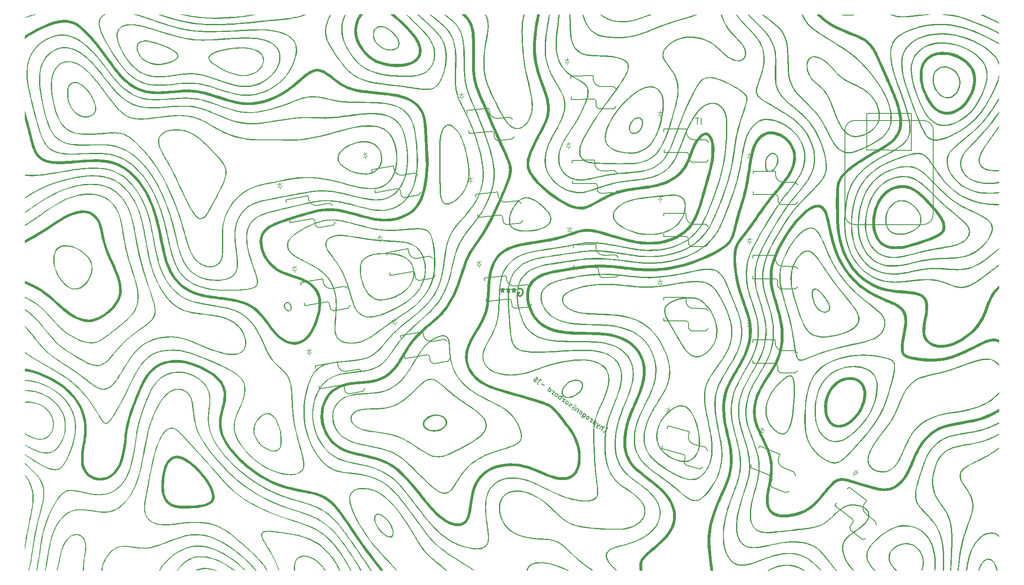
<source format=gbr>
%TF.GenerationSoftware,KiCad,Pcbnew,7.0.7*%
%TF.CreationDate,2024-02-04T11:46:41-06:00*%
%TF.ProjectId,main,6d61696e-2e6b-4696-9361-645f70636258,v1.0.0*%
%TF.SameCoordinates,Original*%
%TF.FileFunction,Legend,Bot*%
%TF.FilePolarity,Positive*%
%FSLAX46Y46*%
G04 Gerber Fmt 4.6, Leading zero omitted, Abs format (unit mm)*
G04 Created by KiCad (PCBNEW 7.0.7) date 2024-02-04 11:46:41*
%MOMM*%
%LPD*%
G01*
G04 APERTURE LIST*
%ADD10C,0.200000*%
%ADD11C,0.300000*%
%ADD12C,0.150000*%
%ADD13C,0.127000*%
%ADD14C,0.100000*%
G04 APERTURE END LIST*
D10*
G36*
X140649753Y-132566125D02*
G01*
X139893180Y-133607459D01*
X139542643Y-133352780D01*
X139631078Y-133231060D01*
X139831243Y-133376489D01*
X140410948Y-132578594D01*
X140214537Y-132435893D01*
X140302971Y-132314173D01*
X140649753Y-132566125D01*
G37*
G36*
X139388824Y-133055053D02*
G01*
X139237861Y-132945371D01*
X139492540Y-132594835D01*
X139503127Y-132579009D01*
X139512013Y-132563064D01*
X139519205Y-132547060D01*
X139524711Y-132531058D01*
X139528538Y-132515119D01*
X139530695Y-132499304D01*
X139531188Y-132483674D01*
X139530026Y-132468289D01*
X139527215Y-132453210D01*
X139522764Y-132438498D01*
X139516679Y-132424214D01*
X139508969Y-132410418D01*
X139499642Y-132397171D01*
X139488704Y-132384535D01*
X139476163Y-132372569D01*
X139462027Y-132361335D01*
X139447703Y-132351711D01*
X139433553Y-132343780D01*
X139419571Y-132337544D01*
X139405754Y-132333003D01*
X139392097Y-132330158D01*
X139378596Y-132329010D01*
X139365246Y-132329559D01*
X139352042Y-132331806D01*
X139338980Y-132335752D01*
X139326055Y-132341397D01*
X139313264Y-132348742D01*
X139300601Y-132357789D01*
X139288062Y-132368537D01*
X139275643Y-132380987D01*
X139263339Y-132395140D01*
X139257228Y-132402856D01*
X139251145Y-132410998D01*
X138992446Y-132767067D01*
X138840889Y-132656954D01*
X139126434Y-132263935D01*
X139136533Y-132250484D01*
X139146772Y-132237733D01*
X139157146Y-132225683D01*
X139167652Y-132214335D01*
X139178284Y-132203690D01*
X139189040Y-132193749D01*
X139199913Y-132184512D01*
X139210900Y-132175980D01*
X139221996Y-132168154D01*
X139233197Y-132161035D01*
X139244499Y-132154623D01*
X139255896Y-132148920D01*
X139267385Y-132143927D01*
X139278962Y-132139643D01*
X139290621Y-132136071D01*
X139302358Y-132133211D01*
X139314170Y-132131063D01*
X139326050Y-132129628D01*
X139337997Y-132128908D01*
X139350003Y-132128903D01*
X139362066Y-132129614D01*
X139374181Y-132131042D01*
X139386343Y-132133188D01*
X139398549Y-132136052D01*
X139410793Y-132139635D01*
X139423071Y-132143938D01*
X139435379Y-132148962D01*
X139447712Y-132154708D01*
X139460066Y-132161177D01*
X139472437Y-132168369D01*
X139484820Y-132176285D01*
X139497211Y-132184926D01*
X139505413Y-132191074D01*
X139513311Y-132197373D01*
X139520903Y-132203821D01*
X139528186Y-132210412D01*
X139541820Y-132224008D01*
X139554201Y-132238125D01*
X139565313Y-132252728D01*
X139575143Y-132267784D01*
X139583677Y-132283256D01*
X139590900Y-132299111D01*
X139596800Y-132315312D01*
X139601361Y-132331826D01*
X139604571Y-132348616D01*
X139606414Y-132365649D01*
X139606877Y-132382889D01*
X139605947Y-132400302D01*
X139603608Y-132417852D01*
X139599847Y-132435504D01*
X139608739Y-132441964D01*
X139853082Y-132105655D01*
X140000687Y-132212896D01*
X139388824Y-133055053D01*
G37*
G36*
X138435941Y-132699060D02*
G01*
X138422299Y-132688900D01*
X138409344Y-132678732D01*
X138397070Y-132668539D01*
X138385474Y-132658306D01*
X138374550Y-132648015D01*
X138364294Y-132637650D01*
X138354702Y-132627195D01*
X138345768Y-132616634D01*
X138337488Y-132605950D01*
X138329858Y-132595126D01*
X138322872Y-132584146D01*
X138316528Y-132572993D01*
X138310819Y-132561652D01*
X138305741Y-132550106D01*
X138301290Y-132538338D01*
X138297461Y-132526332D01*
X138294249Y-132514071D01*
X138291650Y-132501539D01*
X138289660Y-132488720D01*
X138288273Y-132475597D01*
X138287485Y-132462154D01*
X138287292Y-132448374D01*
X138287688Y-132434240D01*
X138288670Y-132419738D01*
X138290233Y-132404849D01*
X138292372Y-132389558D01*
X138295083Y-132373847D01*
X138298360Y-132357702D01*
X138302200Y-132341105D01*
X138306598Y-132324039D01*
X138311549Y-132306489D01*
X138317048Y-132288438D01*
X138555725Y-131517803D01*
X138716173Y-131634375D01*
X138509166Y-132203104D01*
X138518453Y-132209851D01*
X138995377Y-131837229D01*
X139162346Y-131958539D01*
X138501278Y-132417156D01*
X138490606Y-132444725D01*
X138487203Y-132455579D01*
X138484723Y-132466141D01*
X138483171Y-132476429D01*
X138482553Y-132486461D01*
X138482874Y-132496256D01*
X138485126Y-132510542D01*
X138489520Y-132524392D01*
X138493647Y-132533415D01*
X138498738Y-132542289D01*
X138504799Y-132551032D01*
X138511835Y-132559663D01*
X138519851Y-132568199D01*
X138528851Y-132576658D01*
X138538842Y-132585058D01*
X138549828Y-132593418D01*
X138558159Y-132599306D01*
X138567389Y-132605610D01*
X138576352Y-132611502D01*
X138584765Y-132616386D01*
X138494752Y-132740279D01*
X138485779Y-132734445D01*
X138477272Y-132728569D01*
X138469150Y-132722866D01*
X138460176Y-132716500D01*
X138450644Y-132709681D01*
X138440847Y-132702617D01*
X138435941Y-132699060D01*
G37*
G36*
X138215204Y-130915667D02*
G01*
X137970861Y-131251976D01*
X137981926Y-131260016D01*
X137995898Y-131249802D01*
X138010241Y-131241031D01*
X138024928Y-131233702D01*
X138039928Y-131227813D01*
X138055214Y-131223363D01*
X138070756Y-131220349D01*
X138086525Y-131218770D01*
X138102493Y-131218625D01*
X138118630Y-131219913D01*
X138134908Y-131222630D01*
X138151297Y-131226777D01*
X138167769Y-131232351D01*
X138184295Y-131239352D01*
X138200845Y-131247776D01*
X138217391Y-131257623D01*
X138225654Y-131263080D01*
X138233905Y-131268892D01*
X138246612Y-131278554D01*
X138258576Y-131288530D01*
X138269795Y-131298811D01*
X138280269Y-131309391D01*
X138289996Y-131320259D01*
X138298975Y-131331408D01*
X138307204Y-131342830D01*
X138314683Y-131354516D01*
X138321409Y-131366458D01*
X138327383Y-131378647D01*
X138332602Y-131391076D01*
X138337065Y-131403735D01*
X138340771Y-131416617D01*
X138343719Y-131429714D01*
X138345907Y-131443016D01*
X138347335Y-131456516D01*
X138348001Y-131470205D01*
X138347903Y-131484076D01*
X138347041Y-131498119D01*
X138345413Y-131512326D01*
X138343018Y-131526690D01*
X138339855Y-131541201D01*
X138335922Y-131555852D01*
X138331219Y-131570634D01*
X138325744Y-131585538D01*
X138319495Y-131600558D01*
X138312472Y-131615683D01*
X138304673Y-131630906D01*
X138296096Y-131646218D01*
X138286742Y-131661612D01*
X138276608Y-131677079D01*
X138265693Y-131692610D01*
X138189462Y-131797534D01*
X138178064Y-131812714D01*
X138166486Y-131827131D01*
X138154736Y-131840785D01*
X138142823Y-131853673D01*
X138130755Y-131865794D01*
X138118540Y-131877148D01*
X138106187Y-131887732D01*
X138093704Y-131897545D01*
X138081099Y-131906586D01*
X138068381Y-131914854D01*
X138055557Y-131922346D01*
X138042637Y-131929062D01*
X138029628Y-131935001D01*
X138016538Y-131940160D01*
X138003377Y-131944539D01*
X137990152Y-131948136D01*
X137976871Y-131950950D01*
X137963544Y-131952980D01*
X137950177Y-131954223D01*
X137936780Y-131954679D01*
X137923361Y-131954347D01*
X137909928Y-131953224D01*
X137896490Y-131951309D01*
X137883054Y-131948602D01*
X137869629Y-131945101D01*
X137856223Y-131940804D01*
X137842845Y-131935710D01*
X137829503Y-131929818D01*
X137816205Y-131923126D01*
X137802959Y-131915632D01*
X137789774Y-131907337D01*
X137776658Y-131898237D01*
X137768438Y-131892085D01*
X137760562Y-131885823D01*
X137753031Y-131879455D01*
X137739007Y-131866408D01*
X137726373Y-131852965D01*
X137715137Y-131839146D01*
X137705308Y-131824970D01*
X137696891Y-131810457D01*
X137689895Y-131795629D01*
X137684328Y-131780504D01*
X137680196Y-131765102D01*
X137677508Y-131749445D01*
X137676271Y-131733551D01*
X137676492Y-131717442D01*
X137678179Y-131701136D01*
X137681340Y-131684655D01*
X137685981Y-131668018D01*
X137688860Y-131659647D01*
X137677399Y-131651320D01*
X137601168Y-131756244D01*
X137445066Y-131642830D01*
X137471309Y-131606709D01*
X137746674Y-131606709D01*
X137747609Y-131621534D01*
X137750173Y-131636040D01*
X137754362Y-131650180D01*
X137760171Y-131663907D01*
X137767596Y-131677176D01*
X137776631Y-131689939D01*
X137787272Y-131702151D01*
X137799514Y-131713766D01*
X137813352Y-131724736D01*
X137828137Y-131734562D01*
X137843046Y-131742674D01*
X137858030Y-131749079D01*
X137873045Y-131753789D01*
X137888041Y-131756810D01*
X137902974Y-131758153D01*
X137917796Y-131757825D01*
X137932460Y-131755837D01*
X137946920Y-131752196D01*
X137961129Y-131746913D01*
X137975041Y-131739995D01*
X137988607Y-131731453D01*
X138001783Y-131721294D01*
X138014521Y-131709527D01*
X138026773Y-131696162D01*
X138038495Y-131681208D01*
X138111568Y-131580631D01*
X138122187Y-131564837D01*
X138131115Y-131549048D01*
X138138361Y-131533311D01*
X138143931Y-131517669D01*
X138147833Y-131502167D01*
X138150077Y-131486849D01*
X138150668Y-131471761D01*
X138149616Y-131456947D01*
X138146928Y-131442452D01*
X138142612Y-131428319D01*
X138136675Y-131414595D01*
X138129126Y-131401323D01*
X138119972Y-131388547D01*
X138109222Y-131376314D01*
X138096882Y-131364666D01*
X138082962Y-131353649D01*
X138068259Y-131343870D01*
X138053448Y-131335792D01*
X138038573Y-131329407D01*
X138023677Y-131324710D01*
X138008805Y-131321692D01*
X137994000Y-131320347D01*
X137979305Y-131320667D01*
X137964765Y-131322645D01*
X137950422Y-131326274D01*
X137936321Y-131331547D01*
X137922506Y-131338456D01*
X137909019Y-131346995D01*
X137895905Y-131357157D01*
X137883208Y-131368933D01*
X137870971Y-131382317D01*
X137859237Y-131397302D01*
X137786164Y-131497879D01*
X137775557Y-131513643D01*
X137766613Y-131529412D01*
X137759328Y-131545140D01*
X137753696Y-131560779D01*
X137749713Y-131576285D01*
X137747374Y-131591611D01*
X137746674Y-131606709D01*
X137471309Y-131606709D01*
X138056929Y-130800673D01*
X138215204Y-130915667D01*
G37*
G36*
X137224728Y-131069745D02*
G01*
X137233306Y-131057505D01*
X137241191Y-131045350D01*
X137248384Y-131033279D01*
X137254884Y-131021292D01*
X137260690Y-131009388D01*
X137265802Y-130997566D01*
X137270219Y-130985826D01*
X137273941Y-130974169D01*
X137276967Y-130962592D01*
X137279297Y-130951096D01*
X137280930Y-130939681D01*
X137281865Y-130928346D01*
X137282102Y-130917090D01*
X137281640Y-130905913D01*
X137280479Y-130894814D01*
X137278619Y-130883794D01*
X137276058Y-130872851D01*
X137272796Y-130861985D01*
X137268833Y-130851196D01*
X137264168Y-130840484D01*
X137258800Y-130829847D01*
X137252730Y-130819285D01*
X137245956Y-130808798D01*
X137238477Y-130798386D01*
X137230294Y-130788048D01*
X137221406Y-130777783D01*
X137211812Y-130767591D01*
X137201511Y-130757472D01*
X137190504Y-130747425D01*
X137178789Y-130737450D01*
X137166366Y-130727546D01*
X137153235Y-130717712D01*
X137143347Y-130710817D01*
X137132980Y-130704133D01*
X137122239Y-130697702D01*
X137111226Y-130691570D01*
X137100047Y-130685779D01*
X137088804Y-130680376D01*
X137077602Y-130675402D01*
X137066544Y-130670903D01*
X137055735Y-130666923D01*
X137045277Y-130663505D01*
X137038552Y-130661561D01*
X137157852Y-130497359D01*
X137168550Y-130500648D01*
X137179773Y-130504870D01*
X137191450Y-130509988D01*
X137200462Y-130514391D01*
X137209658Y-130519260D01*
X137219008Y-130524580D01*
X137228483Y-130530334D01*
X137238052Y-130536507D01*
X137247684Y-130543083D01*
X137254126Y-130547682D01*
X137264644Y-130555555D01*
X137274635Y-130563513D01*
X137284100Y-130571559D01*
X137293039Y-130579701D01*
X137301454Y-130587943D01*
X137309345Y-130596290D01*
X137316712Y-130604749D01*
X137323557Y-130613325D01*
X137329880Y-130622024D01*
X137335682Y-130630850D01*
X137340964Y-130639809D01*
X137345725Y-130648908D01*
X137349968Y-130658150D01*
X137353693Y-130667543D01*
X137356900Y-130677091D01*
X137359590Y-130686799D01*
X137361763Y-130696674D01*
X137363422Y-130706721D01*
X137364566Y-130716945D01*
X137365195Y-130727351D01*
X137365311Y-130737946D01*
X137364915Y-130748735D01*
X137364007Y-130759723D01*
X137362587Y-130770915D01*
X137360657Y-130782318D01*
X137358218Y-130793936D01*
X137355269Y-130805776D01*
X137351812Y-130817842D01*
X137347847Y-130830141D01*
X137343375Y-130842677D01*
X137338397Y-130855456D01*
X137332914Y-130868484D01*
X137356625Y-130885711D01*
X137470327Y-130729215D01*
X137743603Y-130927762D01*
X137662346Y-131039601D01*
X137535094Y-130947147D01*
X137253856Y-131334239D01*
X137370042Y-131418654D01*
X137289360Y-131529703D01*
X136851289Y-131211425D01*
X136931971Y-131100376D01*
X137109017Y-131229008D01*
X137224728Y-131069745D01*
G37*
G36*
X136574796Y-130123189D02*
G01*
X136590834Y-130124870D01*
X136606952Y-130127414D01*
X136623138Y-130130823D01*
X136639376Y-130135099D01*
X136655655Y-130140244D01*
X136671959Y-130146259D01*
X136688275Y-130153148D01*
X136704589Y-130160911D01*
X136720887Y-130169551D01*
X136737156Y-130179070D01*
X136753382Y-130189468D01*
X136769550Y-130200749D01*
X136785258Y-130212627D01*
X136800146Y-130224834D01*
X136814213Y-130237356D01*
X136827455Y-130250179D01*
X136839871Y-130263289D01*
X136851457Y-130276672D01*
X136862211Y-130290315D01*
X136872130Y-130304204D01*
X136881212Y-130318325D01*
X136889454Y-130332663D01*
X136896854Y-130347207D01*
X136903409Y-130361941D01*
X136909117Y-130376851D01*
X136913974Y-130391925D01*
X136917979Y-130407147D01*
X136921128Y-130422505D01*
X136923420Y-130437985D01*
X136924852Y-130453572D01*
X136925420Y-130469253D01*
X136925123Y-130485014D01*
X136923958Y-130500842D01*
X136921923Y-130516722D01*
X136919014Y-130532640D01*
X136915229Y-130548584D01*
X136910566Y-130564538D01*
X136905022Y-130580490D01*
X136898595Y-130596425D01*
X136891281Y-130612330D01*
X136883079Y-130628191D01*
X136873986Y-130643993D01*
X136863999Y-130659724D01*
X136853116Y-130675369D01*
X136784780Y-130769425D01*
X136773251Y-130784628D01*
X136761364Y-130799005D01*
X136749133Y-130812552D01*
X136736573Y-130825268D01*
X136723696Y-130837153D01*
X136710518Y-130848202D01*
X136697051Y-130858416D01*
X136683311Y-130867792D01*
X136669310Y-130876328D01*
X136655063Y-130884023D01*
X136640583Y-130890874D01*
X136625885Y-130896881D01*
X136610982Y-130902041D01*
X136595888Y-130906352D01*
X136580617Y-130909813D01*
X136565184Y-130912421D01*
X136549601Y-130914176D01*
X136533883Y-130915075D01*
X136518044Y-130915117D01*
X136502097Y-130914299D01*
X136486057Y-130912620D01*
X136469937Y-130910079D01*
X136453752Y-130906672D01*
X136437515Y-130902400D01*
X136421240Y-130897259D01*
X136404941Y-130891248D01*
X136388632Y-130884365D01*
X136372327Y-130876609D01*
X136356040Y-130867977D01*
X136339784Y-130858469D01*
X136323574Y-130848081D01*
X136307423Y-130836813D01*
X136291698Y-130824922D01*
X136276794Y-130812704D01*
X136262714Y-130800173D01*
X136249461Y-130787342D01*
X136237037Y-130774225D01*
X136225444Y-130760835D01*
X136214684Y-130747187D01*
X136204762Y-130733295D01*
X136195678Y-130719170D01*
X136187435Y-130704829D01*
X136180037Y-130690283D01*
X136173484Y-130675548D01*
X136167781Y-130660636D01*
X136162929Y-130645561D01*
X136158930Y-130630337D01*
X136155788Y-130614978D01*
X136153505Y-130599497D01*
X136152950Y-130593408D01*
X136330763Y-130593408D01*
X136332044Y-130609563D01*
X136335078Y-130625281D01*
X136339865Y-130640506D01*
X136346402Y-130655181D01*
X136354688Y-130669251D01*
X136364721Y-130682660D01*
X136376500Y-130695351D01*
X136390022Y-130707269D01*
X136397436Y-130712920D01*
X136412798Y-130723028D01*
X136428392Y-130731238D01*
X136444163Y-130737563D01*
X136460057Y-130742020D01*
X136476020Y-130744622D01*
X136491995Y-130745385D01*
X136507929Y-130744325D01*
X136523767Y-130741456D01*
X136539454Y-130736793D01*
X136554935Y-130730352D01*
X136570156Y-130722147D01*
X136585062Y-130712194D01*
X136599598Y-130700507D01*
X136613710Y-130687102D01*
X136620589Y-130679760D01*
X136627342Y-130671994D01*
X136633961Y-130663805D01*
X136640440Y-130655197D01*
X136699875Y-130573392D01*
X136706085Y-130564536D01*
X136711847Y-130555682D01*
X136717164Y-130546836D01*
X136722034Y-130538006D01*
X136726459Y-130529198D01*
X136733975Y-130511676D01*
X136739717Y-130494325D01*
X136743687Y-130477199D01*
X136745891Y-130460352D01*
X136746332Y-130443839D01*
X136745016Y-130427714D01*
X136741946Y-130412032D01*
X136737126Y-130396847D01*
X136730561Y-130382213D01*
X136722255Y-130368185D01*
X136712213Y-130354817D01*
X136700438Y-130342163D01*
X136686935Y-130330279D01*
X136679536Y-130324642D01*
X136664147Y-130314503D01*
X136648542Y-130306258D01*
X136632774Y-130299893D01*
X136616895Y-130295395D01*
X136600957Y-130292751D01*
X136585012Y-130291947D01*
X136569113Y-130292969D01*
X136553311Y-130295805D01*
X136537659Y-130300441D01*
X136522210Y-130306863D01*
X136507014Y-130315059D01*
X136492125Y-130325015D01*
X136477595Y-130336717D01*
X136463475Y-130350152D01*
X136456585Y-130357515D01*
X136449818Y-130365306D01*
X136443179Y-130373524D01*
X136436676Y-130382167D01*
X136377241Y-130463972D01*
X136371056Y-130472794D01*
X136365312Y-130481618D01*
X136360011Y-130490438D01*
X136355150Y-130499247D01*
X136350731Y-130508038D01*
X136343216Y-130525538D01*
X136337463Y-130542881D01*
X136333471Y-130560011D01*
X136331239Y-130576872D01*
X136330763Y-130593408D01*
X136152950Y-130593408D01*
X136152083Y-130583908D01*
X136151524Y-130568225D01*
X136151832Y-130552462D01*
X136153009Y-130536631D01*
X136155057Y-130520747D01*
X136157978Y-130504824D01*
X136161776Y-130488875D01*
X136166453Y-130472913D01*
X136172010Y-130456954D01*
X136178452Y-130441009D01*
X136185779Y-130425094D01*
X136193995Y-130409221D01*
X136203103Y-130393404D01*
X136213104Y-130377658D01*
X136224001Y-130361995D01*
X136292336Y-130267939D01*
X136303852Y-130252753D01*
X136315725Y-130238393D01*
X136327942Y-130224860D01*
X136340488Y-130212155D01*
X136353350Y-130200282D01*
X136366515Y-130189241D01*
X136379967Y-130179036D01*
X136393694Y-130169667D01*
X136407682Y-130161136D01*
X136421917Y-130153446D01*
X136436384Y-130146598D01*
X136451071Y-130140595D01*
X136465963Y-130135438D01*
X136481046Y-130131129D01*
X136496308Y-130127669D01*
X136511733Y-130125062D01*
X136527308Y-130123308D01*
X136543020Y-130122411D01*
X136558854Y-130122370D01*
X136574796Y-130123189D01*
G37*
G36*
X135938558Y-129616320D02*
G01*
X135862900Y-129720453D01*
X135873966Y-129728493D01*
X135887474Y-129718938D01*
X135901632Y-129710771D01*
X135916378Y-129703993D01*
X135931648Y-129698606D01*
X135947382Y-129694609D01*
X135963517Y-129692003D01*
X135979990Y-129690790D01*
X135996741Y-129690971D01*
X136013706Y-129692546D01*
X136030823Y-129695515D01*
X136048031Y-129699881D01*
X136065268Y-129705644D01*
X136082470Y-129712804D01*
X136099577Y-129721363D01*
X136116526Y-129731322D01*
X136124922Y-129736826D01*
X136133255Y-129742680D01*
X136146564Y-129752777D01*
X136159112Y-129763170D01*
X136170897Y-129773851D01*
X136181917Y-129784811D01*
X136192172Y-129796044D01*
X136201659Y-129807541D01*
X136210378Y-129819295D01*
X136218327Y-129831297D01*
X136225504Y-129843539D01*
X136231909Y-129856014D01*
X136237540Y-129868713D01*
X136242395Y-129881630D01*
X136246474Y-129894755D01*
X136249774Y-129908081D01*
X136252295Y-129921600D01*
X136254034Y-129935305D01*
X136254992Y-129949186D01*
X136255165Y-129963237D01*
X136254554Y-129977449D01*
X136253156Y-129991814D01*
X136250970Y-130006326D01*
X136247994Y-130020974D01*
X136244229Y-130035753D01*
X136239671Y-130050653D01*
X136234319Y-130065667D01*
X136228173Y-130080787D01*
X136221231Y-130096005D01*
X136213491Y-130111314D01*
X136204952Y-130126704D01*
X136195613Y-130142169D01*
X136185472Y-130157700D01*
X136174528Y-130173290D01*
X136107485Y-130265567D01*
X136096158Y-130280640D01*
X136084635Y-130294958D01*
X136072923Y-130308519D01*
X136061032Y-130321321D01*
X136048971Y-130333364D01*
X136036749Y-130344644D01*
X136024375Y-130355160D01*
X136011859Y-130364910D01*
X135999209Y-130373893D01*
X135986434Y-130382107D01*
X135973545Y-130389549D01*
X135960548Y-130396219D01*
X135947455Y-130402114D01*
X135934274Y-130407233D01*
X135921013Y-130411573D01*
X135907683Y-130415133D01*
X135894291Y-130417912D01*
X135880848Y-130419906D01*
X135867363Y-130421116D01*
X135853844Y-130421538D01*
X135840300Y-130421171D01*
X135826741Y-130420013D01*
X135813176Y-130418063D01*
X135799614Y-130415318D01*
X135786064Y-130411778D01*
X135772534Y-130407439D01*
X135759035Y-130402300D01*
X135745575Y-130396360D01*
X135732164Y-130389616D01*
X135718810Y-130382068D01*
X135705522Y-130373712D01*
X135692310Y-130364548D01*
X135683964Y-130358279D01*
X135675934Y-130351834D01*
X135668222Y-130345222D01*
X135660832Y-130338450D01*
X135653765Y-130331528D01*
X135640614Y-130317266D01*
X135628791Y-130302505D01*
X135618318Y-130287312D01*
X135609217Y-130271758D01*
X135601510Y-130255909D01*
X135595219Y-130239835D01*
X135590365Y-130223605D01*
X135586971Y-130207286D01*
X135585058Y-130190947D01*
X135584649Y-130174656D01*
X135585764Y-130158483D01*
X135588427Y-130142496D01*
X135592658Y-130126763D01*
X135595368Y-130119013D01*
X135583710Y-130110543D01*
X135496424Y-130230681D01*
X135486889Y-130244948D01*
X135479060Y-130259138D01*
X135472934Y-130273243D01*
X135468508Y-130287252D01*
X135465777Y-130301155D01*
X135464737Y-130314943D01*
X135465385Y-130328605D01*
X135467717Y-130342132D01*
X135471728Y-130355514D01*
X135477416Y-130368741D01*
X135484775Y-130381803D01*
X135493803Y-130394690D01*
X135504495Y-130407393D01*
X135516848Y-130419901D01*
X135530857Y-130432204D01*
X135546519Y-130444293D01*
X135559067Y-130452971D01*
X135571566Y-130460752D01*
X135583975Y-130467628D01*
X135596257Y-130473595D01*
X135608371Y-130478645D01*
X135620278Y-130482773D01*
X135631938Y-130485973D01*
X135643313Y-130488239D01*
X135654362Y-130489565D01*
X135665047Y-130489944D01*
X135675329Y-130489371D01*
X135685166Y-130487840D01*
X135699006Y-130483732D01*
X135711626Y-130477434D01*
X135719297Y-130472008D01*
X135866902Y-130579249D01*
X135858398Y-130588395D01*
X135849534Y-130596902D01*
X135840320Y-130604771D01*
X135830767Y-130612002D01*
X135820885Y-130618596D01*
X135810685Y-130624553D01*
X135800177Y-130629873D01*
X135789372Y-130634558D01*
X135778280Y-130638606D01*
X135766911Y-130642020D01*
X135755277Y-130644799D01*
X135743387Y-130646943D01*
X135731251Y-130648453D01*
X135718882Y-130649330D01*
X135706288Y-130649574D01*
X135693481Y-130649185D01*
X135680471Y-130648164D01*
X135667268Y-130646511D01*
X135653883Y-130644226D01*
X135640326Y-130641311D01*
X135626608Y-130637765D01*
X135612739Y-130633589D01*
X135598730Y-130628783D01*
X135584591Y-130623348D01*
X135570333Y-130617284D01*
X135555966Y-130610591D01*
X135541501Y-130603271D01*
X135526947Y-130595323D01*
X135512317Y-130586748D01*
X135497619Y-130577545D01*
X135482865Y-130567717D01*
X135468064Y-130557263D01*
X135451743Y-130545012D01*
X135436198Y-130532548D01*
X135421433Y-130519883D01*
X135407451Y-130507028D01*
X135394256Y-130493995D01*
X135381851Y-130480796D01*
X135370238Y-130467442D01*
X135359422Y-130453946D01*
X135349404Y-130440319D01*
X135340189Y-130426572D01*
X135331780Y-130412718D01*
X135324179Y-130398769D01*
X135317390Y-130384736D01*
X135311416Y-130370630D01*
X135306260Y-130356464D01*
X135301926Y-130342250D01*
X135298416Y-130327998D01*
X135295734Y-130313722D01*
X135293883Y-130299432D01*
X135292866Y-130285141D01*
X135292686Y-130270860D01*
X135293347Y-130256600D01*
X135294851Y-130242375D01*
X135297203Y-130228195D01*
X135300404Y-130214072D01*
X135304458Y-130200018D01*
X135309369Y-130186045D01*
X135315139Y-130172165D01*
X135321771Y-130158388D01*
X135329270Y-130144728D01*
X135337638Y-130131196D01*
X135346878Y-130117803D01*
X135382205Y-130069180D01*
X135658584Y-130069180D01*
X135659847Y-130084233D01*
X135662748Y-130098993D01*
X135667280Y-130113407D01*
X135673433Y-130127421D01*
X135681201Y-130140980D01*
X135690574Y-130154031D01*
X135701545Y-130166519D01*
X135714106Y-130178391D01*
X135728249Y-130189593D01*
X135743168Y-130199506D01*
X135758249Y-130207717D01*
X135773437Y-130214235D01*
X135788678Y-130219067D01*
X135803916Y-130222222D01*
X135819098Y-130223709D01*
X135834167Y-130223536D01*
X135849070Y-130221712D01*
X135863752Y-130218244D01*
X135878158Y-130213141D01*
X135892233Y-130206412D01*
X135905922Y-130198066D01*
X135919171Y-130188109D01*
X135931924Y-130176552D01*
X135944128Y-130163402D01*
X135955728Y-130148667D01*
X136019613Y-130060737D01*
X136029994Y-130045217D01*
X136038694Y-130029596D01*
X136045721Y-130013928D01*
X136051081Y-129998271D01*
X136054783Y-129982681D01*
X136056835Y-129967214D01*
X136057243Y-129951927D01*
X136056015Y-129936876D01*
X136053160Y-129922118D01*
X136048685Y-129907709D01*
X136042598Y-129893706D01*
X136034905Y-129880164D01*
X136025615Y-129867141D01*
X136014736Y-129854692D01*
X136002275Y-129842875D01*
X135988240Y-129831745D01*
X135973218Y-129821754D01*
X135958050Y-129813470D01*
X135942789Y-129806886D01*
X135927488Y-129801994D01*
X135912201Y-129798785D01*
X135896981Y-129797251D01*
X135881881Y-129797383D01*
X135866954Y-129799175D01*
X135852253Y-129802617D01*
X135837832Y-129807701D01*
X135823745Y-129814420D01*
X135810044Y-129822765D01*
X135796782Y-129832727D01*
X135784014Y-129844299D01*
X135771791Y-129857473D01*
X135760168Y-129872240D01*
X135696283Y-129960170D01*
X135685854Y-129975755D01*
X135677120Y-129991426D01*
X135670072Y-130007129D01*
X135664703Y-130022810D01*
X135661003Y-130038415D01*
X135658966Y-130053890D01*
X135658584Y-130069180D01*
X135382205Y-130069180D01*
X135789767Y-129508217D01*
X135938558Y-129616320D01*
G37*
G36*
X135175098Y-129106806D02*
G01*
X135190539Y-129107996D01*
X135206030Y-129110024D01*
X135221557Y-129112893D01*
X135237105Y-129116605D01*
X135252660Y-129121163D01*
X135268207Y-129126571D01*
X135283730Y-129132830D01*
X135299216Y-129139944D01*
X135314650Y-129147916D01*
X135330016Y-129156748D01*
X135345301Y-129166444D01*
X135360488Y-129177006D01*
X135375662Y-129188501D01*
X135390057Y-129200363D01*
X135403672Y-129212574D01*
X135416503Y-129225120D01*
X135428547Y-129237982D01*
X135439800Y-129251143D01*
X135450260Y-129264587D01*
X135459923Y-129278298D01*
X135468785Y-129292257D01*
X135476844Y-129306449D01*
X135484097Y-129320857D01*
X135490540Y-129335463D01*
X135496169Y-129350250D01*
X135500982Y-129365203D01*
X135504976Y-129380304D01*
X135508146Y-129395536D01*
X135510491Y-129410883D01*
X135512006Y-129426327D01*
X135512689Y-129441852D01*
X135512535Y-129457441D01*
X135511543Y-129473077D01*
X135509708Y-129488744D01*
X135507028Y-129504423D01*
X135503499Y-129520100D01*
X135499118Y-129535756D01*
X135493881Y-129551375D01*
X135487786Y-129566939D01*
X135480829Y-129582434D01*
X135473008Y-129597840D01*
X135464317Y-129613142D01*
X135454756Y-129628323D01*
X135444319Y-129643366D01*
X135373113Y-129741374D01*
X135361182Y-129757169D01*
X135348977Y-129772099D01*
X135336504Y-129786163D01*
X135323773Y-129799359D01*
X135310792Y-129811685D01*
X135297568Y-129823141D01*
X135284110Y-129833725D01*
X135270426Y-129843436D01*
X135256524Y-129852272D01*
X135242413Y-129860232D01*
X135228101Y-129867315D01*
X135213596Y-129873520D01*
X135198905Y-129878845D01*
X135184039Y-129883288D01*
X135169004Y-129886849D01*
X135153808Y-129889526D01*
X135138461Y-129891317D01*
X135122970Y-129892222D01*
X135107343Y-129892240D01*
X135091589Y-129891368D01*
X135075716Y-129889605D01*
X135059732Y-129886951D01*
X135043645Y-129883403D01*
X135027464Y-129878961D01*
X135011196Y-129873623D01*
X134994850Y-129867388D01*
X134978434Y-129860254D01*
X134961957Y-129852220D01*
X134945426Y-129843285D01*
X134928850Y-129833448D01*
X134912237Y-129822706D01*
X134895595Y-129811060D01*
X134882594Y-129801272D01*
X134870123Y-129791194D01*
X134858185Y-129780841D01*
X134846788Y-129770231D01*
X134835935Y-129759380D01*
X134825633Y-129748305D01*
X134815885Y-129737021D01*
X134806698Y-129725547D01*
X134798076Y-129713898D01*
X134790025Y-129702090D01*
X134782551Y-129690142D01*
X134775657Y-129678068D01*
X134769349Y-129665887D01*
X134763634Y-129653614D01*
X134758514Y-129641265D01*
X134753997Y-129628858D01*
X134750087Y-129616410D01*
X134746789Y-129603936D01*
X134744108Y-129591453D01*
X134742050Y-129578979D01*
X134740620Y-129566529D01*
X134739824Y-129554120D01*
X134739665Y-129541769D01*
X134740149Y-129529492D01*
X134741283Y-129517306D01*
X134743070Y-129505227D01*
X134745516Y-129493273D01*
X134748626Y-129481459D01*
X134752406Y-129469803D01*
X134756860Y-129458320D01*
X134761994Y-129447028D01*
X134767813Y-129435943D01*
X134910477Y-129539595D01*
X134906668Y-129553390D01*
X134905207Y-129567800D01*
X134905505Y-129577669D01*
X134906800Y-129587690D01*
X134909073Y-129597815D01*
X134912304Y-129607996D01*
X134916477Y-129618184D01*
X134921570Y-129628330D01*
X134927567Y-129638387D01*
X134934448Y-129648305D01*
X134942195Y-129658036D01*
X134950789Y-129667531D01*
X134960210Y-129676742D01*
X134970442Y-129685621D01*
X134981464Y-129694118D01*
X134996394Y-129704044D01*
X135011504Y-129712294D01*
X135026733Y-129718879D01*
X135042020Y-129723807D01*
X135057303Y-129727090D01*
X135072521Y-129728737D01*
X135087614Y-129728757D01*
X135102519Y-129727162D01*
X135117177Y-129723960D01*
X135131524Y-129719163D01*
X135145502Y-129712779D01*
X135159047Y-129704818D01*
X135172100Y-129695292D01*
X135184598Y-129684209D01*
X135196481Y-129671579D01*
X135207688Y-129657413D01*
X135231806Y-129624217D01*
X134851348Y-129347798D01*
X135054958Y-129347798D01*
X135302152Y-129527395D01*
X135307889Y-129519210D01*
X135318094Y-129502871D01*
X135326610Y-129486610D01*
X135333441Y-129470470D01*
X135338591Y-129454493D01*
X135342062Y-129438721D01*
X135343859Y-129423197D01*
X135343986Y-129407963D01*
X135342445Y-129393061D01*
X135339241Y-129378535D01*
X135334378Y-129364427D01*
X135327858Y-129350778D01*
X135319685Y-129337632D01*
X135309864Y-129325031D01*
X135298398Y-129313017D01*
X135285291Y-129301633D01*
X135278122Y-129296191D01*
X135263744Y-129286679D01*
X135249237Y-129278916D01*
X135234642Y-129272891D01*
X135219999Y-129268594D01*
X135205346Y-129266014D01*
X135190725Y-129265139D01*
X135176174Y-129265959D01*
X135161734Y-129268462D01*
X135147443Y-129272639D01*
X135133343Y-129278477D01*
X135119473Y-129285967D01*
X135105872Y-129295096D01*
X135092580Y-129305855D01*
X135079637Y-129318233D01*
X135067084Y-129332217D01*
X135054958Y-129347798D01*
X134851348Y-129347798D01*
X134838589Y-129338528D01*
X134899603Y-129254550D01*
X134910938Y-129239582D01*
X134922618Y-129225395D01*
X134934629Y-129211993D01*
X134946955Y-129199376D01*
X134959582Y-129187549D01*
X134972496Y-129176515D01*
X134985681Y-129166275D01*
X134999123Y-129156833D01*
X135012807Y-129148192D01*
X135026718Y-129140355D01*
X135040842Y-129133324D01*
X135055164Y-129127102D01*
X135069670Y-129121693D01*
X135084343Y-129117099D01*
X135099171Y-129113322D01*
X135114137Y-129110366D01*
X135129228Y-129108234D01*
X135144428Y-129106928D01*
X135159723Y-129106451D01*
X135175098Y-129106806D01*
G37*
G36*
X134490207Y-129495999D02*
G01*
X134339243Y-129386317D01*
X134595071Y-129034200D01*
X134605764Y-129018252D01*
X134614755Y-129002236D01*
X134622054Y-128986208D01*
X134627672Y-128970227D01*
X134631619Y-128954349D01*
X134633905Y-128938633D01*
X134634541Y-128923135D01*
X134633538Y-128907914D01*
X134630904Y-128893027D01*
X134626652Y-128878531D01*
X134620791Y-128864484D01*
X134613332Y-128850944D01*
X134604284Y-128837967D01*
X134593660Y-128825613D01*
X134581468Y-128813937D01*
X134567720Y-128802997D01*
X134553423Y-128793373D01*
X134539349Y-128785442D01*
X134525486Y-128779207D01*
X134511822Y-128774669D01*
X134498343Y-128771830D01*
X134485038Y-128770691D01*
X134471895Y-128771255D01*
X134458901Y-128773524D01*
X134446044Y-128777497D01*
X134433312Y-128783178D01*
X134420692Y-128790569D01*
X134408172Y-128799670D01*
X134395740Y-128810483D01*
X134383384Y-128823011D01*
X134371091Y-128837254D01*
X134364964Y-128845020D01*
X134358849Y-128853216D01*
X134098570Y-129211458D01*
X133947211Y-129101489D01*
X134233618Y-128707284D01*
X134243812Y-128693688D01*
X134254123Y-128680800D01*
X134264549Y-128668619D01*
X134275085Y-128657147D01*
X134285730Y-128646384D01*
X134296480Y-128636332D01*
X134307331Y-128626990D01*
X134318283Y-128618360D01*
X134329330Y-128610443D01*
X134340470Y-128603239D01*
X134351701Y-128596749D01*
X134363019Y-128590973D01*
X134374421Y-128585913D01*
X134385905Y-128581569D01*
X134397466Y-128577943D01*
X134409103Y-128575034D01*
X134420813Y-128572844D01*
X134432591Y-128571373D01*
X134444436Y-128570622D01*
X134456345Y-128570591D01*
X134468314Y-128571283D01*
X134480340Y-128572697D01*
X134492420Y-128574834D01*
X134504552Y-128577694D01*
X134516733Y-128581280D01*
X134528958Y-128585591D01*
X134541227Y-128590628D01*
X134553535Y-128596392D01*
X134565879Y-128602883D01*
X134578257Y-128610103D01*
X134590665Y-128618053D01*
X134603101Y-128626732D01*
X134611191Y-128632795D01*
X134618973Y-128639003D01*
X134626447Y-128645353D01*
X134640463Y-128658465D01*
X134653227Y-128672101D01*
X134664732Y-128686232D01*
X134674965Y-128700830D01*
X134683916Y-128715866D01*
X134691577Y-128731312D01*
X134697936Y-128747139D01*
X134702983Y-128763319D01*
X134706708Y-128779823D01*
X134709101Y-128796621D01*
X134710153Y-128813687D01*
X134709851Y-128830990D01*
X134708187Y-128848503D01*
X134705151Y-128866197D01*
X134703115Y-128875102D01*
X134712402Y-128881850D01*
X134786767Y-128779495D01*
X134933384Y-128886018D01*
X134490207Y-129495999D01*
G37*
G36*
X133410137Y-128884573D02*
G01*
X133401418Y-128878092D01*
X133392706Y-128871331D01*
X133384047Y-128864336D01*
X133375486Y-128857152D01*
X133367069Y-128849826D01*
X133358843Y-128842402D01*
X133350853Y-128834928D01*
X133343145Y-128827447D01*
X133335765Y-128820008D01*
X133328760Y-128812654D01*
X133322174Y-128805431D01*
X133313183Y-128794945D01*
X133305395Y-128785013D01*
X133298966Y-128775789D01*
X133297151Y-128772898D01*
X133356155Y-128691686D01*
X133363087Y-128702106D01*
X133369920Y-128710731D01*
X133378028Y-128719938D01*
X133387298Y-128729627D01*
X133397616Y-128739697D01*
X133405021Y-128746572D01*
X133412807Y-128753543D01*
X133420941Y-128760578D01*
X133429390Y-128767650D01*
X133438119Y-128774727D01*
X133447095Y-128781780D01*
X133456284Y-128788779D01*
X133465653Y-128795695D01*
X133481603Y-128806820D01*
X133497412Y-128816909D01*
X133513092Y-128825956D01*
X133528656Y-128833959D01*
X133544113Y-128840913D01*
X133559477Y-128846813D01*
X133574759Y-128851655D01*
X133589970Y-128855434D01*
X133605122Y-128858148D01*
X133620228Y-128859790D01*
X133635298Y-128860358D01*
X133650344Y-128859846D01*
X133665378Y-128858250D01*
X133680412Y-128855567D01*
X133695457Y-128851791D01*
X133710525Y-128846919D01*
X133725628Y-128840947D01*
X133740777Y-128833869D01*
X133755984Y-128825682D01*
X133771261Y-128816381D01*
X133786619Y-128805962D01*
X133802070Y-128794421D01*
X133817626Y-128781754D01*
X133833299Y-128767956D01*
X133849100Y-128753023D01*
X133865040Y-128736951D01*
X133881132Y-128719735D01*
X133897387Y-128701372D01*
X133913817Y-128681856D01*
X133930433Y-128661183D01*
X133947248Y-128639350D01*
X133964272Y-128616352D01*
X134008489Y-128555493D01*
X134024866Y-128532565D01*
X134040243Y-128510234D01*
X134054620Y-128488486D01*
X134068000Y-128467307D01*
X134080384Y-128446685D01*
X134091772Y-128426606D01*
X134102168Y-128407058D01*
X134111571Y-128388026D01*
X134119983Y-128369497D01*
X134127407Y-128351458D01*
X134133842Y-128333897D01*
X134139291Y-128316799D01*
X134143755Y-128300152D01*
X134147235Y-128283942D01*
X134149733Y-128268156D01*
X134151249Y-128252780D01*
X134151787Y-128237802D01*
X134151346Y-128223208D01*
X134149928Y-128208985D01*
X134147535Y-128195120D01*
X134144168Y-128181600D01*
X134139829Y-128168410D01*
X134134518Y-128155539D01*
X134128237Y-128142972D01*
X134120988Y-128130696D01*
X134112772Y-128118699D01*
X134103591Y-128106967D01*
X134093445Y-128095486D01*
X134082336Y-128084244D01*
X134070266Y-128073227D01*
X134057236Y-128062422D01*
X134043247Y-128051816D01*
X134029599Y-128042309D01*
X134016029Y-128033685D01*
X134002530Y-128025946D01*
X133989097Y-128019095D01*
X133975722Y-128013135D01*
X133962400Y-128008070D01*
X133949122Y-128003901D01*
X133935884Y-128000634D01*
X133922677Y-127998269D01*
X133909497Y-127996811D01*
X133896335Y-127996263D01*
X133883185Y-127996627D01*
X133870042Y-127997907D01*
X133856897Y-128000106D01*
X133843746Y-128003226D01*
X133830580Y-128007271D01*
X133817394Y-128012245D01*
X133804181Y-128018149D01*
X133790933Y-128024987D01*
X133777646Y-128032762D01*
X133764312Y-128041478D01*
X133750924Y-128051137D01*
X133737476Y-128061742D01*
X133723961Y-128073296D01*
X133710373Y-128085803D01*
X133696706Y-128099265D01*
X133682952Y-128113686D01*
X133669104Y-128129068D01*
X133655157Y-128145415D01*
X133641104Y-128162730D01*
X133626938Y-128181016D01*
X133612653Y-128200275D01*
X133511011Y-128340173D01*
X133503035Y-128352111D01*
X133496966Y-128363410D01*
X133492825Y-128374146D01*
X133490631Y-128384395D01*
X133490404Y-128394232D01*
X133493195Y-128406838D01*
X133497634Y-128416008D01*
X133504106Y-128425018D01*
X133512630Y-128433943D01*
X133523227Y-128442860D01*
X133527223Y-128445843D01*
X133603495Y-128501258D01*
X133779072Y-128259598D01*
X133785635Y-128251196D01*
X133792490Y-128243632D01*
X133799605Y-128236913D01*
X133810694Y-128228435D01*
X133822188Y-128221903D01*
X133833978Y-128217340D01*
X133845955Y-128214773D01*
X133858012Y-128214229D01*
X133870039Y-128215731D01*
X133881930Y-128219308D01*
X133893575Y-128224983D01*
X133901148Y-128229946D01*
X133911388Y-128238595D01*
X133919758Y-128248231D01*
X133926238Y-128258738D01*
X133930811Y-128269997D01*
X133933460Y-128281893D01*
X133934167Y-128294306D01*
X133932914Y-128307121D01*
X133929683Y-128320219D01*
X133924457Y-128333483D01*
X133919855Y-128342360D01*
X133914354Y-128351224D01*
X133911264Y-128355641D01*
X133736549Y-128596116D01*
X133730027Y-128604388D01*
X133723138Y-128611788D01*
X133712193Y-128621238D01*
X133700623Y-128628690D01*
X133688548Y-128634123D01*
X133676091Y-128637516D01*
X133663372Y-128638848D01*
X133650512Y-128638098D01*
X133637632Y-128635245D01*
X133624854Y-128630268D01*
X133612299Y-128623147D01*
X133608185Y-128620294D01*
X133453269Y-128507741D01*
X133438899Y-128496384D01*
X133426246Y-128484456D01*
X133415315Y-128471981D01*
X133406110Y-128458982D01*
X133398636Y-128445484D01*
X133392895Y-128431510D01*
X133388894Y-128417085D01*
X133386636Y-128402232D01*
X133386125Y-128386975D01*
X133387366Y-128371338D01*
X133390364Y-128355346D01*
X133395121Y-128339021D01*
X133401643Y-128322388D01*
X133409934Y-128305471D01*
X133414745Y-128296913D01*
X133419999Y-128288293D01*
X133425697Y-128279614D01*
X133431841Y-128270879D01*
X133542384Y-128118729D01*
X133559065Y-128096383D01*
X133575811Y-128075173D01*
X133592620Y-128055100D01*
X133609493Y-128036163D01*
X133626427Y-128018362D01*
X133643422Y-128001696D01*
X133660477Y-127986165D01*
X133677592Y-127971769D01*
X133694766Y-127958507D01*
X133711997Y-127946380D01*
X133729284Y-127935386D01*
X133746628Y-127925525D01*
X133764027Y-127916798D01*
X133781480Y-127909203D01*
X133798987Y-127902740D01*
X133816546Y-127897410D01*
X133834156Y-127893211D01*
X133851818Y-127890143D01*
X133869529Y-127888207D01*
X133887290Y-127887401D01*
X133905099Y-127887725D01*
X133922955Y-127889179D01*
X133940858Y-127891763D01*
X133958807Y-127895476D01*
X133976800Y-127900317D01*
X133994837Y-127906288D01*
X134012918Y-127913386D01*
X134031040Y-127921613D01*
X134049204Y-127930967D01*
X134067409Y-127941448D01*
X134085654Y-127953056D01*
X134103937Y-127965790D01*
X134122668Y-127980026D01*
X134140181Y-127994633D01*
X134156475Y-128009614D01*
X134171550Y-128024973D01*
X134185405Y-128040714D01*
X134198039Y-128056838D01*
X134209451Y-128073350D01*
X134219642Y-128090253D01*
X134228609Y-128107549D01*
X134236353Y-128125243D01*
X134242872Y-128143338D01*
X134248167Y-128161836D01*
X134252235Y-128180741D01*
X134255078Y-128200056D01*
X134256693Y-128219785D01*
X134257080Y-128239931D01*
X134256239Y-128260496D01*
X134254169Y-128281485D01*
X134250868Y-128302900D01*
X134246337Y-128324745D01*
X134240575Y-128347023D01*
X134233581Y-128369737D01*
X134225353Y-128392891D01*
X134215893Y-128416488D01*
X134205198Y-128440530D01*
X134193269Y-128465022D01*
X134180104Y-128489966D01*
X134165702Y-128515366D01*
X134150064Y-128541224D01*
X134133188Y-128567545D01*
X134115074Y-128594332D01*
X134095720Y-128621587D01*
X134044325Y-128692327D01*
X134024537Y-128718922D01*
X134004792Y-128744172D01*
X133985086Y-128768079D01*
X133965414Y-128790644D01*
X133945772Y-128811869D01*
X133926156Y-128831756D01*
X133906560Y-128850307D01*
X133886980Y-128867522D01*
X133867412Y-128883404D01*
X133847851Y-128897955D01*
X133828293Y-128911175D01*
X133808733Y-128923068D01*
X133789166Y-128933634D01*
X133769589Y-128942875D01*
X133749996Y-128950792D01*
X133730382Y-128957389D01*
X133710744Y-128962665D01*
X133691077Y-128966623D01*
X133671377Y-128969265D01*
X133651638Y-128970592D01*
X133631856Y-128970606D01*
X133612027Y-128969308D01*
X133592146Y-128966701D01*
X133572209Y-128962786D01*
X133552210Y-128957564D01*
X133532147Y-128951037D01*
X133512013Y-128943208D01*
X133491805Y-128934077D01*
X133471518Y-128923646D01*
X133451147Y-128911917D01*
X133430688Y-128898893D01*
X133410137Y-128884573D01*
G37*
G36*
X133380009Y-128029740D02*
G01*
X133373518Y-128038316D01*
X133366832Y-128046446D01*
X133359952Y-128054129D01*
X133352876Y-128061366D01*
X133345607Y-128068157D01*
X133338145Y-128074501D01*
X133322641Y-128085852D01*
X133306370Y-128095419D01*
X133289334Y-128103202D01*
X133271537Y-128109202D01*
X133252983Y-128113420D01*
X133233675Y-128115855D01*
X133223739Y-128116405D01*
X133213617Y-128116509D01*
X133203308Y-128116168D01*
X133192813Y-128115381D01*
X133182132Y-128114149D01*
X133171266Y-128112472D01*
X133160216Y-128110350D01*
X133148981Y-128107783D01*
X133137562Y-128104771D01*
X133125960Y-128101314D01*
X133114175Y-128097412D01*
X133102207Y-128093065D01*
X133090058Y-128088274D01*
X133077727Y-128083037D01*
X132972368Y-128036076D01*
X132958894Y-128030304D01*
X132946294Y-128025299D01*
X132934526Y-128021064D01*
X132923547Y-128017602D01*
X132913317Y-128014914D01*
X132899281Y-128012341D01*
X132886690Y-128011527D01*
X132875403Y-128012479D01*
X132865277Y-128015207D01*
X132856170Y-128019720D01*
X132847940Y-128026025D01*
X132840445Y-128034131D01*
X132838086Y-128037235D01*
X132831238Y-128048832D01*
X132826979Y-128061090D01*
X132825266Y-128073887D01*
X132826054Y-128087103D01*
X132829301Y-128100616D01*
X132834962Y-128114306D01*
X132840057Y-128123471D01*
X132846193Y-128132625D01*
X132853358Y-128141732D01*
X132861537Y-128150755D01*
X132870720Y-128159660D01*
X132880892Y-128168410D01*
X132892042Y-128176970D01*
X132903795Y-128185097D01*
X132915405Y-128192301D01*
X132926854Y-128198579D01*
X132938124Y-128203927D01*
X132949197Y-128208341D01*
X132960055Y-128211817D01*
X132970680Y-128214352D01*
X132981053Y-128215941D01*
X132991158Y-128216582D01*
X133000975Y-128216269D01*
X133015123Y-128214005D01*
X133028523Y-128209575D01*
X133041115Y-128202967D01*
X133052838Y-128194168D01*
X133202023Y-128302557D01*
X133193297Y-128312392D01*
X133184265Y-128321574D01*
X133174936Y-128330105D01*
X133165316Y-128337984D01*
X133155415Y-128345211D01*
X133145238Y-128351787D01*
X133134796Y-128357712D01*
X133124094Y-128362986D01*
X133113141Y-128367609D01*
X133101945Y-128371582D01*
X133090513Y-128374904D01*
X133078853Y-128377576D01*
X133066974Y-128379598D01*
X133054882Y-128380970D01*
X133042586Y-128381692D01*
X133030093Y-128381765D01*
X133017411Y-128381188D01*
X133004548Y-128379963D01*
X132991511Y-128378088D01*
X132978309Y-128375564D01*
X132964949Y-128372392D01*
X132951440Y-128368571D01*
X132937788Y-128364102D01*
X132924001Y-128358985D01*
X132910088Y-128353220D01*
X132896056Y-128346807D01*
X132881912Y-128339746D01*
X132867666Y-128332038D01*
X132853323Y-128323683D01*
X132838893Y-128314681D01*
X132824383Y-128305032D01*
X132809801Y-128294736D01*
X132795262Y-128283825D01*
X132781398Y-128272715D01*
X132768212Y-128261417D01*
X132755708Y-128249944D01*
X132743890Y-128238306D01*
X132732761Y-128226517D01*
X132722324Y-128214586D01*
X132712584Y-128202527D01*
X132703542Y-128190351D01*
X132695204Y-128178069D01*
X132687572Y-128165693D01*
X132680649Y-128153236D01*
X132674440Y-128140708D01*
X132668948Y-128128121D01*
X132664176Y-128115488D01*
X132660129Y-128102819D01*
X132656808Y-128090127D01*
X132654218Y-128077423D01*
X132652362Y-128064719D01*
X132651245Y-128052026D01*
X132650868Y-128039357D01*
X132651236Y-128026723D01*
X132652353Y-128014136D01*
X132654221Y-128001607D01*
X132656844Y-127989149D01*
X132660226Y-127976772D01*
X132664370Y-127964489D01*
X132669280Y-127952311D01*
X132674959Y-127940250D01*
X132681411Y-127928318D01*
X132688639Y-127916527D01*
X132696646Y-127904887D01*
X132703047Y-127896415D01*
X132709602Y-127888412D01*
X132716314Y-127880877D01*
X132723188Y-127873809D01*
X132737440Y-127861073D01*
X132752393Y-127850201D01*
X132768080Y-127841188D01*
X132784538Y-127834030D01*
X132801799Y-127828721D01*
X132819899Y-127825258D01*
X132838873Y-127823637D01*
X132848699Y-127823515D01*
X132858755Y-127823851D01*
X132869048Y-127824646D01*
X132879580Y-127825898D01*
X132890357Y-127827608D01*
X132901383Y-127829773D01*
X132912661Y-127832394D01*
X132924197Y-127835471D01*
X132935995Y-127839002D01*
X132948058Y-127842988D01*
X132960392Y-127847427D01*
X132973001Y-127852319D01*
X132985889Y-127857663D01*
X132999060Y-127863460D01*
X133107580Y-127912718D01*
X133120009Y-127918152D01*
X133131794Y-127922823D01*
X133142954Y-127926733D01*
X133153508Y-127929883D01*
X133163473Y-127932275D01*
X133177358Y-127934445D01*
X133190023Y-127934916D01*
X133201529Y-127933695D01*
X133211940Y-127930785D01*
X133221318Y-127926192D01*
X133229723Y-127919920D01*
X133237220Y-127911975D01*
X133239527Y-127908956D01*
X133246197Y-127897693D01*
X133250410Y-127885779D01*
X133252211Y-127873345D01*
X133251647Y-127860522D01*
X133248764Y-127847443D01*
X133243608Y-127834240D01*
X133238930Y-127825434D01*
X133233275Y-127816671D01*
X133226658Y-127807989D01*
X133219092Y-127799427D01*
X133210590Y-127791026D01*
X133201167Y-127782823D01*
X133190835Y-127774857D01*
X133180262Y-127767618D01*
X133169683Y-127761245D01*
X133159133Y-127755741D01*
X133148646Y-127751111D01*
X133138256Y-127747359D01*
X133127997Y-127744486D01*
X133117903Y-127742498D01*
X133108008Y-127741398D01*
X133093614Y-127741420D01*
X133079860Y-127743459D01*
X133066862Y-127747528D01*
X133054734Y-127753638D01*
X133043592Y-127761802D01*
X133040117Y-127764981D01*
X132897452Y-127661329D01*
X132906064Y-127651388D01*
X132914949Y-127642083D01*
X132924100Y-127633416D01*
X132933511Y-127625385D01*
X132943174Y-127617990D01*
X132953082Y-127611232D01*
X132963228Y-127605110D01*
X132973605Y-127599624D01*
X132984207Y-127594775D01*
X132995026Y-127590561D01*
X133006055Y-127586983D01*
X133017287Y-127584041D01*
X133028715Y-127581735D01*
X133040333Y-127580064D01*
X133052133Y-127579029D01*
X133064108Y-127578629D01*
X133076251Y-127578864D01*
X133088556Y-127579735D01*
X133101015Y-127581240D01*
X133113621Y-127583380D01*
X133126367Y-127586155D01*
X133139247Y-127589565D01*
X133152252Y-127593609D01*
X133165377Y-127598288D01*
X133178615Y-127603601D01*
X133191957Y-127609548D01*
X133205398Y-127616130D01*
X133218930Y-127623345D01*
X133232546Y-127631195D01*
X133246240Y-127639678D01*
X133260004Y-127648795D01*
X133273831Y-127658546D01*
X133287662Y-127668925D01*
X133300846Y-127679489D01*
X133313381Y-127690228D01*
X133325264Y-127701131D01*
X133336490Y-127712188D01*
X133347057Y-127723388D01*
X133356963Y-127734719D01*
X133366202Y-127746172D01*
X133374773Y-127757736D01*
X133382672Y-127769400D01*
X133389896Y-127781153D01*
X133396442Y-127792985D01*
X133402307Y-127804886D01*
X133407486Y-127816843D01*
X133411978Y-127828848D01*
X133415779Y-127840888D01*
X133418886Y-127852954D01*
X133421295Y-127865035D01*
X133423004Y-127877120D01*
X133424009Y-127889198D01*
X133424307Y-127901259D01*
X133423895Y-127913292D01*
X133422769Y-127925286D01*
X133420927Y-127937231D01*
X133418365Y-127949117D01*
X133415080Y-127960931D01*
X133411069Y-127972665D01*
X133406328Y-127984306D01*
X133400855Y-127995845D01*
X133394647Y-128007271D01*
X133387699Y-128018573D01*
X133380009Y-128029740D01*
G37*
G36*
X132377844Y-127073925D02*
G01*
X132393882Y-127075606D01*
X132410000Y-127078149D01*
X132426185Y-127081558D01*
X132442424Y-127085834D01*
X132458703Y-127090979D01*
X132475007Y-127096995D01*
X132491323Y-127103884D01*
X132507637Y-127111647D01*
X132523935Y-127120287D01*
X132540204Y-127129805D01*
X132556430Y-127140204D01*
X132572598Y-127151485D01*
X132588306Y-127163363D01*
X132603194Y-127175570D01*
X132617261Y-127188092D01*
X132630503Y-127200915D01*
X132642919Y-127214025D01*
X132654505Y-127227408D01*
X132665258Y-127241051D01*
X132675178Y-127254940D01*
X132684260Y-127269060D01*
X132692502Y-127283399D01*
X132699902Y-127297943D01*
X132706457Y-127312676D01*
X132712164Y-127327587D01*
X132717022Y-127342660D01*
X132721027Y-127357883D01*
X132724176Y-127373241D01*
X132726468Y-127388721D01*
X132727900Y-127404308D01*
X132728468Y-127419989D01*
X132728171Y-127435750D01*
X132727006Y-127451578D01*
X132724971Y-127467457D01*
X132722062Y-127483376D01*
X132718277Y-127499320D01*
X132713614Y-127515274D01*
X132708070Y-127531226D01*
X132701643Y-127547161D01*
X132694329Y-127563066D01*
X132686127Y-127578926D01*
X132677034Y-127594729D01*
X132667047Y-127610460D01*
X132656163Y-127626105D01*
X132587828Y-127720161D01*
X132576298Y-127735364D01*
X132564411Y-127749740D01*
X132552181Y-127763288D01*
X132539620Y-127776004D01*
X132526744Y-127787888D01*
X132513566Y-127798938D01*
X132500099Y-127809152D01*
X132486359Y-127818528D01*
X132472358Y-127827064D01*
X132458111Y-127834759D01*
X132443631Y-127841610D01*
X132428933Y-127847617D01*
X132414030Y-127852776D01*
X132398936Y-127857088D01*
X132383665Y-127860548D01*
X132368231Y-127863157D01*
X132352649Y-127864912D01*
X132336931Y-127865811D01*
X132321092Y-127865853D01*
X132305145Y-127865035D01*
X132289105Y-127863356D01*
X132272985Y-127860815D01*
X132256800Y-127857408D01*
X132240563Y-127853136D01*
X132224288Y-127847995D01*
X132207989Y-127841984D01*
X132191680Y-127835101D01*
X132175375Y-127827345D01*
X132159088Y-127818713D01*
X132142832Y-127809205D01*
X132126621Y-127798817D01*
X132110471Y-127787549D01*
X132094746Y-127775658D01*
X132079842Y-127763440D01*
X132065762Y-127750908D01*
X132052509Y-127738077D01*
X132040084Y-127724960D01*
X132028491Y-127711571D01*
X132017732Y-127697923D01*
X132007810Y-127684030D01*
X131998726Y-127669906D01*
X131990483Y-127655565D01*
X131983085Y-127641019D01*
X131976532Y-127626284D01*
X131970829Y-127611372D01*
X131965976Y-127596297D01*
X131961978Y-127581073D01*
X131958836Y-127565714D01*
X131956553Y-127550233D01*
X131955998Y-127544144D01*
X132133811Y-127544144D01*
X132135092Y-127560299D01*
X132138126Y-127576017D01*
X132142913Y-127591241D01*
X132149450Y-127605917D01*
X132157736Y-127619987D01*
X132167769Y-127633396D01*
X132179547Y-127646087D01*
X132193070Y-127658004D01*
X132200484Y-127663655D01*
X132215846Y-127673764D01*
X132231440Y-127681974D01*
X132247211Y-127688299D01*
X132263105Y-127692755D01*
X132279067Y-127695358D01*
X132295043Y-127696121D01*
X132310977Y-127695061D01*
X132326815Y-127692192D01*
X132342502Y-127687529D01*
X132357983Y-127681088D01*
X132373204Y-127672883D01*
X132388110Y-127662929D01*
X132402646Y-127651243D01*
X132416758Y-127637838D01*
X132423637Y-127630496D01*
X132430390Y-127622729D01*
X132437009Y-127614541D01*
X132443488Y-127605933D01*
X132502923Y-127524128D01*
X132509132Y-127515272D01*
X132514895Y-127506418D01*
X132520212Y-127497572D01*
X132525082Y-127488742D01*
X132529507Y-127479934D01*
X132537023Y-127462412D01*
X132542765Y-127445061D01*
X132546735Y-127427935D01*
X132548939Y-127411088D01*
X132549380Y-127394575D01*
X132548064Y-127378450D01*
X132544994Y-127362768D01*
X132540174Y-127347582D01*
X132533609Y-127332949D01*
X132525303Y-127318921D01*
X132515261Y-127305553D01*
X132503486Y-127292899D01*
X132489983Y-127281015D01*
X132482584Y-127275378D01*
X132467195Y-127265239D01*
X132451590Y-127256994D01*
X132435822Y-127250629D01*
X132419943Y-127246131D01*
X132404005Y-127243487D01*
X132388060Y-127242683D01*
X132372161Y-127243705D01*
X132356359Y-127246541D01*
X132340707Y-127251177D01*
X132325258Y-127257599D01*
X132310062Y-127265795D01*
X132295173Y-127275750D01*
X132280642Y-127287452D01*
X132266523Y-127300887D01*
X132259633Y-127308251D01*
X132252866Y-127316042D01*
X132246227Y-127324260D01*
X132239724Y-127332903D01*
X132180289Y-127414708D01*
X132174104Y-127423530D01*
X132168360Y-127432354D01*
X132163058Y-127441174D01*
X132158198Y-127449983D01*
X132153779Y-127458774D01*
X132146264Y-127476274D01*
X132140511Y-127493617D01*
X132136519Y-127510746D01*
X132134287Y-127527608D01*
X132133811Y-127544144D01*
X131955998Y-127544144D01*
X131955131Y-127534644D01*
X131954572Y-127518961D01*
X131954880Y-127503197D01*
X131956057Y-127487367D01*
X131958105Y-127471483D01*
X131961026Y-127455560D01*
X131964824Y-127439611D01*
X131969501Y-127423649D01*
X131975058Y-127407690D01*
X131981500Y-127391745D01*
X131988827Y-127375830D01*
X131997043Y-127359957D01*
X132006151Y-127344140D01*
X132016152Y-127328394D01*
X132027049Y-127312731D01*
X132095384Y-127218675D01*
X132106900Y-127203489D01*
X132118773Y-127189129D01*
X132130990Y-127175595D01*
X132143536Y-127162891D01*
X132156398Y-127151018D01*
X132169563Y-127139977D01*
X132183015Y-127129772D01*
X132196742Y-127120402D01*
X132210730Y-127111872D01*
X132224965Y-127104182D01*
X132239432Y-127097334D01*
X132254119Y-127091331D01*
X132269011Y-127086174D01*
X132284094Y-127081864D01*
X132299356Y-127078405D01*
X132314781Y-127075798D01*
X132330356Y-127074044D01*
X132346068Y-127073146D01*
X132361902Y-127073106D01*
X132377844Y-127073925D01*
G37*
G36*
X131628792Y-127004059D02*
G01*
X131637370Y-126991820D01*
X131645255Y-126979665D01*
X131652448Y-126967594D01*
X131658948Y-126955606D01*
X131664754Y-126943702D01*
X131669866Y-126931880D01*
X131674283Y-126920141D01*
X131678005Y-126908483D01*
X131681031Y-126896906D01*
X131683361Y-126885411D01*
X131684993Y-126873995D01*
X131685929Y-126862660D01*
X131686166Y-126851404D01*
X131685704Y-126840227D01*
X131684543Y-126829128D01*
X131682683Y-126818108D01*
X131680122Y-126807165D01*
X131676860Y-126796300D01*
X131672897Y-126785511D01*
X131668232Y-126774798D01*
X131662864Y-126764161D01*
X131656794Y-126753600D01*
X131650020Y-126743113D01*
X131642541Y-126732701D01*
X131634358Y-126722362D01*
X131625470Y-126712097D01*
X131615876Y-126701906D01*
X131605575Y-126691787D01*
X131594568Y-126681740D01*
X131582853Y-126671764D01*
X131570430Y-126661860D01*
X131557299Y-126652027D01*
X131547410Y-126645132D01*
X131537044Y-126638447D01*
X131526302Y-126632016D01*
X131515290Y-126625884D01*
X131504111Y-126620094D01*
X131492868Y-126614690D01*
X131481666Y-126609717D01*
X131470608Y-126605218D01*
X131459799Y-126601237D01*
X131449341Y-126597820D01*
X131442616Y-126595876D01*
X131561916Y-126431673D01*
X131572614Y-126434962D01*
X131583837Y-126439184D01*
X131595514Y-126444302D01*
X131604525Y-126448705D01*
X131613722Y-126453575D01*
X131623072Y-126458894D01*
X131632547Y-126464649D01*
X131642116Y-126470822D01*
X131651748Y-126477397D01*
X131658190Y-126481997D01*
X131668708Y-126489870D01*
X131678699Y-126497827D01*
X131688164Y-126505874D01*
X131697103Y-126514015D01*
X131705518Y-126522257D01*
X131713408Y-126530605D01*
X131720776Y-126539064D01*
X131727621Y-126547640D01*
X131733944Y-126556338D01*
X131739746Y-126565164D01*
X131745027Y-126574124D01*
X131749789Y-126583222D01*
X131754032Y-126592465D01*
X131757757Y-126601857D01*
X131760963Y-126611405D01*
X131763653Y-126621114D01*
X131765827Y-126630989D01*
X131767486Y-126641035D01*
X131768629Y-126651259D01*
X131769259Y-126661666D01*
X131769375Y-126672261D01*
X131768979Y-126683049D01*
X131768071Y-126694037D01*
X131766651Y-126705229D01*
X131764721Y-126716632D01*
X131762282Y-126728251D01*
X131759333Y-126740090D01*
X131755876Y-126752157D01*
X131751911Y-126764455D01*
X131747439Y-126776991D01*
X131742461Y-126789770D01*
X131736977Y-126802798D01*
X131760689Y-126820026D01*
X131874390Y-126663529D01*
X132147667Y-126862076D01*
X132066410Y-126973916D01*
X131939158Y-126881462D01*
X131657919Y-127268553D01*
X131774106Y-127352968D01*
X131693424Y-127464017D01*
X131255352Y-127145740D01*
X131336035Y-127034690D01*
X131513081Y-127163322D01*
X131628792Y-127004059D01*
G37*
G36*
X131603424Y-126111927D02*
G01*
X130991561Y-126954084D01*
X130835657Y-126840813D01*
X130911889Y-126735889D01*
X130900823Y-126727850D01*
X130886528Y-126738084D01*
X130871922Y-126746867D01*
X130857026Y-126754201D01*
X130841863Y-126760087D01*
X130826452Y-126764524D01*
X130810817Y-126767516D01*
X130794977Y-126769061D01*
X130778955Y-126769162D01*
X130762772Y-126767820D01*
X130746449Y-126765034D01*
X130730008Y-126760807D01*
X130713471Y-126755139D01*
X130696857Y-126748030D01*
X130680190Y-126739484D01*
X130663491Y-126729499D01*
X130655135Y-126723967D01*
X130646780Y-126718077D01*
X130634038Y-126708390D01*
X130622043Y-126698392D01*
X130610798Y-126688091D01*
X130600302Y-126677496D01*
X130590556Y-126666614D01*
X130581563Y-126655454D01*
X130573322Y-126644024D01*
X130565835Y-126632332D01*
X130559103Y-126620386D01*
X130553127Y-126608194D01*
X130547907Y-126595766D01*
X130543446Y-126583107D01*
X130539744Y-126570228D01*
X130536801Y-126557136D01*
X130534620Y-126543839D01*
X130533201Y-126530345D01*
X130532545Y-126516663D01*
X130532590Y-126510988D01*
X130733015Y-126510988D01*
X130733966Y-126525825D01*
X130736551Y-126540346D01*
X130740767Y-126554504D01*
X130746608Y-126568255D01*
X130754071Y-126581551D01*
X130763151Y-126594348D01*
X130773845Y-126606598D01*
X130786147Y-126618257D01*
X130800055Y-126629278D01*
X130814769Y-126639052D01*
X130829610Y-126647114D01*
X130844532Y-126653475D01*
X130859489Y-126658142D01*
X130874432Y-126661125D01*
X130889316Y-126662432D01*
X130904094Y-126662073D01*
X130918719Y-126660056D01*
X130933144Y-126656390D01*
X130947323Y-126651085D01*
X130961209Y-126644149D01*
X130974755Y-126635591D01*
X130987914Y-126625420D01*
X131000640Y-126613645D01*
X131012886Y-126600275D01*
X131024605Y-126585319D01*
X131097679Y-126484743D01*
X131108300Y-126468949D01*
X131117235Y-126453166D01*
X131124492Y-126437437D01*
X131130078Y-126421806D01*
X131134002Y-126406320D01*
X131136271Y-126391021D01*
X131136892Y-126375955D01*
X131135875Y-126361166D01*
X131133226Y-126346699D01*
X131128954Y-126332599D01*
X131123066Y-126318909D01*
X131115570Y-126305676D01*
X131106474Y-126292943D01*
X131095786Y-126280754D01*
X131083514Y-126269156D01*
X131069665Y-126258191D01*
X131054893Y-126248361D01*
X131040021Y-126240238D01*
X131025093Y-126233816D01*
X131010152Y-126229085D01*
X130995242Y-126226040D01*
X130980405Y-126224671D01*
X130965684Y-126224972D01*
X130951122Y-126226935D01*
X130936763Y-126230552D01*
X130922650Y-126235817D01*
X130908826Y-126242720D01*
X130895334Y-126251254D01*
X130882216Y-126261413D01*
X130869517Y-126273188D01*
X130857279Y-126286572D01*
X130845545Y-126301557D01*
X130772472Y-126402134D01*
X130761865Y-126417898D01*
X130752922Y-126433667D01*
X130745639Y-126449396D01*
X130740010Y-126465039D01*
X130736033Y-126480549D01*
X130733703Y-126495880D01*
X130733015Y-126510988D01*
X130532590Y-126510988D01*
X130532654Y-126502800D01*
X130533527Y-126488765D01*
X130535167Y-126474566D01*
X130537574Y-126460212D01*
X130540750Y-126445710D01*
X130544695Y-126431068D01*
X130549410Y-126416294D01*
X130554896Y-126401398D01*
X130561156Y-126386387D01*
X130568188Y-126371268D01*
X130575996Y-126356051D01*
X130584578Y-126340743D01*
X130593938Y-126325353D01*
X130604075Y-126309889D01*
X130614991Y-126294359D01*
X130691222Y-126189435D01*
X130702620Y-126174254D01*
X130714194Y-126159834D01*
X130725939Y-126146177D01*
X130737845Y-126133284D01*
X130749905Y-126121157D01*
X130762110Y-126109796D01*
X130774453Y-126099205D01*
X130786925Y-126089383D01*
X130799518Y-126080334D01*
X130812224Y-126072057D01*
X130825035Y-126064556D01*
X130837943Y-126057831D01*
X130850941Y-126051883D01*
X130864018Y-126046716D01*
X130877169Y-126042329D01*
X130890384Y-126038724D01*
X130903656Y-126035904D01*
X130916977Y-126033870D01*
X130930337Y-126032622D01*
X130943730Y-126032163D01*
X130957148Y-126032495D01*
X130970581Y-126033618D01*
X130984023Y-126035534D01*
X130997464Y-126038245D01*
X131010897Y-126041753D01*
X131024315Y-126046058D01*
X131037708Y-126051163D01*
X131051068Y-126057069D01*
X131064388Y-126063777D01*
X131077660Y-126071289D01*
X131090875Y-126079607D01*
X131104026Y-126088732D01*
X131112066Y-126094756D01*
X131119774Y-126100902D01*
X131134185Y-126113547D01*
X131147250Y-126126640D01*
X131158958Y-126140153D01*
X131169300Y-126154059D01*
X131178264Y-126168333D01*
X131185841Y-126182946D01*
X131192021Y-126197873D01*
X131196793Y-126213087D01*
X131200148Y-126228560D01*
X131202074Y-126244265D01*
X131202563Y-126260177D01*
X131201604Y-126276268D01*
X131199187Y-126292511D01*
X131195302Y-126308880D01*
X131189938Y-126325347D01*
X131201596Y-126333817D01*
X131445939Y-125997508D01*
X131603424Y-126111927D01*
G37*
G36*
X130279368Y-125549293D02*
G01*
X130295406Y-125550974D01*
X130311524Y-125553517D01*
X130327709Y-125556926D01*
X130343948Y-125561202D01*
X130360227Y-125566347D01*
X130376531Y-125572363D01*
X130392847Y-125579252D01*
X130409161Y-125587015D01*
X130425459Y-125595655D01*
X130441728Y-125605173D01*
X130457954Y-125615572D01*
X130474122Y-125626853D01*
X130489830Y-125638731D01*
X130504718Y-125650938D01*
X130518785Y-125663460D01*
X130532027Y-125676283D01*
X130544443Y-125689392D01*
X130556029Y-125702776D01*
X130566782Y-125716419D01*
X130576702Y-125730308D01*
X130585784Y-125744428D01*
X130594026Y-125758767D01*
X130601426Y-125773310D01*
X130607981Y-125788044D01*
X130613688Y-125802955D01*
X130618546Y-125818028D01*
X130622551Y-125833251D01*
X130625700Y-125848609D01*
X130627992Y-125864089D01*
X130629424Y-125879676D01*
X130629992Y-125895357D01*
X130629695Y-125911118D01*
X130628530Y-125926945D01*
X130626495Y-125942825D01*
X130623586Y-125958744D01*
X130619801Y-125974687D01*
X130615138Y-125990642D01*
X130609594Y-126006594D01*
X130603167Y-126022529D01*
X130595853Y-126038434D01*
X130587651Y-126054294D01*
X130578558Y-126070097D01*
X130568571Y-126085828D01*
X130557687Y-126101473D01*
X130489352Y-126195529D01*
X130477822Y-126210732D01*
X130465935Y-126225108D01*
X130453705Y-126238656D01*
X130441144Y-126251372D01*
X130428268Y-126263256D01*
X130415090Y-126274306D01*
X130401623Y-126284520D01*
X130387883Y-126293896D01*
X130373882Y-126302432D01*
X130359635Y-126310126D01*
X130345155Y-126316978D01*
X130330457Y-126322985D01*
X130315554Y-126328144D01*
X130300460Y-126332456D01*
X130285189Y-126335916D01*
X130269755Y-126338525D01*
X130254173Y-126340280D01*
X130238455Y-126341179D01*
X130222616Y-126341221D01*
X130206669Y-126340403D01*
X130190629Y-126338724D01*
X130174509Y-126336182D01*
X130158324Y-126332776D01*
X130142087Y-126328503D01*
X130125812Y-126323363D01*
X130109513Y-126317352D01*
X130093204Y-126310469D01*
X130076899Y-126302713D01*
X130060611Y-126294081D01*
X130044356Y-126284572D01*
X130028145Y-126274185D01*
X130011995Y-126262916D01*
X129996269Y-126251026D01*
X129981366Y-126238808D01*
X129967286Y-126226276D01*
X129954033Y-126213445D01*
X129941608Y-126200328D01*
X129930015Y-126186939D01*
X129919256Y-126173291D01*
X129909334Y-126159398D01*
X129900250Y-126145274D01*
X129892007Y-126130933D01*
X129884608Y-126116387D01*
X129878056Y-126101652D01*
X129872353Y-126086740D01*
X129867500Y-126071665D01*
X129863502Y-126056441D01*
X129860360Y-126041082D01*
X129858077Y-126025601D01*
X129857522Y-126019512D01*
X130035335Y-126019512D01*
X130036616Y-126035667D01*
X130039650Y-126051385D01*
X130044437Y-126066609D01*
X130050974Y-126081285D01*
X130059260Y-126095355D01*
X130069293Y-126108764D01*
X130081071Y-126121455D01*
X130094594Y-126133372D01*
X130102008Y-126139023D01*
X130117370Y-126149132D01*
X130132964Y-126157342D01*
X130148735Y-126163667D01*
X130164629Y-126168123D01*
X130180591Y-126170726D01*
X130196567Y-126171489D01*
X130212501Y-126170429D01*
X130228339Y-126167560D01*
X130244026Y-126162897D01*
X130259507Y-126156456D01*
X130274728Y-126148251D01*
X130289634Y-126138297D01*
X130304170Y-126126611D01*
X130318281Y-126113206D01*
X130325161Y-126105863D01*
X130331914Y-126098097D01*
X130338533Y-126089909D01*
X130345012Y-126081301D01*
X130404447Y-125999496D01*
X130410656Y-125990640D01*
X130416419Y-125981786D01*
X130421736Y-125972940D01*
X130426606Y-125964110D01*
X130431031Y-125955302D01*
X130438547Y-125937780D01*
X130444289Y-125920429D01*
X130448259Y-125903303D01*
X130450463Y-125886456D01*
X130450904Y-125869943D01*
X130449588Y-125853818D01*
X130446518Y-125838136D01*
X130441698Y-125822950D01*
X130435133Y-125808317D01*
X130426827Y-125794288D01*
X130416785Y-125780921D01*
X130405010Y-125768267D01*
X130391507Y-125756383D01*
X130384108Y-125750746D01*
X130368719Y-125740607D01*
X130353114Y-125732362D01*
X130337346Y-125725997D01*
X130321467Y-125721499D01*
X130305529Y-125718855D01*
X130289584Y-125718051D01*
X130273685Y-125719073D01*
X130257883Y-125721909D01*
X130242231Y-125726545D01*
X130226782Y-125732967D01*
X130211586Y-125741163D01*
X130196697Y-125751118D01*
X130182166Y-125762820D01*
X130168047Y-125776255D01*
X130161157Y-125783619D01*
X130154390Y-125791410D01*
X130147751Y-125799628D01*
X130141248Y-125808271D01*
X130081813Y-125890076D01*
X130075628Y-125898897D01*
X130069884Y-125907722D01*
X130064582Y-125916542D01*
X130059722Y-125925351D01*
X130055303Y-125934142D01*
X130047788Y-125951642D01*
X130042035Y-125968984D01*
X130038043Y-125986114D01*
X130035811Y-126002975D01*
X130035335Y-126019512D01*
X129857522Y-126019512D01*
X129856655Y-126010012D01*
X129856096Y-125994329D01*
X129856404Y-125978565D01*
X129857581Y-125962735D01*
X129859629Y-125946851D01*
X129862550Y-125930928D01*
X129866348Y-125914978D01*
X129871025Y-125899017D01*
X129876582Y-125883057D01*
X129883024Y-125867113D01*
X129890351Y-125851197D01*
X129898567Y-125835325D01*
X129907675Y-125819508D01*
X129917676Y-125803762D01*
X129928573Y-125788099D01*
X129996908Y-125694043D01*
X130008424Y-125678857D01*
X130020297Y-125664497D01*
X130032514Y-125650963D01*
X130045060Y-125638259D01*
X130057922Y-125626386D01*
X130071087Y-125615345D01*
X130084539Y-125605139D01*
X130098266Y-125595770D01*
X130112254Y-125587240D01*
X130126489Y-125579550D01*
X130140956Y-125572702D01*
X130155643Y-125566699D01*
X130170535Y-125561542D01*
X130185618Y-125557232D01*
X130200880Y-125553773D01*
X130216305Y-125551166D01*
X130231880Y-125549412D01*
X130247592Y-125548514D01*
X130263426Y-125548474D01*
X130279368Y-125549293D01*
G37*
G36*
X129530316Y-125479427D02*
G01*
X129538894Y-125467188D01*
X129546779Y-125455033D01*
X129553972Y-125442962D01*
X129560472Y-125430974D01*
X129566278Y-125419070D01*
X129571390Y-125407248D01*
X129575807Y-125395509D01*
X129579529Y-125383851D01*
X129582555Y-125372274D01*
X129584885Y-125360779D01*
X129586517Y-125349363D01*
X129587452Y-125338028D01*
X129587689Y-125326772D01*
X129587228Y-125315595D01*
X129586067Y-125304496D01*
X129584206Y-125293476D01*
X129581646Y-125282533D01*
X129578384Y-125271668D01*
X129574421Y-125260879D01*
X129569756Y-125250166D01*
X129564388Y-125239529D01*
X129558318Y-125228967D01*
X129551544Y-125218481D01*
X129544065Y-125208068D01*
X129535882Y-125197730D01*
X129526994Y-125187465D01*
X129517400Y-125177274D01*
X129507099Y-125167154D01*
X129496092Y-125157107D01*
X129484377Y-125147132D01*
X129471954Y-125137228D01*
X129458823Y-125127395D01*
X129448934Y-125120500D01*
X129438568Y-125113815D01*
X129427826Y-125107384D01*
X129416814Y-125101252D01*
X129405635Y-125095462D01*
X129394392Y-125090058D01*
X129383190Y-125085085D01*
X129372132Y-125080586D01*
X129361323Y-125076605D01*
X129350865Y-125073188D01*
X129344140Y-125071244D01*
X129463440Y-124907041D01*
X129474138Y-124910330D01*
X129485361Y-124914552D01*
X129497038Y-124919670D01*
X129506049Y-124924073D01*
X129515246Y-124928942D01*
X129524596Y-124934262D01*
X129534071Y-124940017D01*
X129543640Y-124946190D01*
X129553272Y-124952765D01*
X129559714Y-124957365D01*
X129570232Y-124965238D01*
X129580223Y-124973195D01*
X129589687Y-124981242D01*
X129598627Y-124989383D01*
X129607042Y-124997625D01*
X129614932Y-125005973D01*
X129622300Y-125014432D01*
X129629145Y-125023008D01*
X129635468Y-125031706D01*
X129641270Y-125040532D01*
X129646551Y-125049492D01*
X129651313Y-125058590D01*
X129655556Y-125067833D01*
X129659280Y-125077225D01*
X129662487Y-125086773D01*
X129665177Y-125096482D01*
X129667351Y-125106356D01*
X129669010Y-125116403D01*
X129670153Y-125126627D01*
X129670783Y-125137034D01*
X129670899Y-125147628D01*
X129670503Y-125158417D01*
X129669595Y-125169405D01*
X129668175Y-125180597D01*
X129666245Y-125192000D01*
X129663806Y-125203619D01*
X129660857Y-125215458D01*
X129657400Y-125227525D01*
X129653435Y-125239823D01*
X129648963Y-125252359D01*
X129643985Y-125265138D01*
X129638501Y-125278166D01*
X129662213Y-125295394D01*
X129775914Y-125138897D01*
X130049191Y-125337444D01*
X129967934Y-125449284D01*
X129840682Y-125356830D01*
X129559443Y-125743921D01*
X129675630Y-125828336D01*
X129594948Y-125939385D01*
X129156876Y-125621108D01*
X129237558Y-125510058D01*
X129414605Y-125638690D01*
X129530316Y-125479427D01*
G37*
G36*
X129121808Y-124308928D02*
G01*
X128877465Y-124645237D01*
X128888530Y-124653277D01*
X128902502Y-124643063D01*
X128916845Y-124634292D01*
X128931531Y-124626963D01*
X128946532Y-124621074D01*
X128961818Y-124616624D01*
X128977360Y-124613610D01*
X128993129Y-124612031D01*
X129009097Y-124611886D01*
X129025234Y-124613173D01*
X129041512Y-124615891D01*
X129057901Y-124620038D01*
X129074373Y-124625612D01*
X129090898Y-124632613D01*
X129107449Y-124641037D01*
X129123995Y-124650884D01*
X129132258Y-124656341D01*
X129140508Y-124662153D01*
X129153216Y-124671815D01*
X129165180Y-124681791D01*
X129176399Y-124692072D01*
X129186873Y-124702651D01*
X129196600Y-124713520D01*
X129205579Y-124724669D01*
X129213808Y-124736091D01*
X129221287Y-124747777D01*
X129228013Y-124759719D01*
X129233986Y-124771908D01*
X129239205Y-124784336D01*
X129243668Y-124796996D01*
X129247375Y-124809878D01*
X129250323Y-124822975D01*
X129252511Y-124836277D01*
X129253939Y-124849777D01*
X129254604Y-124863466D01*
X129254507Y-124877337D01*
X129253645Y-124891380D01*
X129252017Y-124905587D01*
X129249622Y-124919951D01*
X129246459Y-124934462D01*
X129242526Y-124949113D01*
X129237823Y-124963895D01*
X129232347Y-124978799D01*
X129226099Y-124993818D01*
X129219075Y-125008944D01*
X129211276Y-125024167D01*
X129202700Y-125039479D01*
X129193346Y-125054873D01*
X129183212Y-125070340D01*
X129172297Y-125085871D01*
X129096066Y-125190795D01*
X129084667Y-125205975D01*
X129073089Y-125220392D01*
X129061340Y-125234046D01*
X129049427Y-125246934D01*
X129037359Y-125259055D01*
X129025144Y-125270409D01*
X129012791Y-125280993D01*
X129000308Y-125290806D01*
X128987703Y-125299847D01*
X128974985Y-125308115D01*
X128962161Y-125315607D01*
X128949240Y-125322323D01*
X128936231Y-125328262D01*
X128923142Y-125333421D01*
X128909981Y-125337800D01*
X128896756Y-125341397D01*
X128883475Y-125344211D01*
X128870147Y-125346241D01*
X128856781Y-125347484D01*
X128843384Y-125347940D01*
X128829965Y-125347607D01*
X128816532Y-125346485D01*
X128803093Y-125344570D01*
X128789657Y-125341863D01*
X128776232Y-125338362D01*
X128762827Y-125334065D01*
X128749449Y-125328971D01*
X128736106Y-125323079D01*
X128722808Y-125316387D01*
X128709563Y-125308893D01*
X128696378Y-125300598D01*
X128683262Y-125291498D01*
X128675042Y-125285346D01*
X128667166Y-125279084D01*
X128659635Y-125272716D01*
X128645610Y-125259669D01*
X128632977Y-125246226D01*
X128621741Y-125232407D01*
X128611911Y-125218231D01*
X128603495Y-125203718D01*
X128596499Y-125188890D01*
X128590932Y-125173764D01*
X128586800Y-125158363D01*
X128584112Y-125142706D01*
X128582875Y-125126812D01*
X128583096Y-125110703D01*
X128584783Y-125094397D01*
X128587944Y-125077916D01*
X128592585Y-125061279D01*
X128595464Y-125052908D01*
X128584003Y-125044581D01*
X128507772Y-125149505D01*
X128351670Y-125036091D01*
X128377913Y-124999970D01*
X128653278Y-124999970D01*
X128654212Y-125014795D01*
X128656777Y-125029301D01*
X128660966Y-125043441D01*
X128666775Y-125057168D01*
X128674200Y-125070437D01*
X128683235Y-125083200D01*
X128693876Y-125095412D01*
X128706117Y-125107027D01*
X128719955Y-125117997D01*
X128734741Y-125127823D01*
X128749650Y-125135935D01*
X128764634Y-125142340D01*
X128779648Y-125147050D01*
X128794645Y-125150071D01*
X128809578Y-125151414D01*
X128824400Y-125151086D01*
X128839064Y-125149098D01*
X128853524Y-125145457D01*
X128867733Y-125140174D01*
X128881644Y-125133256D01*
X128895211Y-125124714D01*
X128908387Y-125114554D01*
X128921124Y-125102788D01*
X128933377Y-125089423D01*
X128945099Y-125074469D01*
X129018172Y-124973892D01*
X129028791Y-124958098D01*
X129037719Y-124942309D01*
X129044964Y-124926572D01*
X129050534Y-124910929D01*
X129054437Y-124895427D01*
X129056681Y-124880110D01*
X129057272Y-124865022D01*
X129056220Y-124850208D01*
X129053532Y-124835713D01*
X129049216Y-124821580D01*
X129043279Y-124807856D01*
X129035730Y-124794584D01*
X129026576Y-124781808D01*
X129015826Y-124769575D01*
X129003486Y-124757927D01*
X128989566Y-124746910D01*
X128974863Y-124737131D01*
X128960052Y-124729052D01*
X128945177Y-124722668D01*
X128930281Y-124717971D01*
X128915409Y-124714953D01*
X128900604Y-124713607D01*
X128885909Y-124713927D01*
X128871368Y-124715906D01*
X128857026Y-124719535D01*
X128842925Y-124724808D01*
X128829109Y-124731717D01*
X128815623Y-124740256D01*
X128802509Y-124750418D01*
X128789812Y-124762194D01*
X128777575Y-124775578D01*
X128765841Y-124790563D01*
X128692768Y-124891140D01*
X128682161Y-124906904D01*
X128673217Y-124922673D01*
X128665932Y-124938400D01*
X128660300Y-124954040D01*
X128656317Y-124969546D01*
X128653978Y-124984871D01*
X128653278Y-124999970D01*
X128377913Y-124999970D01*
X128963533Y-124193934D01*
X129121808Y-124308928D01*
G37*
G36*
X127726841Y-123769409D02*
G01*
X127736313Y-123776665D01*
X127745206Y-123784242D01*
X127753518Y-123792129D01*
X127761249Y-123800316D01*
X127768399Y-123808792D01*
X127774968Y-123817548D01*
X127780955Y-123826573D01*
X127786361Y-123835857D01*
X127791184Y-123845389D01*
X127795424Y-123855160D01*
X127799082Y-123865160D01*
X127802157Y-123875377D01*
X127804648Y-123885803D01*
X127806555Y-123896425D01*
X127807878Y-123907236D01*
X127808616Y-123918223D01*
X127808770Y-123929377D01*
X127808339Y-123940688D01*
X127807323Y-123952145D01*
X127805721Y-123963739D01*
X127803533Y-123975458D01*
X127800759Y-123987293D01*
X127797398Y-123999234D01*
X127793450Y-124011270D01*
X127788915Y-124023391D01*
X127783793Y-124035587D01*
X127778083Y-124047847D01*
X127771785Y-124060162D01*
X127764898Y-124072521D01*
X127757423Y-124084914D01*
X127749358Y-124097331D01*
X127740704Y-124109761D01*
X127734571Y-124117850D01*
X127727764Y-124126212D01*
X127720714Y-124134332D01*
X127719312Y-124135881D01*
X127594826Y-124045436D01*
X127602952Y-124032932D01*
X127610057Y-124020905D01*
X127616142Y-124009353D01*
X127621207Y-123998270D01*
X127625255Y-123987655D01*
X127628284Y-123977502D01*
X127630298Y-123967808D01*
X127631415Y-123954120D01*
X127630250Y-123941444D01*
X127626806Y-123929768D01*
X127621088Y-123919078D01*
X127613097Y-123909363D01*
X127602838Y-123900609D01*
X127594296Y-123895227D01*
X127585067Y-123891118D01*
X127574846Y-123888248D01*
X127563328Y-123886583D01*
X127550208Y-123886090D01*
X127539135Y-123886469D01*
X127526861Y-123887473D01*
X127513258Y-123889089D01*
X127503387Y-123890500D01*
X127498197Y-123891303D01*
X127481828Y-123893778D01*
X127466238Y-123895688D01*
X127451379Y-123897025D01*
X127437200Y-123897781D01*
X127423653Y-123897948D01*
X127410687Y-123897519D01*
X127398253Y-123896486D01*
X127386302Y-123894840D01*
X127374782Y-123892575D01*
X127363646Y-123889682D01*
X127352843Y-123886155D01*
X127342324Y-123881984D01*
X127332039Y-123877162D01*
X127321938Y-123871682D01*
X127311971Y-123865535D01*
X127302090Y-123858715D01*
X127292694Y-123851509D01*
X127283883Y-123843976D01*
X127275656Y-123836127D01*
X127268014Y-123827972D01*
X127260956Y-123819521D01*
X127254483Y-123810787D01*
X127248594Y-123801778D01*
X127243288Y-123792506D01*
X127238567Y-123782981D01*
X127234429Y-123773213D01*
X127230875Y-123763215D01*
X127227905Y-123752995D01*
X127225518Y-123742564D01*
X127223714Y-123731934D01*
X127222494Y-123721114D01*
X127221857Y-123710116D01*
X127221802Y-123698949D01*
X127222331Y-123687625D01*
X127223442Y-123676154D01*
X127225136Y-123664546D01*
X127227413Y-123652813D01*
X127230271Y-123640964D01*
X127233713Y-123629011D01*
X127237736Y-123616964D01*
X127242341Y-123604833D01*
X127247528Y-123592629D01*
X127253298Y-123580363D01*
X127259648Y-123568046D01*
X127266581Y-123555687D01*
X127274095Y-123543297D01*
X127282190Y-123530888D01*
X127290866Y-123518469D01*
X127297263Y-123509993D01*
X127303902Y-123501835D01*
X127310968Y-123493897D01*
X127311684Y-123493140D01*
X127434985Y-123582723D01*
X127427102Y-123595102D01*
X127420182Y-123607032D01*
X127414229Y-123618513D01*
X127409242Y-123629542D01*
X127405225Y-123640118D01*
X127402180Y-123650241D01*
X127400107Y-123659908D01*
X127398825Y-123673551D01*
X127399744Y-123686164D01*
X127402868Y-123697739D01*
X127408204Y-123708274D01*
X127415758Y-123717764D01*
X127425536Y-123726204D01*
X127434257Y-123731719D01*
X127443707Y-123736001D01*
X127454158Y-123739071D01*
X127465881Y-123740950D01*
X127475672Y-123741590D01*
X127486446Y-123741580D01*
X127498318Y-123740929D01*
X127511402Y-123739645D01*
X127525813Y-123737737D01*
X127530931Y-123736964D01*
X127547647Y-123734492D01*
X127563493Y-123732583D01*
X127578528Y-123731247D01*
X127592811Y-123730491D01*
X127606400Y-123730322D01*
X127619354Y-123730748D01*
X127631731Y-123731777D01*
X127643590Y-123733415D01*
X127654989Y-123735672D01*
X127665988Y-123738554D01*
X127676644Y-123742069D01*
X127687017Y-123746225D01*
X127697164Y-123751030D01*
X127707145Y-123756490D01*
X127717017Y-123762614D01*
X127726841Y-123769409D01*
G37*
G36*
X127008869Y-122655442D02*
G01*
X127355058Y-122906964D01*
X127266624Y-123028683D01*
X127070805Y-122886413D01*
X126491101Y-123684308D01*
X126691266Y-123829737D01*
X126602831Y-123951456D01*
X126252295Y-123696777D01*
X127008869Y-122655442D01*
G37*
G36*
X126491054Y-122345948D02*
G01*
X126447698Y-122405622D01*
X126460945Y-122417353D01*
X126473528Y-122429300D01*
X126485444Y-122441450D01*
X126496690Y-122453791D01*
X126507262Y-122466311D01*
X126517158Y-122478997D01*
X126526374Y-122491837D01*
X126534907Y-122504820D01*
X126542754Y-122517933D01*
X126549912Y-122531163D01*
X126556378Y-122544499D01*
X126562147Y-122557928D01*
X126567218Y-122571438D01*
X126571587Y-122585017D01*
X126575250Y-122598653D01*
X126578206Y-122612333D01*
X126580449Y-122626046D01*
X126581978Y-122639779D01*
X126582789Y-122653519D01*
X126582879Y-122667255D01*
X126582244Y-122680975D01*
X126580882Y-122694666D01*
X126578790Y-122708316D01*
X126575963Y-122721912D01*
X126572400Y-122735444D01*
X126568096Y-122748897D01*
X126563049Y-122762261D01*
X126557255Y-122775523D01*
X126550712Y-122788671D01*
X126543416Y-122801692D01*
X126535363Y-122814575D01*
X126526551Y-122827307D01*
X126518315Y-122838211D01*
X126509862Y-122848546D01*
X126501191Y-122858311D01*
X126492299Y-122867507D01*
X126483186Y-122876135D01*
X126473848Y-122884193D01*
X126464284Y-122891683D01*
X126454491Y-122898604D01*
X126444468Y-122904956D01*
X126434212Y-122910740D01*
X126423722Y-122915956D01*
X126412996Y-122920604D01*
X126402031Y-122924683D01*
X126390825Y-122928195D01*
X126379377Y-122931139D01*
X126367684Y-122933516D01*
X126355745Y-122935325D01*
X126343557Y-122936566D01*
X126331118Y-122937241D01*
X126318426Y-122937348D01*
X126305480Y-122936889D01*
X126292277Y-122935862D01*
X126278815Y-122934269D01*
X126265093Y-122932109D01*
X126251107Y-122929383D01*
X126236857Y-122926091D01*
X126222339Y-122922232D01*
X126207553Y-122917807D01*
X126192496Y-122912817D01*
X126177165Y-122907260D01*
X126161560Y-122901138D01*
X126145678Y-122894451D01*
X126105302Y-122876890D01*
X125926423Y-123123095D01*
X125942787Y-123131332D01*
X125959079Y-123138345D01*
X125975252Y-123144134D01*
X125991260Y-123148697D01*
X126007057Y-123152032D01*
X126022594Y-123154138D01*
X126037827Y-123155013D01*
X126052708Y-123154655D01*
X126067191Y-123153064D01*
X126081228Y-123150237D01*
X126094774Y-123146172D01*
X126107782Y-123140870D01*
X126120206Y-123134326D01*
X126131998Y-123126541D01*
X126143112Y-123117512D01*
X126153501Y-123107238D01*
X126283322Y-123201559D01*
X126273230Y-123213568D01*
X126262786Y-123224883D01*
X126252000Y-123235503D01*
X126240884Y-123245427D01*
X126229448Y-123254657D01*
X126217705Y-123263191D01*
X126205666Y-123271029D01*
X126193341Y-123278172D01*
X126180743Y-123284619D01*
X126167882Y-123290369D01*
X126154769Y-123295422D01*
X126141417Y-123299779D01*
X126127835Y-123303439D01*
X126114036Y-123306402D01*
X126100030Y-123308668D01*
X126085830Y-123310235D01*
X126071446Y-123311105D01*
X126056889Y-123311277D01*
X126042171Y-123310751D01*
X126027303Y-123309526D01*
X126012296Y-123307603D01*
X125997162Y-123304980D01*
X125981912Y-123301659D01*
X125966557Y-123297638D01*
X125951108Y-123292918D01*
X125935577Y-123287498D01*
X125919974Y-123281378D01*
X125904312Y-123274557D01*
X125888601Y-123267037D01*
X125872853Y-123258815D01*
X125857079Y-123249893D01*
X125841291Y-123240270D01*
X125797935Y-123299944D01*
X125725417Y-123247257D01*
X125769203Y-123186990D01*
X125755176Y-123174628D01*
X125741863Y-123162075D01*
X125729269Y-123149341D01*
X125717394Y-123136437D01*
X125706243Y-123123373D01*
X125695816Y-123110160D01*
X125686117Y-123096808D01*
X125677147Y-123083328D01*
X125668911Y-123069730D01*
X125661409Y-123056025D01*
X125654644Y-123042224D01*
X125648619Y-123028337D01*
X125643336Y-123014375D01*
X125638798Y-123000348D01*
X125635006Y-122986267D01*
X125631965Y-122972143D01*
X125629675Y-122957985D01*
X125628139Y-122943805D01*
X125627734Y-122936420D01*
X125785490Y-122936420D01*
X125786418Y-122949954D01*
X125788706Y-122963601D01*
X125792337Y-122977308D01*
X125797295Y-122991021D01*
X125803561Y-123004686D01*
X125811118Y-123018249D01*
X125819948Y-123031657D01*
X125830034Y-123044855D01*
X125841359Y-123057790D01*
X125853905Y-123070408D01*
X126020294Y-122841393D01*
X126010348Y-122837525D01*
X126000663Y-122833939D01*
X125991234Y-122830638D01*
X125973128Y-122824888D01*
X125955994Y-122820279D01*
X125939797Y-122816816D01*
X125924501Y-122814502D01*
X125910073Y-122813342D01*
X125896475Y-122813339D01*
X125883674Y-122814497D01*
X125871634Y-122816822D01*
X125860319Y-122820315D01*
X125849695Y-122824983D01*
X125839726Y-122830828D01*
X125830377Y-122837855D01*
X125821613Y-122846067D01*
X125813399Y-122855470D01*
X125809487Y-122860618D01*
X125801881Y-122872340D01*
X125795741Y-122884498D01*
X125791050Y-122897039D01*
X125787789Y-122909909D01*
X125785942Y-122923054D01*
X125785490Y-122936420D01*
X125627734Y-122936420D01*
X125627360Y-122929613D01*
X125627341Y-122915420D01*
X125628083Y-122901236D01*
X125629590Y-122887071D01*
X125631863Y-122872937D01*
X125634904Y-122858844D01*
X125638718Y-122844803D01*
X125643305Y-122830823D01*
X125648669Y-122816916D01*
X125654811Y-122803092D01*
X125661735Y-122789362D01*
X125669442Y-122775737D01*
X125677935Y-122762226D01*
X125687217Y-122748840D01*
X125693167Y-122740943D01*
X126204073Y-122740943D01*
X126213366Y-122744400D01*
X126231203Y-122750516D01*
X126248071Y-122755568D01*
X126264007Y-122759555D01*
X126279048Y-122762476D01*
X126293233Y-122764330D01*
X126306598Y-122765117D01*
X126319179Y-122764836D01*
X126331016Y-122763486D01*
X126342145Y-122761067D01*
X126352602Y-122757577D01*
X126362426Y-122753015D01*
X126371654Y-122747382D01*
X126380323Y-122740676D01*
X126388470Y-122732896D01*
X126396133Y-122724042D01*
X126399795Y-122719212D01*
X126407270Y-122707825D01*
X126413392Y-122696143D01*
X126418171Y-122684203D01*
X126421618Y-122672041D01*
X126423742Y-122659695D01*
X126424554Y-122647202D01*
X126424066Y-122634600D01*
X126422286Y-122621925D01*
X126419227Y-122609216D01*
X126414898Y-122596509D01*
X126409310Y-122583841D01*
X126402474Y-122571250D01*
X126394399Y-122558774D01*
X126385097Y-122546449D01*
X126374578Y-122534312D01*
X126362853Y-122522402D01*
X126204073Y-122740943D01*
X125693167Y-122740943D01*
X125695655Y-122737640D01*
X125704257Y-122727046D01*
X125713032Y-122717058D01*
X125721987Y-122707675D01*
X125731131Y-122698896D01*
X125740471Y-122690720D01*
X125750015Y-122683147D01*
X125759772Y-122676175D01*
X125769748Y-122669805D01*
X125779953Y-122664034D01*
X125790394Y-122658863D01*
X125801079Y-122654290D01*
X125812015Y-122650315D01*
X125823212Y-122646936D01*
X125834676Y-122644154D01*
X125846417Y-122641966D01*
X125858440Y-122640374D01*
X125870756Y-122639374D01*
X125883371Y-122638968D01*
X125896293Y-122639153D01*
X125909531Y-122639930D01*
X125923093Y-122641297D01*
X125936985Y-122643254D01*
X125951217Y-122645799D01*
X125965797Y-122648932D01*
X125980731Y-122652652D01*
X125996028Y-122656959D01*
X126011697Y-122661851D01*
X126027744Y-122667328D01*
X126044178Y-122673388D01*
X126061008Y-122680032D01*
X126078240Y-122687258D01*
X126119208Y-122705249D01*
X126289904Y-122470307D01*
X126275754Y-122463754D01*
X126261612Y-122458301D01*
X126247518Y-122453947D01*
X126233508Y-122450688D01*
X126219623Y-122448522D01*
X126205900Y-122447447D01*
X126192378Y-122447460D01*
X126179096Y-122448558D01*
X126166092Y-122450739D01*
X126153404Y-122454001D01*
X126141072Y-122458340D01*
X126129133Y-122463755D01*
X126117626Y-122470243D01*
X126106590Y-122477801D01*
X126096064Y-122486427D01*
X126086085Y-122496119D01*
X125959031Y-122403808D01*
X125968433Y-122392527D01*
X125978204Y-122381865D01*
X125988330Y-122371821D01*
X125998798Y-122362398D01*
X126009594Y-122353595D01*
X126020703Y-122345414D01*
X126032113Y-122337856D01*
X126043809Y-122330921D01*
X126055778Y-122324610D01*
X126068006Y-122318923D01*
X126080479Y-122313863D01*
X126093184Y-122309428D01*
X126106106Y-122305621D01*
X126119233Y-122302442D01*
X126132550Y-122299892D01*
X126146044Y-122297972D01*
X126159700Y-122296682D01*
X126173506Y-122296023D01*
X126187447Y-122295996D01*
X126201509Y-122296602D01*
X126215680Y-122297842D01*
X126229945Y-122299716D01*
X126244290Y-122302226D01*
X126258702Y-122305371D01*
X126273166Y-122309153D01*
X126287670Y-122313573D01*
X126302200Y-122318632D01*
X126316741Y-122324329D01*
X126331281Y-122330667D01*
X126345804Y-122337645D01*
X126360298Y-122345265D01*
X126374749Y-122353527D01*
X126418536Y-122293260D01*
X126491054Y-122345948D01*
G37*
D11*
X122611427Y-104519757D02*
X122754285Y-104448328D01*
X122754285Y-104448328D02*
X122968570Y-104448328D01*
X122968570Y-104448328D02*
X123182856Y-104519757D01*
X123182856Y-104519757D02*
X123325713Y-104662614D01*
X123325713Y-104662614D02*
X123397142Y-104805471D01*
X123397142Y-104805471D02*
X123468570Y-105091185D01*
X123468570Y-105091185D02*
X123468570Y-105305471D01*
X123468570Y-105305471D02*
X123397142Y-105591185D01*
X123397142Y-105591185D02*
X123325713Y-105734042D01*
X123325713Y-105734042D02*
X123182856Y-105876900D01*
X123182856Y-105876900D02*
X122968570Y-105948328D01*
X122968570Y-105948328D02*
X122825713Y-105948328D01*
X122825713Y-105948328D02*
X122611427Y-105876900D01*
X122611427Y-105876900D02*
X122539999Y-105805471D01*
X122539999Y-105805471D02*
X122539999Y-105305471D01*
X122539999Y-105305471D02*
X122825713Y-105305471D01*
X121682856Y-104448328D02*
X121682856Y-104805471D01*
X122039999Y-104662614D02*
X121682856Y-104805471D01*
X121682856Y-104805471D02*
X121325713Y-104662614D01*
X121897142Y-105091185D02*
X121682856Y-104805471D01*
X121682856Y-104805471D02*
X121468570Y-105091185D01*
X120539999Y-104448328D02*
X120539999Y-104805471D01*
X120897142Y-104662614D02*
X120539999Y-104805471D01*
X120539999Y-104805471D02*
X120182856Y-104662614D01*
X120754285Y-105091185D02*
X120539999Y-104805471D01*
X120539999Y-104805471D02*
X120325713Y-105091185D01*
X119397142Y-104448328D02*
X119397142Y-104805471D01*
X119754285Y-104662614D02*
X119397142Y-104805471D01*
X119397142Y-104805471D02*
X119039999Y-104662614D01*
X119611428Y-105091185D02*
X119397142Y-104805471D01*
X119397142Y-104805471D02*
X119182856Y-105091185D01*
D12*
X159383138Y-71358248D02*
X159380921Y-70088250D01*
X158957588Y-70088989D02*
X158231875Y-70090256D01*
X158596948Y-71359621D02*
X158594732Y-70089622D01*
%TO.C,G\u002A\u002A\u002A*%
G36*
X203716056Y-91232338D02*
G01*
X203523843Y-91675656D01*
X203486717Y-91739541D01*
X203224161Y-92081074D01*
X202867588Y-92411115D01*
X202432282Y-92720876D01*
X201933529Y-93001569D01*
X201386612Y-93244405D01*
X200806816Y-93440597D01*
X200209426Y-93581356D01*
X199692323Y-93644741D01*
X199098742Y-93637010D01*
X198541791Y-93541989D01*
X198031969Y-93363523D01*
X197579773Y-93105455D01*
X197195701Y-92771629D01*
X196890252Y-92365891D01*
X196793373Y-92183498D01*
X196625524Y-91729097D01*
X196518450Y-91217154D01*
X196475069Y-90674596D01*
X196484959Y-90442055D01*
X196717259Y-90442055D01*
X196739485Y-91069595D01*
X196842317Y-91632252D01*
X197023086Y-92125561D01*
X197279124Y-92545059D01*
X197607764Y-92886281D01*
X198006337Y-93144765D01*
X198472175Y-93316045D01*
X198858566Y-93381820D01*
X199329136Y-93405746D01*
X199836257Y-93385531D01*
X200346593Y-93322560D01*
X200826810Y-93218218D01*
X200908228Y-93195132D01*
X201527134Y-92970277D01*
X202108707Y-92673521D01*
X202629470Y-92318486D01*
X203065947Y-91918797D01*
X203251741Y-91698482D01*
X203404151Y-91450072D01*
X203495950Y-91183222D01*
X203536827Y-90868207D01*
X203536471Y-90475304D01*
X203529088Y-90317706D01*
X203508906Y-90087287D01*
X203471651Y-89901871D01*
X203407041Y-89717786D01*
X203304791Y-89491359D01*
X203130173Y-89149046D01*
X202735544Y-88526372D01*
X202288122Y-88002566D01*
X201787949Y-87577674D01*
X201235067Y-87251741D01*
X200980653Y-87134800D01*
X200662164Y-87009326D01*
X200377635Y-86930834D01*
X200091717Y-86890332D01*
X199769063Y-86878830D01*
X199643376Y-86881418D01*
X199129873Y-86952726D01*
X198656827Y-87124291D01*
X198216617Y-87399611D01*
X197801625Y-87782184D01*
X197661272Y-87941006D01*
X197269952Y-88488216D01*
X196982470Y-89077761D01*
X196798890Y-89709489D01*
X196719275Y-90383245D01*
X196717259Y-90442055D01*
X196484959Y-90442055D01*
X196498300Y-90128346D01*
X196591060Y-89605331D01*
X196746780Y-89114211D01*
X196983570Y-88583430D01*
X197272698Y-88096642D01*
X197600590Y-87676363D01*
X197953672Y-87345106D01*
X198106491Y-87233794D01*
X198464493Y-87012637D01*
X198834144Y-86829467D01*
X199172119Y-86706977D01*
X199508771Y-86648878D01*
X199923190Y-86640494D01*
X200346547Y-86686374D01*
X200733828Y-86784291D01*
X201081489Y-86923677D01*
X201673455Y-87250841D01*
X202222486Y-87670489D01*
X202717098Y-88171845D01*
X203145802Y-88744132D01*
X203497113Y-89376576D01*
X203674042Y-89816785D01*
X203791262Y-90312066D01*
X203805231Y-90780862D01*
X203787979Y-90868207D01*
X203716056Y-91232338D01*
G37*
G36*
X37540468Y-68312487D02*
G01*
X37523878Y-68518304D01*
X37477278Y-68694734D01*
X37390369Y-68892728D01*
X37188180Y-69209326D01*
X36874288Y-69517540D01*
X36484912Y-69760147D01*
X36034592Y-69926065D01*
X35949224Y-69944900D01*
X35614459Y-69976109D01*
X35230981Y-69961590D01*
X34838611Y-69904374D01*
X34477171Y-69807494D01*
X34101116Y-69648763D01*
X33590787Y-69333819D01*
X33126851Y-68924772D01*
X32714809Y-68428562D01*
X32360159Y-67852125D01*
X32068399Y-67202402D01*
X31845030Y-66486329D01*
X31830941Y-66429013D01*
X31784853Y-66213195D01*
X31753108Y-65997051D01*
X31733230Y-65752651D01*
X31722741Y-65452062D01*
X31719164Y-65067351D01*
X31719152Y-65062126D01*
X31718980Y-64744253D01*
X31944342Y-64744253D01*
X31944864Y-65123421D01*
X31944889Y-65131429D01*
X31947068Y-65514439D01*
X31952273Y-65807922D01*
X31962669Y-66034082D01*
X31980420Y-66215123D01*
X32007688Y-66373248D01*
X32046639Y-66530661D01*
X32099435Y-66709566D01*
X32307274Y-67287554D01*
X32608207Y-67902939D01*
X32964249Y-68441352D01*
X33369536Y-68896361D01*
X33818205Y-69261533D01*
X34304392Y-69530435D01*
X34822232Y-69696635D01*
X34962823Y-69724346D01*
X35302939Y-69765387D01*
X35623877Y-69755262D01*
X35984759Y-69693829D01*
X36007743Y-69688751D01*
X36400229Y-69569509D01*
X36713986Y-69400225D01*
X36975360Y-69166886D01*
X37121265Y-68974237D01*
X37274167Y-68632310D01*
X37337673Y-68235823D01*
X37311571Y-67782433D01*
X37195649Y-67269796D01*
X36989694Y-66695566D01*
X36693494Y-66057401D01*
X36583837Y-65848842D01*
X36190391Y-65202711D01*
X35734238Y-64604498D01*
X35191329Y-64021611D01*
X34850183Y-63710410D01*
X34417520Y-63395185D01*
X33985302Y-63174410D01*
X33539448Y-63039717D01*
X33262579Y-63012935D01*
X32900957Y-63067613D01*
X32569160Y-63217228D01*
X32287063Y-63451978D01*
X32074542Y-63762063D01*
X32062715Y-63786066D01*
X32019692Y-63881681D01*
X31988342Y-63978214D01*
X31966897Y-64094201D01*
X31953592Y-64248179D01*
X31946663Y-64458684D01*
X31944342Y-64744253D01*
X31718980Y-64744253D01*
X31718967Y-64721126D01*
X31722108Y-64469718D01*
X31731563Y-64285650D01*
X31750319Y-64146670D01*
X31781363Y-64030525D01*
X31827681Y-63914961D01*
X31892260Y-63777726D01*
X32006722Y-63562679D01*
X32249807Y-63233243D01*
X32532327Y-63004220D01*
X32861984Y-62870195D01*
X33246478Y-62825756D01*
X33471285Y-62837454D01*
X33829339Y-62912658D01*
X34202218Y-63064627D01*
X34613639Y-63301614D01*
X34900735Y-63506120D01*
X35340608Y-63892742D01*
X35767253Y-64350548D01*
X36170633Y-64862907D01*
X36540710Y-65413185D01*
X36867449Y-65984751D01*
X37140810Y-66560971D01*
X37350757Y-67125214D01*
X37487253Y-67660846D01*
X37540260Y-68151236D01*
X37540369Y-68235823D01*
X37540468Y-68312487D01*
G37*
G36*
X95148137Y-78346618D02*
G01*
X95101469Y-78933861D01*
X94960025Y-79465577D01*
X94721821Y-79947839D01*
X94384876Y-80386718D01*
X93973338Y-80768268D01*
X93492670Y-81078651D01*
X92951930Y-81301516D01*
X92339888Y-81442663D01*
X92327025Y-81444639D01*
X91933741Y-81475028D01*
X91466258Y-81464125D01*
X90952127Y-81415368D01*
X90418899Y-81332196D01*
X89894125Y-81218049D01*
X89405357Y-81076366D01*
X89224523Y-81013828D01*
X88549081Y-80740146D01*
X87939294Y-80427709D01*
X87404425Y-80083035D01*
X86953738Y-79712642D01*
X86596496Y-79323048D01*
X86341962Y-78920772D01*
X86268269Y-78763121D01*
X86201857Y-78574733D01*
X86171338Y-78383269D01*
X86166289Y-78200495D01*
X86377030Y-78200495D01*
X86439799Y-78608804D01*
X86505329Y-78803548D01*
X86657905Y-79107080D01*
X86875429Y-79384535D01*
X87178871Y-79665907D01*
X87537138Y-79940385D01*
X88231732Y-80365969D01*
X88997015Y-80712264D01*
X89823942Y-80975457D01*
X90703466Y-81151734D01*
X91193479Y-81212162D01*
X91750476Y-81243959D01*
X92244371Y-81221673D01*
X92696270Y-81142740D01*
X93127281Y-81004592D01*
X93558510Y-80804666D01*
X93653341Y-80751814D01*
X94065688Y-80448246D01*
X94405134Y-80070048D01*
X94659757Y-79632863D01*
X94817635Y-79152339D01*
X94827628Y-79100384D01*
X94860365Y-78824371D01*
X94877283Y-78486495D01*
X94878788Y-78121387D01*
X94865284Y-77763677D01*
X94837177Y-77447996D01*
X94794874Y-77208974D01*
X94617899Y-76710789D01*
X94340200Y-76235051D01*
X93977945Y-75827805D01*
X93536983Y-75494370D01*
X93023161Y-75240060D01*
X92442328Y-75070193D01*
X92391411Y-75060161D01*
X91832984Y-74997129D01*
X91217040Y-75002090D01*
X90569342Y-75071229D01*
X89915653Y-75200730D01*
X89281735Y-75386775D01*
X88693353Y-75625550D01*
X88179148Y-75892314D01*
X87635006Y-76239515D01*
X87184224Y-76607216D01*
X86829918Y-76991290D01*
X86575206Y-77387612D01*
X86423205Y-77792056D01*
X86377030Y-78200495D01*
X86166289Y-78200495D01*
X86164465Y-78134487D01*
X86168442Y-77998853D01*
X86217925Y-77665735D01*
X86332989Y-77357413D01*
X86525047Y-77048590D01*
X86805517Y-76713970D01*
X86807524Y-76711797D01*
X87337159Y-76217741D01*
X87952212Y-75784472D01*
X88640514Y-75417594D01*
X89389897Y-75122713D01*
X90188191Y-74905432D01*
X91023226Y-74771358D01*
X91249708Y-74751788D01*
X91942779Y-74754545D01*
X92585096Y-74857236D01*
X93176833Y-75059899D01*
X93718159Y-75362571D01*
X93913985Y-75505661D01*
X94330232Y-75893108D01*
X94657418Y-76337168D01*
X94899040Y-76844511D01*
X95058593Y-77421811D01*
X95139573Y-78075739D01*
X95141016Y-78121387D01*
X95148137Y-78346618D01*
G37*
G36*
X63800776Y-81270259D02*
G01*
X63787324Y-81420169D01*
X63745345Y-81719105D01*
X63679693Y-82030288D01*
X63586584Y-82363040D01*
X63462232Y-82726682D01*
X63302853Y-83130534D01*
X63104661Y-83583917D01*
X62863873Y-84096152D01*
X62576703Y-84676561D01*
X62239366Y-85334463D01*
X61848077Y-86079181D01*
X61743498Y-86276273D01*
X61363910Y-86988354D01*
X61029349Y-87609107D01*
X60735276Y-88145452D01*
X60477157Y-88604311D01*
X60250456Y-88992606D01*
X60050636Y-89317259D01*
X59873162Y-89585192D01*
X59713497Y-89803326D01*
X59567105Y-89978583D01*
X59429451Y-90117884D01*
X59295999Y-90228152D01*
X59162212Y-90316308D01*
X59023554Y-90389274D01*
X58942730Y-90425716D01*
X58678301Y-90506436D01*
X58437746Y-90503660D01*
X58182495Y-90418741D01*
X58143937Y-90399338D01*
X57944252Y-90258718D01*
X57709840Y-90042101D01*
X57457249Y-89767208D01*
X57203028Y-89451764D01*
X56963726Y-89113493D01*
X56768470Y-88804621D01*
X56484999Y-88323282D01*
X56173494Y-87762824D01*
X55841329Y-87137470D01*
X55495876Y-86461443D01*
X55144510Y-85748965D01*
X54794603Y-85014258D01*
X54453528Y-84271545D01*
X54251559Y-83824325D01*
X53881198Y-83011795D01*
X53545747Y-82287470D01*
X53240081Y-81641038D01*
X52959074Y-81062188D01*
X52697602Y-80540608D01*
X52450540Y-80065985D01*
X52212763Y-79628008D01*
X51979147Y-79216366D01*
X51744566Y-78820746D01*
X51622088Y-78616062D01*
X51372514Y-78185519D01*
X51125105Y-77742504D01*
X50889292Y-77305014D01*
X50674510Y-76891048D01*
X50490189Y-76518603D01*
X50345763Y-76205677D01*
X50250664Y-75970268D01*
X50102525Y-75472270D01*
X50016607Y-74930917D01*
X50020009Y-74795607D01*
X50227389Y-74795607D01*
X50228393Y-74863217D01*
X50241257Y-75115098D01*
X50271909Y-75359602D01*
X50325034Y-75608081D01*
X50405313Y-75871883D01*
X50517430Y-76162362D01*
X50666067Y-76490866D01*
X50855909Y-76868748D01*
X51091638Y-77307357D01*
X51377937Y-77818045D01*
X51719489Y-78412163D01*
X51946599Y-78804521D01*
X52181065Y-79211920D01*
X52390193Y-79579543D01*
X52579929Y-79919229D01*
X52756218Y-80242815D01*
X52925004Y-80562137D01*
X53092233Y-80889032D01*
X53263850Y-81235339D01*
X53445800Y-81612893D01*
X53644029Y-82033533D01*
X53864480Y-82509095D01*
X54113100Y-83051416D01*
X54395833Y-83672334D01*
X54718624Y-84383686D01*
X54970127Y-84932697D01*
X55448854Y-85943560D01*
X55901080Y-86851344D01*
X56326418Y-87655412D01*
X56724482Y-88355128D01*
X57094886Y-88949857D01*
X57437244Y-89438962D01*
X57751169Y-89821808D01*
X58036276Y-90097759D01*
X58292178Y-90266179D01*
X58314842Y-90276648D01*
X58457159Y-90330780D01*
X58555428Y-90350152D01*
X58736753Y-90313817D01*
X59020535Y-90174420D01*
X59315251Y-89940091D01*
X59611120Y-89619066D01*
X59898359Y-89219581D01*
X59986760Y-89079027D01*
X60200602Y-88722570D01*
X60444706Y-88297564D01*
X60712508Y-87816798D01*
X60997443Y-87293058D01*
X61292948Y-86739131D01*
X61592457Y-86167806D01*
X61889408Y-85591869D01*
X62177235Y-85024108D01*
X62449375Y-84477310D01*
X62699263Y-83964262D01*
X62920336Y-83497752D01*
X63106029Y-83090567D01*
X63249778Y-82755493D01*
X63345018Y-82505320D01*
X63424853Y-82265243D01*
X63489786Y-82047637D01*
X63530392Y-81861325D01*
X63552363Y-81670450D01*
X63561395Y-81439157D01*
X63563181Y-81131589D01*
X63562431Y-80900537D01*
X63556551Y-80655282D01*
X63540988Y-80470377D01*
X63511266Y-80315730D01*
X63462911Y-80161249D01*
X63391446Y-79976844D01*
X63365254Y-79913637D01*
X63241262Y-79650786D01*
X63085991Y-79376531D01*
X62893015Y-79082828D01*
X62655909Y-78761632D01*
X62368246Y-78404901D01*
X62023601Y-78004589D01*
X61615549Y-77552653D01*
X61137664Y-77041050D01*
X60583520Y-76461734D01*
X60141997Y-76009875D01*
X59498452Y-75375795D01*
X58903436Y-74824255D01*
X58347787Y-74349246D01*
X57822344Y-73944761D01*
X57317946Y-73604789D01*
X56825433Y-73323322D01*
X56335642Y-73094351D01*
X55839413Y-72911867D01*
X55327586Y-72769862D01*
X54790997Y-72662325D01*
X54381104Y-72613718D01*
X53860148Y-72591290D01*
X53315967Y-72601736D01*
X52792328Y-72644075D01*
X52332995Y-72717329D01*
X51905811Y-72829865D01*
X51393098Y-73033104D01*
X50961277Y-73290669D01*
X50618414Y-73597495D01*
X50372578Y-73948514D01*
X50317746Y-74058853D01*
X50267552Y-74191771D01*
X50239574Y-74336627D01*
X50228092Y-74526785D01*
X50227389Y-74795607D01*
X50020009Y-74795607D01*
X50028900Y-74442041D01*
X50140154Y-74004325D01*
X50351119Y-73616456D01*
X50662542Y-73277120D01*
X51075174Y-72985002D01*
X51589762Y-72738788D01*
X52207056Y-72537164D01*
X52399098Y-72487962D01*
X52597122Y-72446331D01*
X52795056Y-72418703D01*
X53020949Y-72402290D01*
X53302851Y-72394308D01*
X53668808Y-72391970D01*
X53677648Y-72391962D01*
X54074825Y-72394950D01*
X54392255Y-72406396D01*
X54661559Y-72428928D01*
X54914360Y-72465175D01*
X55182279Y-72517765D01*
X55409600Y-72570623D01*
X55944909Y-72728317D01*
X56471029Y-72933907D01*
X56996603Y-73193251D01*
X57530272Y-73512210D01*
X58080680Y-73896642D01*
X58656468Y-74352407D01*
X59266280Y-74885366D01*
X59918756Y-75501376D01*
X60622540Y-76206299D01*
X60867267Y-76460976D01*
X61201087Y-76817133D01*
X61552695Y-77200307D01*
X61906118Y-77592577D01*
X62245380Y-77976021D01*
X62554506Y-78332717D01*
X62817522Y-78644743D01*
X63018452Y-78894178D01*
X63044611Y-78928433D01*
X63315619Y-79353470D01*
X63536557Y-79829987D01*
X63697607Y-80328167D01*
X63788952Y-80818196D01*
X63797149Y-81131589D01*
X63800776Y-81270259D01*
G37*
G36*
X211614464Y-63120738D02*
G01*
X211589424Y-63489617D01*
X211536307Y-63794368D01*
X211479033Y-63988623D01*
X211275579Y-64476221D01*
X211003705Y-64928282D01*
X210677057Y-65329484D01*
X210309285Y-65664508D01*
X209914036Y-65918033D01*
X209504957Y-66074736D01*
X209498912Y-66076205D01*
X209331789Y-66099944D01*
X209102940Y-66112667D01*
X208860031Y-66111646D01*
X208846063Y-66111080D01*
X208402023Y-66046625D01*
X207989506Y-65889230D01*
X207596055Y-65632545D01*
X207209213Y-65270221D01*
X206875837Y-64874010D01*
X206499282Y-64289865D01*
X206230150Y-63673920D01*
X206068573Y-63026498D01*
X206023388Y-62457510D01*
X206262150Y-62457510D01*
X206326629Y-63054643D01*
X206471767Y-63631499D01*
X206690787Y-64173997D01*
X206976908Y-64668053D01*
X207323353Y-65099586D01*
X207723343Y-65454513D01*
X208170097Y-65718753D01*
X208445453Y-65816567D01*
X208804324Y-65882212D01*
X209156887Y-65888991D01*
X209461082Y-65833175D01*
X209515682Y-65814337D01*
X209985322Y-65589231D01*
X210398787Y-65276877D01*
X210749636Y-64889542D01*
X211031427Y-64439492D01*
X211237716Y-63938992D01*
X211362061Y-63400309D01*
X211398021Y-62835707D01*
X211339152Y-62257454D01*
X211224067Y-61854997D01*
X210997319Y-61404492D01*
X210685028Y-60990803D01*
X210301163Y-60626860D01*
X209859697Y-60325594D01*
X209374602Y-60099935D01*
X208859848Y-59962815D01*
X208589945Y-59928930D01*
X208077874Y-59934935D01*
X207615927Y-60036619D01*
X207210730Y-60229209D01*
X206868913Y-60507932D01*
X206597105Y-60868016D01*
X206401935Y-61304687D01*
X206290031Y-61813172D01*
X206285111Y-61854181D01*
X206262150Y-62457510D01*
X206023388Y-62457510D01*
X206014685Y-62347925D01*
X206031526Y-61949048D01*
X206124588Y-61393956D01*
X206299895Y-60913830D01*
X206558406Y-60506887D01*
X206901083Y-60171343D01*
X207328884Y-59905413D01*
X207359501Y-59890438D01*
X207564048Y-59799453D01*
X207746027Y-59743626D01*
X207950324Y-59712391D01*
X208221823Y-59695179D01*
X208357778Y-59691083D01*
X208752944Y-59705905D01*
X209096623Y-59766775D01*
X209117491Y-59772191D01*
X209697411Y-59977334D01*
X210218435Y-60268553D01*
X210671620Y-60637207D01*
X211048021Y-61074660D01*
X211338693Y-61572272D01*
X211534691Y-62121405D01*
X211580491Y-62368324D01*
X211611473Y-62732163D01*
X211612270Y-62835707D01*
X211614464Y-63120738D01*
G37*
G36*
X208631401Y-92168501D02*
G01*
X208562674Y-92530991D01*
X208401499Y-92910313D01*
X208147504Y-93266596D01*
X207796845Y-93603468D01*
X207345681Y-93924557D01*
X206790168Y-94233492D01*
X206126463Y-94533903D01*
X205757417Y-94682450D01*
X205142720Y-94915755D01*
X204480454Y-95152673D01*
X203789484Y-95387312D01*
X203088673Y-95613778D01*
X202396887Y-95826178D01*
X201732991Y-96018620D01*
X201115849Y-96185211D01*
X200564325Y-96320058D01*
X200097285Y-96417268D01*
X200084110Y-96419661D01*
X199829870Y-96459753D01*
X199571113Y-96486743D01*
X199280991Y-96502081D01*
X198932660Y-96507216D01*
X198499272Y-96503600D01*
X198433994Y-96502580D01*
X198080204Y-96496008D01*
X197811300Y-96487079D01*
X197603753Y-96472800D01*
X197434035Y-96450180D01*
X197278616Y-96416228D01*
X197113967Y-96367950D01*
X196916561Y-96302356D01*
X196589554Y-96176175D01*
X196085720Y-95919713D01*
X195637845Y-95613867D01*
X195273523Y-95275878D01*
X194975184Y-94917007D01*
X194568569Y-94301769D01*
X194256287Y-93639512D01*
X194033868Y-92920031D01*
X193896841Y-92133119D01*
X193878320Y-91934611D01*
X193864640Y-91643264D01*
X194422249Y-91643264D01*
X194518124Y-92456867D01*
X194711567Y-93224476D01*
X195002498Y-93941307D01*
X195129867Y-94177812D01*
X195485264Y-94681420D01*
X195913679Y-95112449D01*
X196403219Y-95461738D01*
X196941990Y-95720128D01*
X197518095Y-95878461D01*
X197753554Y-95911280D01*
X198166513Y-95941537D01*
X198629762Y-95950459D01*
X199107727Y-95937626D01*
X199564836Y-95902617D01*
X199861311Y-95865355D01*
X200258745Y-95798300D01*
X200696248Y-95705473D01*
X201189908Y-95583097D01*
X201755814Y-95427394D01*
X202410055Y-95234587D01*
X203393736Y-94928881D01*
X204303150Y-94627264D01*
X205105279Y-94339479D01*
X205802051Y-94064722D01*
X206395394Y-93802190D01*
X206887234Y-93551077D01*
X207279499Y-93310580D01*
X207574117Y-93079895D01*
X207716588Y-92932204D01*
X207925263Y-92604374D01*
X208031782Y-92233347D01*
X208036082Y-91818751D01*
X207938105Y-91360208D01*
X207737790Y-90857346D01*
X207435075Y-90309789D01*
X207029900Y-89717162D01*
X206843698Y-89470989D01*
X206448213Y-88973338D01*
X206016061Y-88457742D01*
X205558754Y-87936190D01*
X205087808Y-87420671D01*
X204614735Y-86923175D01*
X204151050Y-86455690D01*
X203708267Y-86030206D01*
X203297899Y-85658713D01*
X202931460Y-85353199D01*
X202620464Y-85125654D01*
X202304352Y-84924298D01*
X201793445Y-84638455D01*
X201315190Y-84429548D01*
X200846953Y-84289915D01*
X200366106Y-84211897D01*
X199850016Y-84187832D01*
X199684041Y-84190719D01*
X198973129Y-84268620D01*
X198297729Y-84450208D01*
X197661955Y-84732032D01*
X197069919Y-85110639D01*
X196525735Y-85582576D01*
X196033514Y-86144393D01*
X195597369Y-86792636D01*
X195221414Y-87523854D01*
X194909761Y-88334595D01*
X194720815Y-88974346D01*
X194523515Y-89897219D01*
X194424019Y-90788454D01*
X194422249Y-91643264D01*
X193864640Y-91643264D01*
X193859340Y-91530384D01*
X193856579Y-91080922D01*
X193868984Y-90617592D01*
X193895502Y-90171763D01*
X193935079Y-89774803D01*
X193986662Y-89458079D01*
X193986930Y-89456832D01*
X194089840Y-89047660D01*
X194231964Y-88578488D01*
X194399971Y-88088227D01*
X194580529Y-87615789D01*
X194760307Y-87200084D01*
X195082461Y-86581105D01*
X195551712Y-85870306D01*
X196084407Y-85249913D01*
X196678833Y-84721403D01*
X197333275Y-84286255D01*
X198046019Y-83945948D01*
X198815352Y-83701961D01*
X198863388Y-83690803D01*
X199250764Y-83632313D01*
X199698271Y-83607802D01*
X200165192Y-83616701D01*
X200610812Y-83658440D01*
X200994415Y-83732449D01*
X201288617Y-83820947D01*
X201924315Y-84081298D01*
X202577306Y-84441634D01*
X203249910Y-84903627D01*
X203944449Y-85468953D01*
X204663244Y-86139284D01*
X205408616Y-86916296D01*
X205650526Y-87182974D01*
X206323523Y-87950102D01*
X206906868Y-88657083D01*
X207402363Y-89306852D01*
X207811810Y-89902348D01*
X208137011Y-90446506D01*
X208379769Y-90942264D01*
X208541885Y-91392557D01*
X208625162Y-91800324D01*
X208625474Y-91818751D01*
X208631401Y-92168501D01*
G37*
G36*
X98195803Y-77724991D02*
G01*
X98209107Y-78267586D01*
X98199772Y-78794017D01*
X98167492Y-79273125D01*
X98111964Y-79673752D01*
X97993444Y-80214615D01*
X97742687Y-81046678D01*
X97426199Y-81788322D01*
X97044115Y-82439388D01*
X96596572Y-82999714D01*
X96083705Y-83469143D01*
X95505650Y-83847512D01*
X94862544Y-84134664D01*
X94154521Y-84330438D01*
X94064895Y-84347722D01*
X93861380Y-84378798D01*
X93644787Y-84397977D01*
X93390415Y-84406330D01*
X93073563Y-84404929D01*
X92669530Y-84394845D01*
X92510417Y-84389360D01*
X92017634Y-84363621D01*
X91546366Y-84323244D01*
X91078430Y-84265001D01*
X90595640Y-84185661D01*
X90079813Y-84081997D01*
X89512762Y-83950779D01*
X88876303Y-83788779D01*
X88152252Y-83592768D01*
X87708265Y-83470540D01*
X86844919Y-83237246D01*
X86070182Y-83035126D01*
X85371813Y-82861829D01*
X84737572Y-82715002D01*
X84155216Y-82592294D01*
X83612506Y-82491350D01*
X83097200Y-82409819D01*
X82597057Y-82345348D01*
X82099837Y-82295585D01*
X81593297Y-82258178D01*
X81065198Y-82230773D01*
X80328766Y-82208930D01*
X79502594Y-82211564D01*
X78698377Y-82247078D01*
X77891113Y-82317742D01*
X77055802Y-82425827D01*
X76167442Y-82573603D01*
X75201034Y-82763342D01*
X75093395Y-82785750D01*
X74643475Y-82878709D01*
X74131111Y-82983691D01*
X73593634Y-83093089D01*
X73068370Y-83199299D01*
X72592649Y-83294718D01*
X72371540Y-83339143D01*
X71629018Y-83494076D01*
X70980464Y-83640101D01*
X70412294Y-83781198D01*
X69910923Y-83921347D01*
X69462766Y-84064531D01*
X69054239Y-84214729D01*
X68671757Y-84375922D01*
X68301734Y-84552091D01*
X67840453Y-84804272D01*
X67073959Y-85318094D01*
X66350831Y-85922802D01*
X65679529Y-86607530D01*
X65068514Y-87361414D01*
X64526248Y-88173586D01*
X64061192Y-89033184D01*
X63681806Y-89929340D01*
X63396551Y-90851189D01*
X63302102Y-91246842D01*
X63222103Y-91646377D01*
X63163446Y-92037634D01*
X63123844Y-92444608D01*
X63101009Y-92891297D01*
X63092656Y-93401696D01*
X63096498Y-93999801D01*
X63104426Y-94604086D01*
X63111632Y-95312388D01*
X63114931Y-95922480D01*
X63114167Y-96442271D01*
X63109185Y-96879668D01*
X63099828Y-97242576D01*
X63085941Y-97538904D01*
X63067369Y-97776559D01*
X63043954Y-97963447D01*
X63015543Y-98107476D01*
X62850292Y-98609787D01*
X62593649Y-99085094D01*
X62259434Y-99479540D01*
X61848815Y-99792036D01*
X61362963Y-100021493D01*
X60803047Y-100166825D01*
X60465797Y-100195895D01*
X59979970Y-100155340D01*
X59472314Y-100031035D01*
X58962022Y-99830866D01*
X58468287Y-99562717D01*
X58010303Y-99234473D01*
X57607261Y-98854016D01*
X57473481Y-98702306D01*
X57184382Y-98331953D01*
X56914875Y-97920624D01*
X56660471Y-97458242D01*
X56416684Y-96934730D01*
X56179025Y-96340011D01*
X55943007Y-95664007D01*
X55704141Y-94896641D01*
X55457939Y-94027836D01*
X55400877Y-93818879D01*
X55128398Y-92838256D01*
X54871907Y-91947037D01*
X54625914Y-91128192D01*
X54384931Y-90364696D01*
X54143469Y-89639520D01*
X53896039Y-88935637D01*
X53637154Y-88236020D01*
X53361323Y-87523642D01*
X52910499Y-86405334D01*
X52404352Y-85211148D01*
X51905301Y-84105647D01*
X51406395Y-83077246D01*
X50900681Y-82114365D01*
X50381207Y-81205421D01*
X49841021Y-80338831D01*
X49273171Y-79503014D01*
X48670705Y-78686385D01*
X48026671Y-77877364D01*
X47334117Y-77064368D01*
X46586091Y-76235815D01*
X46151549Y-75775702D01*
X45568732Y-75192656D01*
X45028794Y-74697323D01*
X44524156Y-74284043D01*
X44047237Y-73947153D01*
X43590457Y-73680992D01*
X43146238Y-73479897D01*
X42706998Y-73338206D01*
X42516052Y-73292122D01*
X42248226Y-73240351D01*
X41966592Y-73202892D01*
X41658975Y-73179757D01*
X41313200Y-73170958D01*
X40917091Y-73176509D01*
X40458473Y-73196421D01*
X39925169Y-73230707D01*
X39305006Y-73279381D01*
X38585806Y-73342453D01*
X38384885Y-73359756D01*
X37855891Y-73397553D01*
X37299423Y-73427701D01*
X36735358Y-73449798D01*
X36183568Y-73463440D01*
X35663930Y-73468226D01*
X35196319Y-73463750D01*
X34800609Y-73449610D01*
X34496675Y-73425404D01*
X33740222Y-73306259D01*
X33000119Y-73113412D01*
X32338267Y-72848977D01*
X31746176Y-72507078D01*
X31215354Y-72081835D01*
X30737313Y-71567373D01*
X30303563Y-70957815D01*
X29905612Y-70247282D01*
X29682618Y-69769111D01*
X29465181Y-69221054D01*
X29265229Y-68620796D01*
X29078214Y-67953354D01*
X28899588Y-67203742D01*
X28724803Y-66356975D01*
X28697886Y-66216653D01*
X28598332Y-65660816D01*
X28525921Y-65173889D01*
X28477834Y-64724163D01*
X28451252Y-64279928D01*
X28443356Y-63809474D01*
X28451326Y-63281091D01*
X28452029Y-63255022D01*
X28457714Y-63130733D01*
X28691970Y-63130733D01*
X28692225Y-63581479D01*
X28692882Y-63771938D01*
X28698602Y-64296061D01*
X28710584Y-64733202D01*
X28729723Y-65102305D01*
X28756918Y-65422310D01*
X28793064Y-65712163D01*
X28810520Y-65829195D01*
X28993683Y-66832367D01*
X29232291Y-67821336D01*
X29519298Y-68772458D01*
X29847654Y-69662088D01*
X30210312Y-70466583D01*
X30299762Y-70638181D01*
X30700467Y-71268713D01*
X31170421Y-71811045D01*
X31709645Y-72265199D01*
X32318159Y-72631194D01*
X32545431Y-72740188D01*
X32902638Y-72889193D01*
X33265114Y-73008887D01*
X33648009Y-73101523D01*
X34066473Y-73169351D01*
X34535657Y-73214623D01*
X35070710Y-73239590D01*
X35686783Y-73246503D01*
X36399025Y-73237613D01*
X36832860Y-73225514D01*
X37436166Y-73200571D01*
X38044164Y-73167313D01*
X38617914Y-73127932D01*
X39118477Y-73084618D01*
X39163453Y-73080226D01*
X39782756Y-73029688D01*
X40388751Y-72997811D01*
X40965204Y-72984461D01*
X41495882Y-72989504D01*
X41964551Y-73012807D01*
X42354977Y-73054236D01*
X42650927Y-73113658D01*
X43090359Y-73255720D01*
X43555844Y-73453198D01*
X44014029Y-73702054D01*
X44478089Y-74011138D01*
X44961200Y-74389300D01*
X45476536Y-74845389D01*
X46037274Y-75388256D01*
X46556985Y-75923878D01*
X47264391Y-76697351D01*
X47959502Y-77505910D01*
X48622120Y-78325149D01*
X49232050Y-79130659D01*
X49769095Y-79898035D01*
X49938047Y-80155140D01*
X50548364Y-81147358D01*
X51160393Y-82239580D01*
X51769657Y-83422502D01*
X52371679Y-84686822D01*
X52961981Y-86023238D01*
X53536087Y-87422446D01*
X54089520Y-88875145D01*
X54179496Y-89122679D01*
X54303484Y-89472953D01*
X54424051Y-89826460D01*
X54545244Y-90196338D01*
X54671108Y-90595725D01*
X54805688Y-91037762D01*
X54953030Y-91535585D01*
X55117180Y-92102335D01*
X55302183Y-92751149D01*
X55512085Y-93495165D01*
X55544693Y-93611071D01*
X55747972Y-94326349D01*
X55928598Y-94945701D01*
X56090775Y-95480257D01*
X56238705Y-95941149D01*
X56376593Y-96339505D01*
X56508642Y-96686458D01*
X56639056Y-96993136D01*
X56772038Y-97270671D01*
X56911792Y-97530193D01*
X57062522Y-97782832D01*
X57228431Y-98039718D01*
X57388892Y-98269373D01*
X57842310Y-98808607D01*
X58335672Y-99244055D01*
X58871370Y-99577315D01*
X59451794Y-99809983D01*
X60079335Y-99943655D01*
X60301423Y-99971566D01*
X60465079Y-99986055D01*
X60600422Y-99985140D01*
X60749810Y-99968427D01*
X60955599Y-99935522D01*
X61016078Y-99924664D01*
X61482402Y-99780847D01*
X61897239Y-99544334D01*
X62247062Y-99224680D01*
X62518346Y-98831444D01*
X62608221Y-98651448D01*
X62698064Y-98433975D01*
X62770149Y-98201966D01*
X62825661Y-97943258D01*
X62865783Y-97645690D01*
X62891701Y-97297098D01*
X62904599Y-96885320D01*
X62905663Y-96398194D01*
X62896076Y-95823558D01*
X62877024Y-95149249D01*
X62865390Y-94718583D01*
X62857248Y-94252705D01*
X62853657Y-93805627D01*
X62854681Y-93400657D01*
X62860380Y-93061106D01*
X62870816Y-92810284D01*
X62972149Y-91889681D01*
X63182087Y-90875406D01*
X63488706Y-89891185D01*
X63886872Y-88945437D01*
X64371448Y-88046577D01*
X64937300Y-87203021D01*
X65579292Y-86423188D01*
X66292288Y-85715493D01*
X67071152Y-85088353D01*
X67910751Y-84550186D01*
X67917716Y-84546254D01*
X68434639Y-84280563D01*
X69018426Y-84023966D01*
X69624841Y-83794546D01*
X70209647Y-83610386D01*
X70230617Y-83604641D01*
X70439215Y-83552034D01*
X70735222Y-83482715D01*
X71098792Y-83401078D01*
X71510077Y-83311518D01*
X71949230Y-83218429D01*
X72396402Y-83126206D01*
X72414661Y-83122495D01*
X72877754Y-83027685D01*
X73345760Y-82930665D01*
X73795705Y-82836284D01*
X74204616Y-82749390D01*
X74549519Y-82674830D01*
X74807439Y-82617453D01*
X75301681Y-82510592D01*
X75906342Y-82392417D01*
X76528468Y-82282322D01*
X77136619Y-82185559D01*
X77699352Y-82107383D01*
X78185225Y-82053048D01*
X78373761Y-82038087D01*
X78815117Y-82016432D01*
X79326890Y-82005011D01*
X79886277Y-82003281D01*
X80470480Y-82010704D01*
X81056697Y-82026740D01*
X81622130Y-82050849D01*
X82143978Y-82082492D01*
X82599440Y-82121128D01*
X82965718Y-82166219D01*
X83389392Y-82235246D01*
X84429964Y-82435220D01*
X85530536Y-82686352D01*
X86666380Y-82983186D01*
X86797998Y-83019662D01*
X87605316Y-83240486D01*
X88320864Y-83430304D01*
X88957652Y-83591999D01*
X89528688Y-83728456D01*
X90046982Y-83842558D01*
X90525542Y-83937191D01*
X90977378Y-84015239D01*
X91415499Y-84079585D01*
X91852914Y-84133115D01*
X92085890Y-84155397D01*
X92514651Y-84181496D01*
X92955110Y-84192414D01*
X93376566Y-84188140D01*
X93748319Y-84168661D01*
X94039669Y-84133966D01*
X94149070Y-84113459D01*
X94828363Y-83923694D01*
X95451940Y-83638646D01*
X96015036Y-83262634D01*
X96512887Y-82799979D01*
X96940730Y-82254998D01*
X97293800Y-81632013D01*
X97567335Y-80935342D01*
X97679117Y-80551633D01*
X97875359Y-79611660D01*
X97973023Y-78649448D01*
X97973247Y-77679448D01*
X97877167Y-76716114D01*
X97685922Y-75773896D01*
X97400647Y-74867246D01*
X97022480Y-74010618D01*
X96941759Y-73859178D01*
X96771097Y-73583959D01*
X96572028Y-73330221D01*
X96312757Y-73055161D01*
X96236979Y-72981081D01*
X95843562Y-72650757D01*
X95413355Y-72382755D01*
X94921994Y-72163769D01*
X94345117Y-71980491D01*
X94220834Y-71947425D01*
X94049755Y-71905978D01*
X93889003Y-71875514D01*
X93718167Y-71854324D01*
X93516836Y-71840699D01*
X93264598Y-71832930D01*
X92941044Y-71829306D01*
X92525762Y-71828120D01*
X92172969Y-71830669D01*
X91605008Y-71849054D01*
X91047155Y-71887262D01*
X90485035Y-71947776D01*
X89904275Y-72033081D01*
X89290503Y-72145661D01*
X88629344Y-72288001D01*
X87906425Y-72462585D01*
X87107373Y-72671897D01*
X86217815Y-72918422D01*
X86019840Y-72974352D01*
X85156459Y-73215184D01*
X84380083Y-73425797D01*
X83674575Y-73609979D01*
X83023800Y-73771517D01*
X82411624Y-73914200D01*
X81821910Y-74041817D01*
X81238524Y-74158155D01*
X80645331Y-74267004D01*
X80026194Y-74372151D01*
X79574452Y-74444710D01*
X79107706Y-74514144D01*
X78691567Y-74567283D01*
X78302812Y-74605569D01*
X77918213Y-74630440D01*
X77514547Y-74643340D01*
X77068588Y-74645708D01*
X76557110Y-74638986D01*
X75956888Y-74624613D01*
X75431598Y-74611188D01*
X74799073Y-74597839D01*
X74192406Y-74588782D01*
X73588608Y-74583929D01*
X72964690Y-74583192D01*
X72297662Y-74586486D01*
X71564534Y-74593721D01*
X70742318Y-74604811D01*
X70046971Y-74607347D01*
X69416827Y-74590435D01*
X68827916Y-74550741D01*
X68245135Y-74485098D01*
X67633380Y-74390339D01*
X66957550Y-74263296D01*
X66362299Y-74134556D01*
X65587331Y-73934411D01*
X64835411Y-73698701D01*
X64089292Y-73420334D01*
X63331722Y-73092216D01*
X62545452Y-72707252D01*
X61713233Y-72258350D01*
X60817815Y-71738415D01*
X60269410Y-71416717D01*
X59542058Y-71014416D01*
X58872022Y-70677639D01*
X58243886Y-70400864D01*
X57642231Y-70178570D01*
X57051638Y-70005235D01*
X56456690Y-69875338D01*
X55841966Y-69783358D01*
X55192050Y-69723772D01*
X55058803Y-69715528D01*
X54573064Y-69697328D01*
X54056946Y-69696874D01*
X53499117Y-69714966D01*
X52888249Y-69752400D01*
X52213012Y-69809974D01*
X51462077Y-69888488D01*
X50624113Y-69988739D01*
X49687793Y-70111525D01*
X49273189Y-70166919D01*
X48676363Y-70242162D01*
X48160241Y-70300122D01*
X47706409Y-70342192D01*
X47296455Y-70369762D01*
X46911967Y-70384227D01*
X46534531Y-70386979D01*
X46145734Y-70379409D01*
X45772603Y-70363716D01*
X45358110Y-70329579D01*
X45003220Y-70274249D01*
X44678336Y-70191351D01*
X44353861Y-70074513D01*
X44000198Y-69917360D01*
X43990645Y-69912816D01*
X43629713Y-69723578D01*
X43271046Y-69498990D01*
X42908762Y-69232901D01*
X42536982Y-68919163D01*
X42149822Y-68551628D01*
X41741402Y-68124147D01*
X41305841Y-67630570D01*
X40837256Y-67064749D01*
X40329767Y-66420534D01*
X39777491Y-65691779D01*
X39174548Y-64872332D01*
X38997905Y-64630159D01*
X38368660Y-63782133D01*
X37787115Y-63024138D01*
X37247428Y-62350144D01*
X36743757Y-61754120D01*
X36270258Y-61230034D01*
X35821089Y-60771858D01*
X35390407Y-60373559D01*
X34972369Y-60029107D01*
X34561133Y-59732472D01*
X34150856Y-59477622D01*
X33735696Y-59258528D01*
X33634293Y-59210637D01*
X32997508Y-58967734D01*
X32380305Y-58833647D01*
X31784208Y-58808461D01*
X31210744Y-58892263D01*
X30661441Y-59085138D01*
X30366195Y-59250326D01*
X29969154Y-59571618D01*
X29607566Y-59983433D01*
X29289703Y-60474273D01*
X29023836Y-61032641D01*
X28818237Y-61647042D01*
X28816434Y-61653717D01*
X28777192Y-61806711D01*
X28746994Y-61950042D01*
X28724705Y-62101108D01*
X28709191Y-62277310D01*
X28699320Y-62496049D01*
X28693957Y-62774723D01*
X28691970Y-63130733D01*
X28457714Y-63130733D01*
X28478162Y-62683646D01*
X28526140Y-62195497D01*
X28601831Y-61763886D01*
X28711107Y-61362123D01*
X28859837Y-60963518D01*
X29053892Y-60541380D01*
X29113079Y-60425164D01*
X29454853Y-59872351D01*
X29846890Y-59419763D01*
X30289291Y-59067333D01*
X30782159Y-58814990D01*
X31325595Y-58662667D01*
X31919701Y-58610296D01*
X32198136Y-58619086D01*
X32796862Y-58706413D01*
X33396463Y-58889339D01*
X34002168Y-59170512D01*
X34619205Y-59552579D01*
X35252805Y-60038189D01*
X35908194Y-60629989D01*
X36039515Y-60757617D01*
X36291862Y-61007867D01*
X36530481Y-61253047D01*
X36763312Y-61502753D01*
X36998295Y-61766582D01*
X37243369Y-62054133D01*
X37506474Y-62375002D01*
X37795549Y-62738787D01*
X38118535Y-63155085D01*
X38483370Y-63633494D01*
X38897994Y-64183611D01*
X39370347Y-64815033D01*
X39731381Y-65297745D01*
X40186151Y-65901381D01*
X40586875Y-66426899D01*
X40939940Y-66882043D01*
X41251731Y-67274559D01*
X41528635Y-67612191D01*
X41777037Y-67902686D01*
X42003324Y-68153788D01*
X42213883Y-68373243D01*
X42415099Y-68568796D01*
X42613359Y-68748192D01*
X42923308Y-69010910D01*
X43386485Y-69363559D01*
X43826047Y-69638802D01*
X44265077Y-69846915D01*
X44726658Y-69998176D01*
X45233874Y-70102860D01*
X45809806Y-70171245D01*
X45996344Y-70185091D01*
X46354168Y-70198743D01*
X46742361Y-70196318D01*
X47174204Y-70176904D01*
X47662977Y-70139592D01*
X48221962Y-70083471D01*
X48864438Y-70007630D01*
X49603687Y-69911159D01*
X49842444Y-69878913D01*
X50429024Y-69800157D01*
X50924287Y-69734697D01*
X51342716Y-69680923D01*
X51698795Y-69637229D01*
X52007006Y-69602005D01*
X52281833Y-69573644D01*
X52537759Y-69550538D01*
X52789267Y-69531079D01*
X53050840Y-69513659D01*
X53336962Y-69496670D01*
X54098216Y-69471978D01*
X54902594Y-69486026D01*
X55663202Y-69540699D01*
X56349135Y-69634583D01*
X56449840Y-69652926D01*
X56956809Y-69762187D01*
X57458325Y-69901190D01*
X57967696Y-70075667D01*
X58498231Y-70291355D01*
X59063237Y-70553988D01*
X59676023Y-70869299D01*
X60349897Y-71243023D01*
X61098168Y-71680895D01*
X61463916Y-71894797D01*
X62054176Y-72223336D01*
X62652826Y-72538291D01*
X63234800Y-72826979D01*
X63775035Y-73076720D01*
X64248465Y-73274832D01*
X64280326Y-73287192D01*
X65424474Y-73676245D01*
X66628274Y-73984969D01*
X67869753Y-74209367D01*
X69126939Y-74345446D01*
X70377859Y-74389211D01*
X70411457Y-74389114D01*
X70769149Y-74388411D01*
X71209455Y-74388007D01*
X71705808Y-74387901D01*
X72231644Y-74388091D01*
X72760395Y-74388576D01*
X73265497Y-74389355D01*
X73721936Y-74390228D01*
X74333580Y-74391399D01*
X74981239Y-74392641D01*
X75627873Y-74393883D01*
X76236443Y-74395053D01*
X76769912Y-74396080D01*
X76794916Y-74396127D01*
X77300277Y-74396148D01*
X77713395Y-74393566D01*
X78053309Y-74387450D01*
X78339056Y-74376868D01*
X78589673Y-74360889D01*
X78824199Y-74338582D01*
X79061671Y-74309015D01*
X79321126Y-74271257D01*
X80068032Y-74151743D01*
X80964518Y-73991577D01*
X81857778Y-73812190D01*
X82769150Y-73608776D01*
X83719972Y-73376528D01*
X84731583Y-73110642D01*
X85825320Y-72806310D01*
X86478540Y-72623079D01*
X87524756Y-72343258D01*
X88480028Y-72106917D01*
X89351683Y-71912830D01*
X90147048Y-71759774D01*
X90873449Y-71646521D01*
X91538214Y-71571848D01*
X92148670Y-71534528D01*
X92712143Y-71533337D01*
X93235960Y-71567050D01*
X93442639Y-71590202D01*
X94213937Y-71726047D01*
X94908842Y-71934429D01*
X95530388Y-72218489D01*
X96081605Y-72581370D01*
X96565525Y-73026214D01*
X96985180Y-73556164D01*
X97343602Y-74174362D01*
X97643821Y-74883950D01*
X97888869Y-75688071D01*
X98081779Y-76589867D01*
X98102498Y-76715942D01*
X98160165Y-77197390D01*
X98192727Y-77679448D01*
X98195803Y-77724991D01*
G37*
G36*
X101652890Y-101666584D02*
G01*
X101593128Y-102154867D01*
X101461507Y-102625661D01*
X101249171Y-103121448D01*
X100887686Y-103752367D01*
X100405917Y-104383205D01*
X99836443Y-104955857D01*
X99186048Y-105465671D01*
X98461513Y-105907994D01*
X97669622Y-106278173D01*
X96817156Y-106571556D01*
X95910899Y-106783489D01*
X95301998Y-106864209D01*
X94713023Y-106869311D01*
X94170742Y-106788468D01*
X93659350Y-106619237D01*
X93163038Y-106359177D01*
X92761621Y-106069606D01*
X92366798Y-105685387D01*
X92007255Y-105218898D01*
X91675593Y-104660436D01*
X91364416Y-104000300D01*
X91336053Y-103932352D01*
X91144187Y-103408061D01*
X90972468Y-102829224D01*
X90827559Y-102226467D01*
X90716124Y-101630411D01*
X90644828Y-101071683D01*
X90620334Y-100580905D01*
X90636510Y-100369157D01*
X90865079Y-100369157D01*
X90866588Y-101026215D01*
X90942906Y-101735859D01*
X91092962Y-102488470D01*
X91315680Y-103274432D01*
X91609988Y-104084126D01*
X91765744Y-104432109D01*
X92068430Y-104962404D01*
X92421612Y-105436958D01*
X92813899Y-105844526D01*
X93233898Y-106173867D01*
X93670218Y-106413739D01*
X94111469Y-106552898D01*
X94626734Y-106623870D01*
X95368747Y-106630126D01*
X96132896Y-106527103D01*
X96920284Y-106314708D01*
X97582733Y-106072529D01*
X98290673Y-105753649D01*
X98920613Y-105394207D01*
X99489989Y-104984054D01*
X100016234Y-104513046D01*
X100130385Y-104397426D01*
X100606480Y-103838078D01*
X100973527Y-103260089D01*
X101233393Y-102659341D01*
X101387944Y-102031714D01*
X101439046Y-101373090D01*
X101425359Y-101016686D01*
X101325775Y-100390950D01*
X101130103Y-99822972D01*
X100838738Y-99313373D01*
X100452073Y-98862775D01*
X99970501Y-98471800D01*
X99394415Y-98141069D01*
X99247594Y-98073055D01*
X98796667Y-97897688D01*
X98310786Y-97759710D01*
X97775079Y-97656656D01*
X97174679Y-97586063D01*
X96494715Y-97545469D01*
X95720317Y-97532409D01*
X95562167Y-97532680D01*
X95017008Y-97539759D01*
X94555338Y-97558066D01*
X94154671Y-97589783D01*
X93792521Y-97637090D01*
X93446401Y-97702169D01*
X93093825Y-97787201D01*
X92985013Y-97817247D01*
X92439163Y-98014569D01*
X91966462Y-98267278D01*
X91575692Y-98568828D01*
X91275632Y-98912673D01*
X91075064Y-99292266D01*
X90939455Y-99774301D01*
X90865079Y-100369157D01*
X90636510Y-100369157D01*
X90662438Y-100029757D01*
X90798722Y-99476671D01*
X91025409Y-98980524D01*
X91338513Y-98548046D01*
X91734048Y-98185966D01*
X92208027Y-97901012D01*
X92473282Y-97782009D01*
X92897980Y-97624563D01*
X93343693Y-97502627D01*
X93828275Y-97413173D01*
X94369577Y-97353169D01*
X94985453Y-97319586D01*
X95693753Y-97309394D01*
X95840131Y-97309833D01*
X96543294Y-97324004D01*
X97157479Y-97360469D01*
X97700841Y-97422451D01*
X98191535Y-97513170D01*
X98647716Y-97635849D01*
X99087540Y-97793708D01*
X99529162Y-97989971D01*
X99647054Y-98047707D01*
X99909765Y-98187762D01*
X100120243Y-98325444D01*
X100316970Y-98487917D01*
X100538434Y-98702344D01*
X100872286Y-99072294D01*
X101205099Y-99549265D01*
X101440724Y-100048291D01*
X101587285Y-100587467D01*
X101652906Y-101184892D01*
X101652900Y-101373090D01*
X101652890Y-101666584D01*
G37*
G36*
X185368761Y-108512685D02*
G01*
X185313286Y-108779633D01*
X185184709Y-108984548D01*
X184970073Y-109147634D01*
X184656424Y-109289093D01*
X184370250Y-109344687D01*
X184033278Y-109320545D01*
X183679258Y-109220711D01*
X183333561Y-109052420D01*
X183021558Y-108822907D01*
X183006956Y-108809650D01*
X182732053Y-108510383D01*
X182476430Y-108142701D01*
X182245533Y-107724086D01*
X182044813Y-107272023D01*
X181879716Y-106803993D01*
X181755690Y-106337482D01*
X181678185Y-105889970D01*
X181656546Y-105541714D01*
X181902644Y-105541714D01*
X181924474Y-105922387D01*
X181985681Y-106335681D01*
X182084132Y-106759617D01*
X182217697Y-107172216D01*
X182297659Y-107367810D01*
X182510877Y-107786710D01*
X182763394Y-108175285D01*
X183039799Y-108513642D01*
X183324685Y-108781888D01*
X183602643Y-108960133D01*
X183767005Y-109027078D01*
X184112699Y-109105306D01*
X184442077Y-109100848D01*
X184733560Y-109015433D01*
X184965566Y-108850794D01*
X184987628Y-108827441D01*
X185062869Y-108733208D01*
X185104307Y-108632357D01*
X185121539Y-108489751D01*
X185124167Y-108270251D01*
X185124152Y-108267620D01*
X185118715Y-108072011D01*
X185098587Y-107913104D01*
X185054160Y-107757032D01*
X184975826Y-107569930D01*
X184853977Y-107317934D01*
X184847334Y-107304619D01*
X184659883Y-106966159D01*
X184426916Y-106600677D01*
X184162717Y-106226037D01*
X183881571Y-105860102D01*
X183597760Y-105520736D01*
X183325569Y-105225803D01*
X183079280Y-104993167D01*
X182873179Y-104840690D01*
X182804300Y-104802540D01*
X182599719Y-104729160D01*
X182368543Y-104720092D01*
X182295020Y-104725591D01*
X182156336Y-104751462D01*
X182072198Y-104812662D01*
X182000573Y-104933576D01*
X181985642Y-104966142D01*
X181922323Y-105215639D01*
X181902644Y-105541714D01*
X181656546Y-105541714D01*
X181652646Y-105478943D01*
X181684524Y-105121882D01*
X181779265Y-104836272D01*
X181834296Y-104739440D01*
X181993634Y-104546587D01*
X182175361Y-104454559D01*
X182392733Y-104455120D01*
X182597547Y-104503613D01*
X182849507Y-104601907D01*
X183094712Y-104749956D01*
X183349002Y-104959522D01*
X183628216Y-105242369D01*
X183948195Y-105610260D01*
X184135987Y-105840474D01*
X184549855Y-106393070D01*
X184883181Y-106909885D01*
X185132529Y-107384683D01*
X185294466Y-107811231D01*
X185365557Y-108183294D01*
X185366403Y-108270251D01*
X185368761Y-108512685D01*
G37*
G36*
X192644499Y-126008870D02*
G01*
X192578715Y-126582271D01*
X192463063Y-127168284D01*
X192299171Y-127745368D01*
X192273939Y-127820066D01*
X191985953Y-128533552D01*
X191626017Y-129221240D01*
X191204187Y-129872377D01*
X190730521Y-130476211D01*
X190215077Y-131021989D01*
X189667910Y-131498958D01*
X189099079Y-131896368D01*
X188518641Y-132203464D01*
X187936652Y-132409494D01*
X187427643Y-132501131D01*
X186886911Y-132501774D01*
X186377719Y-132399896D01*
X185905859Y-132199563D01*
X185477121Y-131904839D01*
X185097298Y-131519791D01*
X184772181Y-131048483D01*
X184507561Y-130494979D01*
X184309230Y-129863346D01*
X184283420Y-129748199D01*
X184213806Y-129304847D01*
X184171415Y-128804253D01*
X184167222Y-128646541D01*
X184763000Y-128646541D01*
X184776448Y-129068568D01*
X184806269Y-129441243D01*
X184852405Y-129733765D01*
X184860915Y-129770913D01*
X185029868Y-130311438D01*
X185266084Y-130793438D01*
X185560937Y-131204732D01*
X185905799Y-131533138D01*
X186292043Y-131766475D01*
X186584415Y-131872331D01*
X187058765Y-131947472D01*
X187558646Y-131917129D01*
X188079262Y-131782244D01*
X188615815Y-131543759D01*
X189163510Y-131202616D01*
X189230027Y-131153384D01*
X189488422Y-130936661D01*
X189782590Y-130659517D01*
X190089845Y-130345718D01*
X190387503Y-130019026D01*
X190652877Y-129703206D01*
X190863284Y-129422022D01*
X190941116Y-129305024D01*
X191221224Y-128829198D01*
X191478928Y-128310205D01*
X191695203Y-127788806D01*
X191851027Y-127305761D01*
X191879938Y-127193221D01*
X192017513Y-126492918D01*
X192072295Y-125838156D01*
X192045833Y-125234718D01*
X191939675Y-124688384D01*
X191755367Y-124204936D01*
X191494458Y-123790154D01*
X191158495Y-123449820D01*
X190749027Y-123189716D01*
X190355832Y-123035478D01*
X189818053Y-122920562D01*
X189246905Y-122890646D01*
X188663564Y-122944979D01*
X188089209Y-123082808D01*
X187545017Y-123303383D01*
X187085194Y-123570993D01*
X186539502Y-123999108D01*
X186054268Y-124511439D01*
X185635974Y-125098590D01*
X185291099Y-125751162D01*
X185026126Y-126459758D01*
X184847533Y-127214982D01*
X184821496Y-127392395D01*
X184785464Y-127777652D01*
X184765986Y-128205969D01*
X184763000Y-128646541D01*
X184167222Y-128646541D01*
X184157648Y-128286467D01*
X184173906Y-127791535D01*
X184221592Y-127359506D01*
X184298543Y-126969066D01*
X184503949Y-126251631D01*
X184782767Y-125557272D01*
X185125454Y-124903206D01*
X185522467Y-124306648D01*
X185964264Y-123784815D01*
X186441301Y-123354922D01*
X186836085Y-123079748D01*
X187422984Y-122761422D01*
X188033340Y-122526176D01*
X188653460Y-122376090D01*
X189269654Y-122313243D01*
X189868232Y-122339715D01*
X190435501Y-122457585D01*
X190957771Y-122668932D01*
X191309146Y-122892776D01*
X191701124Y-123241803D01*
X192048867Y-123659754D01*
X192333491Y-124123410D01*
X192536110Y-124609550D01*
X192619952Y-124986069D01*
X192658787Y-125469622D01*
X192649022Y-125838156D01*
X192644499Y-126008870D01*
G37*
G36*
X108225541Y-131395777D02*
G01*
X108220812Y-131513522D01*
X108136214Y-131901678D01*
X107953170Y-132261351D01*
X107681418Y-132582653D01*
X107330694Y-132855699D01*
X106910736Y-133070603D01*
X106431281Y-133217480D01*
X106084173Y-133273172D01*
X105600311Y-133291729D01*
X105124880Y-133247666D01*
X104674432Y-133146236D01*
X104265520Y-132992697D01*
X103914697Y-132792304D01*
X103638515Y-132550313D01*
X103453527Y-132271979D01*
X103440379Y-132242091D01*
X103346782Y-131891442D01*
X103348155Y-131847164D01*
X103640389Y-131847164D01*
X103646615Y-131899854D01*
X103718566Y-132152999D01*
X103865078Y-132372622D01*
X104098535Y-132573158D01*
X104431321Y-132769042D01*
X104540900Y-132824735D01*
X104709001Y-132903263D01*
X104854488Y-132953197D01*
X105011049Y-132982095D01*
X105212368Y-132997514D01*
X105492131Y-133007010D01*
X105697629Y-133010134D01*
X106072189Y-132995474D01*
X106389360Y-132946138D01*
X106684554Y-132855259D01*
X106993184Y-132715971D01*
X107279903Y-132546202D01*
X107589357Y-132281336D01*
X107800874Y-131991558D01*
X107917390Y-131688146D01*
X107941842Y-131382376D01*
X107877168Y-131085524D01*
X107726303Y-130808867D01*
X107492184Y-130563681D01*
X107177748Y-130361243D01*
X106785931Y-130212830D01*
X106319671Y-130129718D01*
X106235431Y-130123177D01*
X105681365Y-130143400D01*
X105140520Y-130270333D01*
X104627412Y-130499304D01*
X104156555Y-130825645D01*
X103900280Y-131069993D01*
X103729585Y-131313192D01*
X103646396Y-131565438D01*
X103640389Y-131847164D01*
X103348155Y-131847164D01*
X103357646Y-131541101D01*
X103466249Y-131199854D01*
X103665870Y-130876481D01*
X103949788Y-130579768D01*
X104311282Y-130318496D01*
X104743628Y-130101450D01*
X105240107Y-129937412D01*
X105596568Y-129865575D01*
X106154923Y-129836179D01*
X106685836Y-129914753D01*
X106978425Y-130002865D01*
X107413148Y-130195247D01*
X107760561Y-130435866D01*
X108015324Y-130719584D01*
X108172097Y-131041267D01*
X108223521Y-131382376D01*
X108225541Y-131395777D01*
G37*
G36*
X162673052Y-113411204D02*
G01*
X162645082Y-113823023D01*
X162593408Y-114163668D01*
X162476909Y-114612874D01*
X162210931Y-115324382D01*
X161860965Y-115987108D01*
X161435193Y-116591420D01*
X160941797Y-117127686D01*
X160388959Y-117586275D01*
X159784860Y-117957554D01*
X159137682Y-118231892D01*
X158851306Y-118301542D01*
X158405871Y-118326736D01*
X157958242Y-118264344D01*
X157545051Y-118117010D01*
X157479303Y-118082724D01*
X157168220Y-117879382D01*
X156832193Y-117603367D01*
X156493747Y-117276086D01*
X156175407Y-116918946D01*
X155899698Y-116553353D01*
X155859779Y-116493837D01*
X155699950Y-116245229D01*
X155495755Y-115916161D01*
X155254937Y-115519954D01*
X154985243Y-115069931D01*
X154694418Y-114579414D01*
X154390207Y-114061725D01*
X154080354Y-113530185D01*
X153772605Y-112998116D01*
X153474706Y-112478842D01*
X153194401Y-111985682D01*
X152939435Y-111531961D01*
X152717554Y-111130998D01*
X152536502Y-110796117D01*
X152404025Y-110540640D01*
X152324969Y-110378691D01*
X152120059Y-109902319D01*
X151989592Y-109483854D01*
X151930473Y-109106361D01*
X151937725Y-108825708D01*
X152188239Y-108825708D01*
X152199304Y-109075908D01*
X152199640Y-109081430D01*
X152261114Y-109553620D01*
X152394105Y-110007969D01*
X152401064Y-110026036D01*
X152475359Y-110190002D01*
X152600063Y-110438475D01*
X152769416Y-110761143D01*
X152977654Y-111147693D01*
X153219017Y-111587813D01*
X153487743Y-112071188D01*
X153778069Y-112587507D01*
X154084233Y-113126457D01*
X154400475Y-113677724D01*
X154721032Y-114230995D01*
X155040143Y-114775958D01*
X155352044Y-115302300D01*
X155717328Y-115895659D01*
X156064730Y-116415621D01*
X156388806Y-116848769D01*
X156697641Y-117204383D01*
X156999318Y-117491745D01*
X157301921Y-117720136D01*
X157613533Y-117898837D01*
X157743202Y-117959592D01*
X157946093Y-118033346D01*
X158157134Y-118073385D01*
X158428135Y-118091992D01*
X158508364Y-118094129D01*
X158832258Y-118079533D01*
X159135030Y-118019629D01*
X159441531Y-117905670D01*
X159776613Y-117728908D01*
X160165126Y-117480597D01*
X160722185Y-117049518D01*
X161247067Y-116515971D01*
X161682176Y-115922170D01*
X162022394Y-115275188D01*
X162262602Y-114582097D01*
X162335805Y-114226867D01*
X162392855Y-113731889D01*
X162416741Y-113190793D01*
X162407191Y-112636845D01*
X162363934Y-112103309D01*
X162286699Y-111623453D01*
X162265366Y-111525918D01*
X162032490Y-110683829D01*
X161722723Y-109907992D01*
X161327251Y-109181973D01*
X160837263Y-108489337D01*
X160243947Y-107813650D01*
X160135864Y-107702618D01*
X159805481Y-107383200D01*
X159508259Y-107134564D01*
X159220588Y-106940173D01*
X158918856Y-106783494D01*
X158579452Y-106647991D01*
X158513585Y-106624623D01*
X158355005Y-106571061D01*
X158215260Y-106532338D01*
X158072521Y-106506029D01*
X157904958Y-106489707D01*
X157690742Y-106480948D01*
X157408043Y-106477327D01*
X157035033Y-106476419D01*
X156975831Y-106476464D01*
X156291083Y-106494105D01*
X155685076Y-106547438D01*
X155130512Y-106642325D01*
X154600093Y-106784626D01*
X154066523Y-106980203D01*
X153502502Y-107234918D01*
X153447418Y-107262043D01*
X153035851Y-107492894D01*
X152719275Y-107731587D01*
X152482539Y-107991482D01*
X152310488Y-108285940D01*
X152283408Y-108346295D01*
X152224693Y-108500677D01*
X152194836Y-108647222D01*
X152188239Y-108825708D01*
X151937725Y-108825708D01*
X151939606Y-108752906D01*
X152013896Y-108406556D01*
X152080442Y-108218752D01*
X152222438Y-107947897D01*
X152419107Y-107705637D01*
X152684187Y-107478929D01*
X153031421Y-107254729D01*
X153474548Y-107019992D01*
X153510279Y-107002465D01*
X154183252Y-106707560D01*
X154851144Y-106486879D01*
X155540232Y-106334540D01*
X156276794Y-106244660D01*
X157087107Y-106211358D01*
X157207673Y-106210871D01*
X157631787Y-106220996D01*
X157985989Y-106255087D01*
X158303128Y-106319317D01*
X158616052Y-106419858D01*
X158957611Y-106562884D01*
X158961869Y-106564818D01*
X159496059Y-106864440D01*
X160014553Y-107264861D01*
X160510004Y-107755132D01*
X160975060Y-108324303D01*
X161402373Y-108961425D01*
X161784594Y-109655549D01*
X162114373Y-110395726D01*
X162384362Y-111171007D01*
X162587211Y-111970441D01*
X162615826Y-112132804D01*
X162658315Y-112527684D01*
X162677427Y-112966621D01*
X162675221Y-113190793D01*
X162673052Y-113411204D01*
G37*
G36*
X159186623Y-135479297D02*
G01*
X159141654Y-136153221D01*
X159029587Y-136750637D01*
X158922097Y-137104971D01*
X158669520Y-137694394D01*
X158347929Y-138207940D01*
X157962769Y-138639974D01*
X157519483Y-138984857D01*
X157023514Y-139236953D01*
X156480305Y-139390625D01*
X156397147Y-139405698D01*
X156180343Y-139442751D01*
X156019487Y-139461114D01*
X155872828Y-139461712D01*
X155698614Y-139445469D01*
X155455095Y-139413309D01*
X155116194Y-139349148D01*
X154707418Y-139241745D01*
X154278755Y-139105183D01*
X153870014Y-138952179D01*
X153521003Y-138795450D01*
X153304359Y-138679081D01*
X152830723Y-138381892D01*
X152357351Y-138032981D01*
X151910779Y-137654128D01*
X151517542Y-137267115D01*
X151204176Y-136893723D01*
X150937047Y-136483656D01*
X150647785Y-135869033D01*
X150457810Y-135214118D01*
X150367398Y-134526340D01*
X150369687Y-134353174D01*
X150614994Y-134353174D01*
X150643430Y-134851634D01*
X150707160Y-135307216D01*
X150805078Y-135687784D01*
X150949953Y-136056057D01*
X151166650Y-136465294D01*
X151445294Y-136857876D01*
X151805927Y-137265396D01*
X152188354Y-137631818D01*
X152772684Y-138094305D01*
X153397932Y-138489880D01*
X154041319Y-138804602D01*
X154680066Y-139024528D01*
X155008718Y-139093700D01*
X155391281Y-139143409D01*
X155790818Y-139170934D01*
X156175887Y-139175023D01*
X156515045Y-139154426D01*
X156776849Y-139107893D01*
X157157743Y-138965091D01*
X157601215Y-138695246D01*
X157993843Y-138332627D01*
X158329968Y-137883788D01*
X158603928Y-137355282D01*
X158810066Y-136753664D01*
X158834904Y-136656865D01*
X158875104Y-136466636D01*
X158902632Y-136266589D01*
X158919700Y-136031161D01*
X158928519Y-135734785D01*
X158931300Y-135351898D01*
X158899606Y-134456521D01*
X158787633Y-133513553D01*
X158589936Y-132573264D01*
X158301409Y-131605282D01*
X158164353Y-131213451D01*
X157927151Y-130603173D01*
X157688648Y-130081864D01*
X157441276Y-129635063D01*
X157177470Y-129248311D01*
X156889664Y-128907147D01*
X156699459Y-128715707D01*
X156410967Y-128483984D01*
X156118830Y-128334671D01*
X155794389Y-128254682D01*
X155408985Y-128230927D01*
X155199072Y-128234359D01*
X154952260Y-128255946D01*
X154725973Y-128305446D01*
X154466357Y-128392066D01*
X154325487Y-128446883D01*
X153772275Y-128723913D01*
X153236827Y-129095193D01*
X152711443Y-129566643D01*
X152188426Y-130144186D01*
X152138131Y-130205374D01*
X151627799Y-130900241D01*
X151223997Y-131604309D01*
X150921586Y-132327824D01*
X150715425Y-133081037D01*
X150668427Y-133356167D01*
X150622958Y-133843973D01*
X150614994Y-134353174D01*
X150369687Y-134353174D01*
X150376827Y-133813127D01*
X150486372Y-133081907D01*
X150696311Y-132340111D01*
X151006919Y-131595165D01*
X151309154Y-131036533D01*
X151689645Y-130460216D01*
X152114288Y-129924295D01*
X152572943Y-129436953D01*
X153055470Y-129006377D01*
X153551730Y-128640749D01*
X154051583Y-128348256D01*
X154544890Y-128137082D01*
X155021511Y-128015413D01*
X155471306Y-127991432D01*
X155525392Y-127995528D01*
X155984503Y-128086522D01*
X156416769Y-128277440D01*
X156823491Y-128569827D01*
X157205969Y-128965226D01*
X157565505Y-129465181D01*
X157903400Y-130071235D01*
X158220954Y-130784931D01*
X158519470Y-131607813D01*
X158720140Y-132266759D01*
X158931252Y-133122596D01*
X159080191Y-133951572D01*
X159165725Y-134741277D01*
X159183016Y-135351898D01*
X159186623Y-135479297D01*
G37*
G36*
X54116736Y-57614471D02*
G01*
X54036897Y-57883289D01*
X53951276Y-58015983D01*
X53719060Y-58252080D01*
X53396642Y-58482437D01*
X52998018Y-58700592D01*
X52537181Y-58900083D01*
X52028127Y-59074447D01*
X51484850Y-59217222D01*
X50921347Y-59321946D01*
X50450677Y-59373432D01*
X49700944Y-59378919D01*
X48989849Y-59287700D01*
X48323783Y-59102304D01*
X47709140Y-58825258D01*
X47152309Y-58459092D01*
X46659685Y-58006332D01*
X46237657Y-57469507D01*
X46098164Y-57251821D01*
X45903277Y-56897510D01*
X45776271Y-56573291D01*
X45707002Y-56250332D01*
X45685325Y-55899801D01*
X45686042Y-55872934D01*
X45888701Y-55872934D01*
X45938438Y-56317317D01*
X46082849Y-56778134D01*
X46316019Y-57238780D01*
X46632033Y-57682650D01*
X47061572Y-58128782D01*
X47574813Y-58510920D01*
X48154599Y-58805045D01*
X48806032Y-59014280D01*
X49150117Y-59084603D01*
X49872459Y-59155588D01*
X50622920Y-59135882D01*
X51379870Y-59027945D01*
X52121683Y-58834235D01*
X52826731Y-58557211D01*
X52878708Y-58532679D01*
X53300835Y-58311827D01*
X53614511Y-58100717D01*
X53822182Y-57894768D01*
X53926293Y-57689402D01*
X53929289Y-57480041D01*
X53833616Y-57262103D01*
X53641718Y-57031012D01*
X53555090Y-56947643D01*
X53299076Y-56733566D01*
X52995363Y-56524446D01*
X52631806Y-56313564D01*
X52196260Y-56094200D01*
X51676580Y-55859638D01*
X51060622Y-55603157D01*
X50766883Y-55486914D01*
X49980404Y-55200427D01*
X49254973Y-54973836D01*
X48596428Y-54808476D01*
X48010610Y-54705682D01*
X47503357Y-54666790D01*
X47080508Y-54693134D01*
X46743612Y-54764828D01*
X46402090Y-54899085D01*
X46152542Y-55086207D01*
X45988662Y-55331265D01*
X45904146Y-55639329D01*
X45888701Y-55872934D01*
X45686042Y-55872934D01*
X45690068Y-55722174D01*
X45743048Y-55382361D01*
X45861166Y-55108836D01*
X46052461Y-54879251D01*
X46087199Y-54848829D01*
X46335173Y-54694346D01*
X46656083Y-54567796D01*
X47017995Y-54477519D01*
X47388974Y-54431858D01*
X47737085Y-54439158D01*
X47830697Y-54452047D01*
X48082850Y-54497797D01*
X48402663Y-54565351D01*
X48763567Y-54648480D01*
X49138992Y-54740957D01*
X49502370Y-54836555D01*
X49827131Y-54929046D01*
X50283471Y-55078286D01*
X50793640Y-55269130D01*
X51318436Y-55486564D01*
X51840460Y-55722076D01*
X52342310Y-55967153D01*
X52806587Y-56213280D01*
X53215890Y-56451944D01*
X53552819Y-56674633D01*
X53799973Y-56872832D01*
X53967102Y-57067431D01*
X54092055Y-57336479D01*
X54104801Y-57480041D01*
X54116736Y-57614471D01*
G37*
G36*
X71279695Y-59017374D02*
G01*
X71089325Y-59516357D01*
X71019790Y-59644232D01*
X70801619Y-59956322D01*
X70520534Y-60278612D01*
X70203039Y-60584585D01*
X69875638Y-60847726D01*
X69564835Y-61041518D01*
X69045736Y-61279855D01*
X68431550Y-61485824D01*
X67854680Y-61591627D01*
X67327697Y-61619504D01*
X66583584Y-61580355D01*
X65807958Y-61450450D01*
X64994504Y-61228302D01*
X64136907Y-60912422D01*
X63228852Y-60501322D01*
X62985299Y-60377487D01*
X62591866Y-60162947D01*
X62184954Y-59926267D01*
X61783513Y-59679521D01*
X61406493Y-59434786D01*
X61072844Y-59204137D01*
X60801516Y-58999651D01*
X60611459Y-58833402D01*
X60524158Y-58735599D01*
X60367295Y-58518190D01*
X60244397Y-58298826D01*
X60193280Y-58183031D01*
X60142690Y-58033356D01*
X60142147Y-58023940D01*
X60365960Y-58023940D01*
X60449660Y-58286442D01*
X60643586Y-58566418D01*
X60947855Y-58864262D01*
X61362584Y-59180370D01*
X61569313Y-59321180D01*
X62520865Y-59911437D01*
X63477567Y-60412003D01*
X64429618Y-60818591D01*
X65367217Y-61126910D01*
X66280565Y-61332672D01*
X66899614Y-61407837D01*
X67540082Y-61408386D01*
X68169386Y-61320310D01*
X68820701Y-61141105D01*
X69095146Y-61043421D01*
X69417874Y-60902897D01*
X69698694Y-60738972D01*
X69973958Y-60529507D01*
X70280017Y-60252364D01*
X70591910Y-59917239D01*
X70884797Y-59483361D01*
X71067951Y-59033163D01*
X71142378Y-58563995D01*
X71109087Y-58073210D01*
X71013339Y-57704815D01*
X70848928Y-57376621D01*
X70607151Y-57092074D01*
X70276429Y-56837682D01*
X69845188Y-56599950D01*
X69668126Y-56518144D01*
X69345524Y-56390603D01*
X69006281Y-56288246D01*
X68618569Y-56202119D01*
X68150557Y-56123269D01*
X68057037Y-56109933D01*
X67394551Y-56051046D01*
X66657303Y-56039158D01*
X65867567Y-56071796D01*
X65047619Y-56146485D01*
X64219733Y-56260750D01*
X63406183Y-56412119D01*
X62629245Y-56598117D01*
X61911192Y-56816270D01*
X61844142Y-56839310D01*
X61553318Y-56942181D01*
X61334118Y-57027716D01*
X61156852Y-57109342D01*
X60991825Y-57200488D01*
X60809347Y-57314582D01*
X60775039Y-57337309D01*
X60528767Y-57549769D01*
X60392368Y-57778514D01*
X60365960Y-58023940D01*
X60142147Y-58023940D01*
X60135774Y-57913415D01*
X60165945Y-57779612D01*
X60195469Y-57704617D01*
X60333293Y-57496568D01*
X60541586Y-57281762D01*
X60795574Y-57083593D01*
X61070482Y-56925455D01*
X61359032Y-56798583D01*
X62006702Y-56562116D01*
X62733360Y-56350946D01*
X63518032Y-56169119D01*
X64339743Y-56020684D01*
X65177519Y-55909690D01*
X66010388Y-55840185D01*
X66817373Y-55816217D01*
X66927204Y-55816851D01*
X67652750Y-55852449D01*
X68341670Y-55940014D01*
X68982075Y-56075939D01*
X69562076Y-56256615D01*
X70069781Y-56478434D01*
X70493302Y-56737788D01*
X70820747Y-57031069D01*
X70962559Y-57205717D01*
X71202470Y-57620200D01*
X71335685Y-58063900D01*
X71361621Y-58531423D01*
X71356130Y-58563995D01*
X71279695Y-59017374D01*
G37*
G36*
X214768234Y-62296787D02*
G01*
X214763880Y-62545817D01*
X214681593Y-63351312D01*
X214499457Y-64170662D01*
X214223006Y-64989199D01*
X213857773Y-65792258D01*
X213409291Y-66565170D01*
X212883096Y-67293271D01*
X212559006Y-67663298D01*
X211975626Y-68194444D01*
X211311413Y-68649699D01*
X210884250Y-68886259D01*
X210369441Y-69117057D01*
X209843947Y-69285778D01*
X209264835Y-69408337D01*
X209214499Y-69414285D01*
X209020025Y-69418507D01*
X208766800Y-69408154D01*
X208492490Y-69386003D01*
X208234761Y-69354831D01*
X208031281Y-69317413D01*
X207818068Y-69258442D01*
X207239444Y-69019814D01*
X206685246Y-68672826D01*
X206156417Y-68218485D01*
X205653899Y-67657796D01*
X205178634Y-66991765D01*
X204731565Y-66221399D01*
X204313633Y-65347704D01*
X204030214Y-64656400D01*
X203768048Y-63897424D01*
X203578165Y-63178549D01*
X203455455Y-62479945D01*
X203394810Y-61781784D01*
X203390558Y-61670879D01*
X203395132Y-61394724D01*
X203995381Y-61394724D01*
X203995479Y-61452177D01*
X204029716Y-62225170D01*
X204129221Y-62967851D01*
X204299674Y-63705178D01*
X204546758Y-64462108D01*
X204876154Y-65263598D01*
X205110169Y-65752676D01*
X205422748Y-66324832D01*
X205756124Y-66858444D01*
X206098401Y-67335924D01*
X206437684Y-67739685D01*
X206762078Y-68052137D01*
X206980387Y-68216563D01*
X207374874Y-68452896D01*
X207792178Y-68641913D01*
X208188235Y-68761691D01*
X208613250Y-68820823D01*
X209209559Y-68811111D01*
X209812651Y-68701426D01*
X210410948Y-68496915D01*
X210992873Y-68202726D01*
X211546848Y-67824008D01*
X212061294Y-67365909D01*
X212524633Y-66833576D01*
X212736689Y-66543471D01*
X213176907Y-65843893D01*
X213543046Y-65116194D01*
X213831020Y-64373963D01*
X214036740Y-63630790D01*
X214156120Y-62900262D01*
X214185071Y-62195969D01*
X214119507Y-61531501D01*
X214117729Y-61521596D01*
X213961818Y-60914031D01*
X213718665Y-60355056D01*
X213379978Y-59829162D01*
X212937462Y-59320837D01*
X212618275Y-59020689D01*
X211990694Y-58536229D01*
X211294575Y-58114833D01*
X210552225Y-57769304D01*
X209785953Y-57512441D01*
X209648138Y-57476129D01*
X209461173Y-57432565D01*
X209282721Y-57401763D01*
X209088652Y-57381456D01*
X208854838Y-57369378D01*
X208557149Y-57363265D01*
X208171457Y-57360851D01*
X207745058Y-57363374D01*
X207357270Y-57378373D01*
X207033454Y-57411054D01*
X206748465Y-57466430D01*
X206477154Y-57549519D01*
X206194373Y-57665336D01*
X205874976Y-57818896D01*
X205777889Y-57870657D01*
X205366075Y-58152550D01*
X204979281Y-58512180D01*
X204644286Y-58921900D01*
X204387872Y-59354064D01*
X204353816Y-59426309D01*
X204210362Y-59772659D01*
X204108357Y-60113735D01*
X204042237Y-60478478D01*
X204006434Y-60895827D01*
X203995381Y-61394724D01*
X203395132Y-61394724D01*
X203403111Y-60912948D01*
X203494377Y-60227061D01*
X203667938Y-59602982D01*
X203927374Y-59030473D01*
X204276269Y-58499297D01*
X204718204Y-57999215D01*
X204817902Y-57902382D01*
X205258685Y-57534839D01*
X205727577Y-57245714D01*
X206243199Y-57026719D01*
X206824176Y-56869564D01*
X207489130Y-56765962D01*
X207876793Y-56735359D01*
X208700430Y-56749989D01*
X209527814Y-56867479D01*
X210345907Y-57083161D01*
X211141671Y-57392364D01*
X211902070Y-57790421D01*
X212614064Y-58272660D01*
X213264616Y-58834414D01*
X213503266Y-59079694D01*
X213963487Y-59651060D01*
X214317410Y-60252271D01*
X214567720Y-60889509D01*
X214717100Y-61568954D01*
X214761151Y-62195969D01*
X214768234Y-62296787D01*
G37*
G36*
X147746387Y-71204795D02*
G01*
X147668321Y-71657888D01*
X147667796Y-71659901D01*
X147497431Y-72117451D01*
X147245462Y-72523078D01*
X146925222Y-72862633D01*
X146550042Y-73121968D01*
X146133255Y-73286933D01*
X145990396Y-73315133D01*
X145674301Y-73312742D01*
X145392340Y-73222109D01*
X145168476Y-73049140D01*
X145154233Y-73032734D01*
X144966642Y-72745761D01*
X144866839Y-72416987D01*
X144853582Y-72137349D01*
X145070606Y-72137349D01*
X145098534Y-72453609D01*
X145198676Y-72705770D01*
X145377715Y-72914438D01*
X145385156Y-72920943D01*
X145526334Y-73025159D01*
X145667854Y-73073173D01*
X145864909Y-73084221D01*
X145872785Y-73084166D01*
X146232740Y-73030792D01*
X146563451Y-72874873D01*
X146874738Y-72611818D01*
X146965548Y-72512276D01*
X147229564Y-72135106D01*
X147392696Y-71722907D01*
X147463423Y-71256153D01*
X147467883Y-71143336D01*
X147449387Y-70774020D01*
X147372110Y-70496028D01*
X147232619Y-70304046D01*
X147027477Y-70192755D01*
X146753250Y-70156840D01*
X146748396Y-70156852D01*
X146419581Y-70211626D01*
X146096557Y-70362006D01*
X145793887Y-70592055D01*
X145526133Y-70885834D01*
X145307859Y-71227406D01*
X145153629Y-71600833D01*
X145078006Y-71990178D01*
X145070606Y-72137349D01*
X144853582Y-72137349D01*
X144848279Y-72025493D01*
X144864267Y-71841515D01*
X144969147Y-71413317D01*
X145172478Y-71012846D01*
X145481090Y-70624981D01*
X145793755Y-70331932D01*
X146138723Y-70096717D01*
X146474812Y-69957059D01*
X146793856Y-69915109D01*
X147087690Y-69973018D01*
X147348149Y-70132940D01*
X147407057Y-70188007D01*
X147616052Y-70471269D01*
X147729063Y-70809727D01*
X147743692Y-71143336D01*
X147746387Y-71204795D01*
G37*
G36*
X213545509Y-93050537D02*
G01*
X213543629Y-93196197D01*
X213523608Y-93416864D01*
X213471919Y-93611374D01*
X213376551Y-93835526D01*
X213369487Y-93850410D01*
X213089461Y-94307738D01*
X212707967Y-94725872D01*
X212229841Y-95100999D01*
X211659915Y-95429309D01*
X211003024Y-95706988D01*
X210985356Y-95713316D01*
X210685448Y-95814059D01*
X210367271Y-95907304D01*
X210015307Y-95996491D01*
X209614041Y-96085056D01*
X209147955Y-96176438D01*
X208601532Y-96274075D01*
X207959257Y-96381406D01*
X207458238Y-96463680D01*
X206758137Y-96581678D01*
X206134862Y-96691622D01*
X205567565Y-96797924D01*
X205035399Y-96904997D01*
X204517518Y-97017252D01*
X203993075Y-97139103D01*
X203441221Y-97274962D01*
X202841112Y-97429242D01*
X202171899Y-97606354D01*
X201423519Y-97801398D01*
X200755420Y-97964242D01*
X200173336Y-98092898D01*
X199667512Y-98189519D01*
X199228190Y-98256259D01*
X199088102Y-98270669D01*
X198822815Y-98289000D01*
X198516893Y-98302895D01*
X198212246Y-98310130D01*
X197618672Y-98291193D01*
X196841218Y-98180085D01*
X196116441Y-97970048D01*
X195443592Y-97660719D01*
X194821924Y-97251735D01*
X194250687Y-96742733D01*
X193729136Y-96133350D01*
X193357003Y-95562446D01*
X193027339Y-94890044D01*
X192759286Y-94152945D01*
X192557295Y-93368562D01*
X192425821Y-92554305D01*
X192369315Y-91727585D01*
X192375531Y-91504658D01*
X192643793Y-91504658D01*
X192645324Y-91752931D01*
X192681719Y-92549576D01*
X192769169Y-93267648D01*
X192911350Y-93925412D01*
X193111943Y-94541131D01*
X193374626Y-95133072D01*
X193643554Y-95618944D01*
X194088080Y-96253654D01*
X194591338Y-96793053D01*
X195154227Y-97237816D01*
X195777643Y-97588615D01*
X196462484Y-97846124D01*
X197209647Y-98011017D01*
X197414662Y-98038482D01*
X197920655Y-98075229D01*
X198464250Y-98071152D01*
X199056007Y-98024919D01*
X199706484Y-97935198D01*
X200426240Y-97800654D01*
X201225835Y-97619957D01*
X202115828Y-97391772D01*
X202294371Y-97343865D01*
X202995319Y-97158244D01*
X203620396Y-96997880D01*
X204192976Y-96857737D01*
X204736435Y-96732777D01*
X205274148Y-96617964D01*
X205829489Y-96508262D01*
X206425833Y-96398633D01*
X207086556Y-96284042D01*
X207835033Y-96159452D01*
X207883354Y-96151512D01*
X208625981Y-96025556D01*
X209269613Y-95907309D01*
X209826087Y-95793162D01*
X210307237Y-95679507D01*
X210724901Y-95562736D01*
X211090914Y-95439240D01*
X211417113Y-95305411D01*
X211715333Y-95157641D01*
X211997411Y-94992321D01*
X212275182Y-94805843D01*
X212462070Y-94663418D01*
X212831228Y-94300934D01*
X213098001Y-93904533D01*
X213259761Y-93478707D01*
X213313883Y-93027952D01*
X213307467Y-92852414D01*
X213271738Y-92598615D01*
X213199204Y-92349634D01*
X213083703Y-92097855D01*
X212919073Y-91835661D01*
X212699150Y-91555434D01*
X212417772Y-91249557D01*
X212068777Y-90910413D01*
X211646001Y-90530385D01*
X211143283Y-90101855D01*
X210554459Y-89617206D01*
X210494372Y-89568341D01*
X209961434Y-89131875D01*
X209480474Y-88731154D01*
X209035300Y-88351585D01*
X208609720Y-87978576D01*
X208187541Y-87597534D01*
X207752570Y-87193868D01*
X207288616Y-86752986D01*
X206779485Y-86260295D01*
X206208985Y-85701203D01*
X205935108Y-85431802D01*
X205505218Y-85010342D01*
X205139991Y-84654872D01*
X204830070Y-84356870D01*
X204566099Y-84107817D01*
X204338721Y-83899190D01*
X204138580Y-83722468D01*
X203956319Y-83569131D01*
X203782581Y-83430656D01*
X203608010Y-83298524D01*
X203423250Y-83164212D01*
X203262870Y-83051816D01*
X202586699Y-82636124D01*
X201921303Y-82326191D01*
X201255180Y-82119126D01*
X200576825Y-82012035D01*
X199874737Y-82002023D01*
X199137411Y-82086199D01*
X198562296Y-82206647D01*
X197718490Y-82471301D01*
X196935405Y-82830229D01*
X196213069Y-83283410D01*
X195551510Y-83830824D01*
X194950754Y-84472449D01*
X194410828Y-85208266D01*
X193931760Y-86038254D01*
X193476667Y-87039103D01*
X193112344Y-88099461D01*
X192852746Y-89194392D01*
X192696890Y-90328066D01*
X192643793Y-91504658D01*
X192375531Y-91504658D01*
X192392230Y-90905815D01*
X192421713Y-90574859D01*
X192573975Y-89457836D01*
X192801431Y-88398140D01*
X193101493Y-87400445D01*
X193471576Y-86469427D01*
X193909094Y-85609761D01*
X194411459Y-84826120D01*
X194976085Y-84123181D01*
X195600387Y-83505617D01*
X196281778Y-82978104D01*
X197017672Y-82545316D01*
X197179553Y-82467572D01*
X197627631Y-82279758D01*
X198118810Y-82104784D01*
X198607089Y-81958283D01*
X199046464Y-81855886D01*
X199217721Y-81827944D01*
X199694104Y-81784494D01*
X200204188Y-81778774D01*
X200712624Y-81809170D01*
X201184063Y-81874065D01*
X201583157Y-81971844D01*
X201825781Y-82054740D01*
X202203928Y-82204150D01*
X202573618Y-82378788D01*
X202943852Y-82585353D01*
X203323628Y-82830545D01*
X203721946Y-83121063D01*
X204147805Y-83463606D01*
X204610205Y-83864873D01*
X205118145Y-84331564D01*
X205680625Y-84870376D01*
X206306644Y-85488011D01*
X206956937Y-86130795D01*
X207613306Y-86764185D01*
X208239877Y-87350212D01*
X208858785Y-87908826D01*
X209492165Y-88459976D01*
X210162153Y-89023614D01*
X210890883Y-89619689D01*
X210911826Y-89636631D01*
X211495759Y-90117572D01*
X211991865Y-90546061D01*
X212406365Y-90930137D01*
X212745482Y-91277842D01*
X213015435Y-91597216D01*
X213222447Y-91896300D01*
X213372739Y-92183133D01*
X213472533Y-92465756D01*
X213528049Y-92752211D01*
X213544187Y-93027952D01*
X213545509Y-93050537D01*
G37*
G36*
X100367907Y-78763352D02*
G01*
X100319668Y-79591136D01*
X100229240Y-80366943D01*
X100097773Y-81064358D01*
X99868642Y-81907663D01*
X99545695Y-82796192D01*
X99160149Y-83599337D01*
X98713902Y-84315067D01*
X98208851Y-84941354D01*
X97646891Y-85476167D01*
X97029920Y-85917479D01*
X96359834Y-86263259D01*
X95638530Y-86511478D01*
X94867904Y-86660106D01*
X94846369Y-86662733D01*
X94521902Y-86693874D01*
X94187078Y-86708801D01*
X93833041Y-86706178D01*
X93450930Y-86684668D01*
X93031890Y-86642935D01*
X92567060Y-86579643D01*
X92047584Y-86493454D01*
X91464603Y-86383033D01*
X90809258Y-86247044D01*
X90072692Y-86084148D01*
X89246047Y-85893012D01*
X88320464Y-85672296D01*
X88128197Y-85626096D01*
X87366720Y-85447717D01*
X86693567Y-85299046D01*
X86093351Y-85177766D01*
X85550683Y-85081559D01*
X85050174Y-85008107D01*
X84576437Y-84955095D01*
X84114082Y-84920204D01*
X83647720Y-84901118D01*
X83161965Y-84895519D01*
X83153667Y-84895525D01*
X82860199Y-84896465D01*
X82587774Y-84899568D01*
X82328192Y-84906027D01*
X82073258Y-84917032D01*
X81814775Y-84933775D01*
X81544543Y-84957447D01*
X81254368Y-84989238D01*
X80936050Y-85030341D01*
X80581393Y-85081945D01*
X80182200Y-85145243D01*
X79730273Y-85221425D01*
X79217415Y-85311682D01*
X78635428Y-85417206D01*
X77976116Y-85539187D01*
X77231280Y-85678818D01*
X76392725Y-85837288D01*
X75452252Y-86015789D01*
X75000693Y-86101646D01*
X74222304Y-86250021D01*
X73541213Y-86380585D01*
X72948946Y-86495180D01*
X72437031Y-86595646D01*
X71996995Y-86683825D01*
X71620365Y-86761559D01*
X71298669Y-86830690D01*
X71023434Y-86893059D01*
X70786187Y-86950507D01*
X70578455Y-87004877D01*
X70391765Y-87058009D01*
X70217645Y-87111746D01*
X70047622Y-87167929D01*
X69873223Y-87228399D01*
X69208880Y-87499518D01*
X68472116Y-87902535D01*
X67812341Y-88385329D01*
X67231777Y-88945986D01*
X66732645Y-89582591D01*
X66317167Y-90293230D01*
X66302809Y-90322099D01*
X66089658Y-90785664D01*
X65924903Y-91227771D01*
X65802523Y-91674839D01*
X65716494Y-92153289D01*
X65660793Y-92689541D01*
X65629396Y-93310014D01*
X65628508Y-93338548D01*
X65619812Y-93746065D01*
X65620686Y-94130854D01*
X65632546Y-94511939D01*
X65656807Y-94908342D01*
X65694887Y-95339089D01*
X65748202Y-95823201D01*
X65818169Y-96379702D01*
X65906203Y-97027616D01*
X65956920Y-97414119D01*
X66033661Y-98136172D01*
X66080320Y-98802930D01*
X66096734Y-99403890D01*
X66082743Y-99928551D01*
X66038184Y-100366413D01*
X65962896Y-100706973D01*
X65911733Y-100856446D01*
X65690960Y-101317626D01*
X65391947Y-101717105D01*
X65010715Y-102057437D01*
X64543286Y-102341181D01*
X63985682Y-102570892D01*
X63333926Y-102749127D01*
X62584040Y-102878442D01*
X62399120Y-102894027D01*
X62090205Y-102901776D01*
X61720437Y-102897828D01*
X61317781Y-102883539D01*
X60910202Y-102860265D01*
X60525662Y-102829363D01*
X60192128Y-102792187D01*
X59937562Y-102750096D01*
X59382998Y-102612979D01*
X58542819Y-102324525D01*
X57775867Y-101952797D01*
X57079160Y-101495419D01*
X56449714Y-100950012D01*
X55884548Y-100314199D01*
X55380678Y-99585602D01*
X54935123Y-98761842D01*
X54887984Y-98662221D01*
X54755008Y-98366780D01*
X54628378Y-98060224D01*
X54504734Y-97731616D01*
X54380717Y-97370015D01*
X54252968Y-96964481D01*
X54118128Y-96504077D01*
X53972838Y-95977862D01*
X53813739Y-95374897D01*
X53637472Y-94684243D01*
X53440677Y-93894961D01*
X53403374Y-93744118D01*
X53218391Y-92999224D01*
X53055149Y-92348583D01*
X52910175Y-91779670D01*
X52779996Y-91279962D01*
X52661140Y-90836936D01*
X52550134Y-90438069D01*
X52443507Y-90070837D01*
X52337785Y-89722717D01*
X52229497Y-89381186D01*
X52115170Y-89033720D01*
X51991332Y-88667795D01*
X51953123Y-88556581D01*
X51514038Y-87348780D01*
X51050134Y-86205224D01*
X50542677Y-85081981D01*
X49972930Y-83935121D01*
X49756203Y-83522973D01*
X49257340Y-82629087D01*
X48759627Y-81819313D01*
X48250039Y-81075239D01*
X47715554Y-80378452D01*
X47143149Y-79710543D01*
X46519802Y-79053097D01*
X46118793Y-78659752D01*
X45351784Y-77972053D01*
X44595323Y-77383983D01*
X43838550Y-76889445D01*
X43070609Y-76482345D01*
X42280643Y-76156587D01*
X41457795Y-75906075D01*
X40591208Y-75724716D01*
X40470633Y-75705769D01*
X40100830Y-75660321D01*
X39678292Y-75626285D01*
X39193189Y-75603410D01*
X38635695Y-75591445D01*
X37995982Y-75590139D01*
X37264222Y-75599241D01*
X36430586Y-75618501D01*
X35917269Y-75631425D01*
X35253067Y-75643594D01*
X34677102Y-75647350D01*
X34175340Y-75642170D01*
X33733747Y-75627530D01*
X33338288Y-75602906D01*
X32974929Y-75567774D01*
X32629636Y-75521610D01*
X32288373Y-75463891D01*
X32108347Y-75428386D01*
X31353859Y-75225107D01*
X30673865Y-74944892D01*
X30062368Y-74583010D01*
X29513371Y-74134730D01*
X29020875Y-73595320D01*
X28578884Y-72960051D01*
X28181400Y-72224191D01*
X27933850Y-71665686D01*
X27693978Y-71036796D01*
X27461526Y-70333964D01*
X27234286Y-69549561D01*
X27010047Y-68675959D01*
X26786602Y-67705530D01*
X26561742Y-66630647D01*
X26477111Y-66196683D01*
X26294619Y-65148755D01*
X26161715Y-64188420D01*
X26077906Y-63306576D01*
X26042701Y-62494123D01*
X26044247Y-62403995D01*
X26287173Y-62403995D01*
X26287935Y-62526151D01*
X26299441Y-63063949D01*
X26325711Y-63589330D01*
X26368858Y-64117293D01*
X26430993Y-64662838D01*
X26514229Y-65240964D01*
X26620679Y-65866671D01*
X26752453Y-66554958D01*
X26911664Y-67320825D01*
X27100425Y-68179271D01*
X27343411Y-69196843D01*
X27600328Y-70134549D01*
X27868780Y-70972359D01*
X28152238Y-71716419D01*
X28454172Y-72372877D01*
X28778054Y-72947879D01*
X29127355Y-73447572D01*
X29505545Y-73878104D01*
X29916097Y-74245621D01*
X30362480Y-74556270D01*
X30848167Y-74816199D01*
X30885980Y-74833779D01*
X31133694Y-74943662D01*
X31374603Y-75038612D01*
X31618618Y-75119651D01*
X31875647Y-75187801D01*
X32155600Y-75244084D01*
X32468387Y-75289522D01*
X32823918Y-75325136D01*
X33232100Y-75351950D01*
X33702845Y-75370984D01*
X34246061Y-75383262D01*
X34871659Y-75389804D01*
X35589546Y-75391633D01*
X36409634Y-75389771D01*
X36476744Y-75389522D01*
X37263037Y-75388100D01*
X37965422Y-75389705D01*
X38579201Y-75394272D01*
X39099671Y-75401733D01*
X39522132Y-75412024D01*
X39841884Y-75425079D01*
X40054226Y-75440831D01*
X40496345Y-75498330D01*
X41437539Y-75688401D01*
X42344579Y-75969170D01*
X43224255Y-76344178D01*
X44083358Y-76816966D01*
X44928679Y-77391077D01*
X45767009Y-78070052D01*
X46605137Y-78857432D01*
X46979700Y-79244505D01*
X47642520Y-79992083D01*
X48269971Y-80787327D01*
X48867653Y-81639440D01*
X49441164Y-82557623D01*
X49996103Y-83551077D01*
X50538068Y-84629003D01*
X51072660Y-85800602D01*
X51605476Y-87075077D01*
X51738431Y-87410380D01*
X52022677Y-88160950D01*
X52288138Y-88914282D01*
X52540345Y-89688449D01*
X52784830Y-90501529D01*
X53027123Y-91371595D01*
X53272756Y-92316723D01*
X53527261Y-93354989D01*
X53635435Y-93805800D01*
X53813430Y-94538363D01*
X53971927Y-95176791D01*
X54113596Y-95731042D01*
X54241110Y-96211073D01*
X54357139Y-96626841D01*
X54464355Y-96988303D01*
X54565431Y-97305419D01*
X54663037Y-97588144D01*
X54872516Y-98128098D01*
X55147008Y-98742716D01*
X55439669Y-99312056D01*
X55734530Y-99803112D01*
X55863119Y-99984131D01*
X56114910Y-100295578D01*
X56409662Y-100623780D01*
X56721118Y-100941199D01*
X57023020Y-101220297D01*
X57289111Y-101433536D01*
X57792202Y-101753129D01*
X58494653Y-102094696D01*
X59257244Y-102362025D01*
X60060861Y-102547436D01*
X60349688Y-102587915D01*
X60732355Y-102623660D01*
X61157265Y-102649501D01*
X61598817Y-102664890D01*
X62031412Y-102669278D01*
X62429447Y-102662113D01*
X62767322Y-102642849D01*
X63019437Y-102610933D01*
X63281660Y-102556703D01*
X63919333Y-102382539D01*
X64458229Y-102164704D01*
X64903216Y-101899176D01*
X65259160Y-101581935D01*
X65530931Y-101208958D01*
X65723396Y-100776224D01*
X65841424Y-100279713D01*
X65871424Y-99992491D01*
X65883527Y-99550938D01*
X65869174Y-99018337D01*
X65828862Y-98404419D01*
X65763089Y-97718911D01*
X65672351Y-96971545D01*
X65659312Y-96873069D01*
X65606051Y-96462867D01*
X65554808Y-96056593D01*
X65508872Y-95681042D01*
X65471536Y-95363010D01*
X65446089Y-95129291D01*
X65426150Y-94897714D01*
X65401751Y-94447313D01*
X65390472Y-93964063D01*
X65392058Y-93476836D01*
X65406250Y-93014505D01*
X65432793Y-92605943D01*
X65471429Y-92280024D01*
X65545941Y-91889444D01*
X65780322Y-91065217D01*
X66108123Y-90288600D01*
X66523723Y-89567481D01*
X67021506Y-88909745D01*
X67595851Y-88323278D01*
X68241139Y-87815964D01*
X68951752Y-87395691D01*
X68986375Y-87378506D01*
X69300688Y-87239257D01*
X69689418Y-87089369D01*
X70121380Y-86939721D01*
X70565387Y-86801191D01*
X70990252Y-86684656D01*
X71025325Y-86676071D01*
X71225156Y-86630982D01*
X71520307Y-86568178D01*
X71898960Y-86489956D01*
X72349296Y-86398609D01*
X72859496Y-86296434D01*
X73417740Y-86185726D01*
X74012210Y-86068780D01*
X74631087Y-85947892D01*
X75262552Y-85825357D01*
X75894786Y-85703470D01*
X76515970Y-85584528D01*
X77114285Y-85470824D01*
X77677912Y-85364656D01*
X78195032Y-85268318D01*
X78653826Y-85184105D01*
X79042475Y-85114313D01*
X79349161Y-85061238D01*
X79954322Y-84960982D01*
X80479843Y-84877656D01*
X80930810Y-84811546D01*
X81325203Y-84760768D01*
X81681002Y-84723443D01*
X82016186Y-84697687D01*
X82348737Y-84681620D01*
X82696635Y-84673360D01*
X83077859Y-84671025D01*
X83623945Y-84679216D01*
X84211612Y-84708583D01*
X84803662Y-84761718D01*
X85416895Y-84841143D01*
X86068110Y-84949377D01*
X86774108Y-85088941D01*
X87551687Y-85262355D01*
X88417648Y-85472141D01*
X88770363Y-85559624D01*
X89736347Y-85791511D01*
X90604944Y-85987469D01*
X91382343Y-86148664D01*
X92074736Y-86276264D01*
X92688310Y-86371436D01*
X93229257Y-86435349D01*
X93703766Y-86469168D01*
X93877745Y-86474791D01*
X94712648Y-86444639D01*
X95491325Y-86317466D01*
X96213785Y-86093265D01*
X96880036Y-85772032D01*
X97490087Y-85353759D01*
X98043947Y-84838442D01*
X98541624Y-84226075D01*
X98983127Y-83516652D01*
X99368465Y-82710167D01*
X99601036Y-82092259D01*
X99793736Y-81430410D01*
X99939027Y-80732127D01*
X100039847Y-79979937D01*
X100099137Y-79156370D01*
X100119835Y-78243951D01*
X100119919Y-78182598D01*
X100102113Y-77255500D01*
X100045041Y-76393196D01*
X99944007Y-75556187D01*
X99794312Y-74704973D01*
X99591258Y-73800055D01*
X99524085Y-73542152D01*
X99253576Y-72733937D01*
X98913479Y-72013628D01*
X98503731Y-71381149D01*
X98024268Y-70836424D01*
X97475026Y-70379377D01*
X96855941Y-70009934D01*
X96166951Y-69728018D01*
X95851839Y-69631378D01*
X95457545Y-69533165D01*
X95046946Y-69458996D01*
X94596205Y-69405494D01*
X94081489Y-69369280D01*
X93478963Y-69346975D01*
X93234504Y-69341570D01*
X92930563Y-69337816D01*
X92637671Y-69338740D01*
X92344717Y-69345251D01*
X92040588Y-69358257D01*
X91714174Y-69378665D01*
X91354362Y-69407383D01*
X90950041Y-69445319D01*
X90490100Y-69493381D01*
X89963427Y-69552475D01*
X89358910Y-69623511D01*
X88665438Y-69707395D01*
X87871899Y-69805036D01*
X87136065Y-69895605D01*
X86485763Y-69974145D01*
X85921774Y-70039817D01*
X85431550Y-70093432D01*
X85002541Y-70135802D01*
X84622200Y-70167738D01*
X84277976Y-70190052D01*
X83957321Y-70203553D01*
X83647687Y-70209055D01*
X83336523Y-70207367D01*
X83011281Y-70199302D01*
X82659412Y-70185670D01*
X82268368Y-70167283D01*
X82085686Y-70158552D01*
X81272656Y-70126988D01*
X80498657Y-70108725D01*
X79778152Y-70103760D01*
X79125608Y-70112087D01*
X78555486Y-70133703D01*
X78082253Y-70168603D01*
X77916430Y-70186495D01*
X77590844Y-70225928D01*
X77180718Y-70279094D01*
X76701634Y-70343753D01*
X76169173Y-70417665D01*
X75598916Y-70498592D01*
X75006445Y-70584294D01*
X74407340Y-70672530D01*
X73817185Y-70761061D01*
X73251560Y-70847648D01*
X72726046Y-70930051D01*
X72256225Y-71006029D01*
X72092508Y-71032927D01*
X71532902Y-71122738D01*
X71059321Y-71194163D01*
X70652636Y-71249177D01*
X70293717Y-71289757D01*
X69963437Y-71317880D01*
X69642667Y-71335521D01*
X69312277Y-71344656D01*
X68953139Y-71347262D01*
X68680024Y-71345059D01*
X68006451Y-71317214D01*
X67360688Y-71253717D01*
X66711251Y-71149908D01*
X66026660Y-71001125D01*
X65275431Y-70802706D01*
X64932248Y-70701545D01*
X64579729Y-70588424D01*
X64207592Y-70459066D01*
X63802183Y-70308244D01*
X63349849Y-70130730D01*
X62836937Y-69921298D01*
X62249795Y-69674719D01*
X61574768Y-69385766D01*
X61267528Y-69254207D01*
X60524135Y-68944999D01*
X59858590Y-68683689D01*
X59256179Y-68465712D01*
X58702191Y-68286504D01*
X58181916Y-68141502D01*
X57680639Y-68026141D01*
X57183651Y-67935857D01*
X56676239Y-67866087D01*
X56601586Y-67858249D01*
X56284775Y-67837549D01*
X55879390Y-67825163D01*
X55403320Y-67820695D01*
X54874452Y-67823753D01*
X54310673Y-67833941D01*
X53729872Y-67850866D01*
X53149935Y-67874134D01*
X52588752Y-67903351D01*
X52064209Y-67938121D01*
X51594194Y-67978053D01*
X50920783Y-68038437D01*
X49960313Y-68103465D01*
X49088993Y-68133027D01*
X48295991Y-68126004D01*
X47570477Y-68081276D01*
X46901618Y-67997725D01*
X46278585Y-67874232D01*
X45690546Y-67709677D01*
X45126670Y-67502941D01*
X44576126Y-67252906D01*
X44316853Y-67119337D01*
X43776012Y-66805535D01*
X43255398Y-66450062D01*
X42736523Y-66038728D01*
X42200896Y-65557343D01*
X41630031Y-64991716D01*
X41544825Y-64903535D01*
X41388984Y-64739512D01*
X41233858Y-64571715D01*
X41073091Y-64392466D01*
X40900328Y-64194085D01*
X40709213Y-63968894D01*
X40493389Y-63709211D01*
X40246502Y-63407359D01*
X39962196Y-63055658D01*
X39634114Y-62646429D01*
X39255902Y-62171992D01*
X38821203Y-61624668D01*
X38323662Y-60996777D01*
X37848554Y-60407712D01*
X37148374Y-59584528D01*
X36480598Y-58858502D01*
X35839555Y-58225444D01*
X35219573Y-57681160D01*
X34614981Y-57221459D01*
X34020108Y-56842148D01*
X33429281Y-56539036D01*
X32836831Y-56307930D01*
X32237084Y-56144638D01*
X31624370Y-56044969D01*
X31449094Y-56028959D01*
X30775876Y-56031066D01*
X30114880Y-56130580D01*
X29486500Y-56323289D01*
X28911132Y-56604985D01*
X28492343Y-56900074D01*
X28057264Y-57294467D01*
X27646578Y-57752724D01*
X27281688Y-58250857D01*
X26983998Y-58764876D01*
X26813356Y-59128085D01*
X26633960Y-59586240D01*
X26496448Y-60052342D01*
X26396918Y-60546781D01*
X26331465Y-61089944D01*
X26296184Y-61702220D01*
X26287173Y-62403995D01*
X26044247Y-62403995D01*
X26055607Y-61741958D01*
X26116132Y-61040979D01*
X26223783Y-60382084D01*
X26423575Y-59620849D01*
X26714428Y-58876165D01*
X27083154Y-58193775D01*
X27524263Y-57581254D01*
X28032264Y-57046176D01*
X28601668Y-56596115D01*
X29226986Y-56238646D01*
X29444835Y-56141806D01*
X30120349Y-55919897D01*
X30811532Y-55808781D01*
X31517699Y-55808368D01*
X32238165Y-55918573D01*
X32972245Y-56139305D01*
X33719251Y-56470479D01*
X34478501Y-56912005D01*
X34705577Y-57062393D01*
X35053918Y-57307077D01*
X35389530Y-57563067D01*
X35720182Y-57838373D01*
X36053642Y-58141006D01*
X36397679Y-58478977D01*
X36760059Y-58860297D01*
X37148553Y-59292977D01*
X37570927Y-59785028D01*
X38034950Y-60344461D01*
X38548391Y-60979287D01*
X39119017Y-61697517D01*
X39256104Y-61871110D01*
X39699952Y-62430919D01*
X40087161Y-62914818D01*
X40426609Y-63333128D01*
X40727176Y-63696167D01*
X40997740Y-64014255D01*
X41247179Y-64297713D01*
X41484373Y-64556861D01*
X41718201Y-64802016D01*
X41957541Y-65043501D01*
X42211271Y-65291633D01*
X42582722Y-65640128D01*
X43065071Y-66054763D01*
X43531497Y-66405829D01*
X44007056Y-66711794D01*
X44516805Y-66991129D01*
X44744234Y-67103583D01*
X45190374Y-67303533D01*
X45637554Y-67473188D01*
X46095702Y-67613446D01*
X46574750Y-67725210D01*
X47084628Y-67809380D01*
X47635266Y-67866855D01*
X48236594Y-67898537D01*
X48898542Y-67905326D01*
X49631042Y-67888122D01*
X50444022Y-67847826D01*
X51347414Y-67785339D01*
X52351148Y-67701561D01*
X52434454Y-67694338D01*
X52980577Y-67655061D01*
X53568215Y-67624895D01*
X54175494Y-67604099D01*
X54780540Y-67592931D01*
X55361477Y-67591649D01*
X55896430Y-67600512D01*
X56363525Y-67619779D01*
X56740886Y-67649707D01*
X56751887Y-67650912D01*
X57324850Y-67733843D01*
X57948985Y-67858344D01*
X58577238Y-68013914D01*
X59162550Y-68190054D01*
X59249752Y-68220449D01*
X59492102Y-68311189D01*
X59810544Y-68435969D01*
X60187290Y-68587593D01*
X60604553Y-68758863D01*
X61044545Y-68942584D01*
X61489481Y-69131558D01*
X61680234Y-69213054D01*
X62140212Y-69407679D01*
X62596287Y-69598238D01*
X63028671Y-69776600D01*
X63417577Y-69934637D01*
X63743218Y-70064217D01*
X63985806Y-70157211D01*
X64433425Y-70317210D01*
X65464007Y-70637537D01*
X66455379Y-70873188D01*
X67427413Y-71027654D01*
X68399983Y-71104425D01*
X69392962Y-71106992D01*
X69609012Y-71098879D01*
X69842687Y-71087119D01*
X70077485Y-71071198D01*
X70324360Y-71049709D01*
X70594262Y-71021241D01*
X70898144Y-70984388D01*
X71246959Y-70937740D01*
X71651660Y-70879889D01*
X72123198Y-70809426D01*
X72672525Y-70724943D01*
X73310595Y-70625031D01*
X74048360Y-70508282D01*
X74545364Y-70429709D01*
X75293502Y-70313381D01*
X75952821Y-70214295D01*
X76536855Y-70131189D01*
X77059141Y-70062801D01*
X77533214Y-70007871D01*
X77972611Y-69965138D01*
X78390867Y-69933339D01*
X78801517Y-69911214D01*
X79218099Y-69897502D01*
X79654147Y-69890942D01*
X80123197Y-69890272D01*
X80638786Y-69894231D01*
X80931258Y-69897377D01*
X81699534Y-69905313D01*
X82374148Y-69911054D01*
X82968798Y-69913853D01*
X83497181Y-69912961D01*
X83972994Y-69907632D01*
X84409934Y-69897116D01*
X84821699Y-69880666D01*
X85221984Y-69857535D01*
X85624488Y-69826974D01*
X86042908Y-69788235D01*
X86490940Y-69740570D01*
X86982281Y-69683232D01*
X87530630Y-69615472D01*
X88149682Y-69536543D01*
X88853135Y-69445696D01*
X89511859Y-69361305D01*
X90090344Y-69289459D01*
X90587954Y-69230908D01*
X91019923Y-69184353D01*
X91401488Y-69148491D01*
X91747884Y-69122020D01*
X92074344Y-69103639D01*
X92396105Y-69092047D01*
X92728401Y-69085942D01*
X93086468Y-69084021D01*
X93173242Y-69084036D01*
X93637955Y-69087652D01*
X94016277Y-69098219D01*
X94330188Y-69116980D01*
X94601667Y-69145183D01*
X94852693Y-69184071D01*
X95543714Y-69331878D01*
X96262364Y-69547659D01*
X96910604Y-69818373D01*
X97491941Y-70148803D01*
X98009882Y-70543730D01*
X98467936Y-71007935D01*
X98869609Y-71546199D01*
X99218409Y-72163305D01*
X99517845Y-72864033D01*
X99771424Y-73653166D01*
X99982653Y-74535485D01*
X100155041Y-75515770D01*
X100292094Y-76598805D01*
X100333222Y-77057511D01*
X100372808Y-77910005D01*
X100371242Y-78182598D01*
X100367907Y-78763352D01*
G37*
G36*
X103908305Y-101146904D02*
G01*
X103873345Y-101530102D01*
X103826995Y-101859275D01*
X103729791Y-102323582D01*
X103471984Y-103163202D01*
X103114330Y-103964221D01*
X102655279Y-104728784D01*
X102093280Y-105459034D01*
X101426784Y-106157115D01*
X100654239Y-106825173D01*
X99774096Y-107465351D01*
X99292030Y-107775128D01*
X98610405Y-108176058D01*
X97884031Y-108567178D01*
X97131855Y-108939942D01*
X96372827Y-109285800D01*
X95625896Y-109596205D01*
X94910010Y-109862610D01*
X94244120Y-110076465D01*
X93647175Y-110229223D01*
X93511949Y-110253565D01*
X93187110Y-110289161D01*
X92819307Y-110307406D01*
X92446893Y-110307794D01*
X92108225Y-110289821D01*
X91841656Y-110252982D01*
X91839235Y-110252465D01*
X91294871Y-110080562D01*
X90801867Y-109809000D01*
X90360313Y-109437854D01*
X89970299Y-108967200D01*
X89631915Y-108397114D01*
X89587949Y-108308877D01*
X89479740Y-108080455D01*
X89376101Y-107841753D01*
X89272076Y-107578808D01*
X89162714Y-107277656D01*
X89043059Y-106924333D01*
X88908158Y-106504877D01*
X88753058Y-106005323D01*
X88572804Y-105411709D01*
X88491919Y-105144457D01*
X88229256Y-104296145D01*
X87983264Y-103539458D01*
X87747325Y-102860742D01*
X87514822Y-102246345D01*
X87279137Y-101682614D01*
X87033654Y-101155896D01*
X86771754Y-100652538D01*
X86486821Y-100158888D01*
X86172236Y-99661294D01*
X85821383Y-99146101D01*
X85427644Y-98599658D01*
X84984401Y-98008312D01*
X84763870Y-97717286D01*
X84524140Y-97396398D01*
X84337048Y-97137795D01*
X84193065Y-96926713D01*
X84082663Y-96748386D01*
X83996315Y-96588048D01*
X83924491Y-96430936D01*
X83857663Y-96262283D01*
X83817470Y-96147433D01*
X83722377Y-95702760D01*
X83726180Y-95527470D01*
X83940070Y-95527470D01*
X83950479Y-95748697D01*
X83986824Y-95985251D01*
X84056052Y-96221730D01*
X84165228Y-96472000D01*
X84321414Y-96749931D01*
X84531675Y-97069389D01*
X84803076Y-97444242D01*
X85142679Y-97888357D01*
X85345963Y-98153169D01*
X86075424Y-99172600D01*
X86700821Y-100167280D01*
X87225180Y-101141938D01*
X87417582Y-101542999D01*
X87636990Y-102030728D01*
X87841340Y-102524974D01*
X88038355Y-103046361D01*
X88235760Y-103615514D01*
X88441281Y-104253055D01*
X88662643Y-104979610D01*
X88706396Y-105126230D01*
X88920235Y-105835689D01*
X89109797Y-106448384D01*
X89279350Y-106973950D01*
X89433162Y-107422020D01*
X89575505Y-107802230D01*
X89710645Y-108124214D01*
X89842852Y-108397605D01*
X89976396Y-108632040D01*
X90115546Y-108837152D01*
X90264569Y-109022575D01*
X90427736Y-109197944D01*
X90609316Y-109372894D01*
X90727884Y-109478756D01*
X91041804Y-109712345D01*
X91372345Y-109879371D01*
X91766571Y-110005566D01*
X91921092Y-110039367D01*
X92373873Y-110086884D01*
X92890230Y-110079992D01*
X93446577Y-110020796D01*
X94019330Y-109911403D01*
X94584905Y-109753919D01*
X95169180Y-109552327D01*
X96064488Y-109202754D01*
X96951001Y-108809809D01*
X97815960Y-108381016D01*
X98646604Y-107923897D01*
X99430175Y-107445978D01*
X100153911Y-106954783D01*
X100805054Y-106457834D01*
X101370844Y-105962656D01*
X101838520Y-105476773D01*
X102203763Y-105022745D01*
X102715893Y-104248042D01*
X103132820Y-103425520D01*
X103449210Y-102566294D01*
X103659730Y-101681479D01*
X103705911Y-101334023D01*
X103735054Y-100752110D01*
X103716680Y-100140880D01*
X103652620Y-99542967D01*
X103544702Y-99001002D01*
X103411337Y-98528059D01*
X103182003Y-97880129D01*
X102920934Y-97326695D01*
X102623607Y-96858657D01*
X102285499Y-96466909D01*
X102132502Y-96321842D01*
X101740572Y-96012660D01*
X101312360Y-95768579D01*
X100810828Y-95566996D01*
X100561305Y-95485792D01*
X100263338Y-95400968D01*
X99954716Y-95328467D01*
X99620943Y-95266238D01*
X99247524Y-95212230D01*
X98819965Y-95164393D01*
X98323768Y-95120676D01*
X97744440Y-95079028D01*
X97067484Y-95037398D01*
X96705432Y-95016058D01*
X95863284Y-94962631D01*
X95100672Y-94907494D01*
X94394277Y-94848060D01*
X93720781Y-94781739D01*
X93056864Y-94705944D01*
X92379209Y-94618086D01*
X91664495Y-94515575D01*
X90889404Y-94395825D01*
X90030618Y-94256245D01*
X89711180Y-94203551D01*
X89186422Y-94118324D01*
X88747704Y-94049723D01*
X88379086Y-93995935D01*
X88064631Y-93955148D01*
X87788400Y-93925547D01*
X87534454Y-93905322D01*
X87286856Y-93892658D01*
X87029667Y-93885743D01*
X86746947Y-93882764D01*
X86261878Y-93894839D01*
X85653485Y-93961564D01*
X85134398Y-94085508D01*
X84706374Y-94265642D01*
X84371171Y-94500935D01*
X84130548Y-94790358D01*
X83986261Y-95132879D01*
X83940070Y-95527470D01*
X83726180Y-95527470D01*
X83731336Y-95289778D01*
X83840429Y-94912579D01*
X84045734Y-94575257D01*
X84343334Y-94281905D01*
X84729307Y-94036617D01*
X85199735Y-93843484D01*
X85750698Y-93706602D01*
X86378276Y-93630062D01*
X86431856Y-93626653D01*
X86614337Y-93618965D01*
X86803625Y-93618452D01*
X87011250Y-93626394D01*
X87248740Y-93644071D01*
X87527626Y-93672764D01*
X87859436Y-93713753D01*
X88255701Y-93768319D01*
X88727949Y-93837740D01*
X89287709Y-93923298D01*
X89946512Y-94026273D01*
X90303042Y-94082239D01*
X91053688Y-94198586D01*
X91716336Y-94298511D01*
X92306699Y-94383814D01*
X92840489Y-94456297D01*
X93333421Y-94517760D01*
X93801205Y-94570004D01*
X94259557Y-94614830D01*
X94724187Y-94654040D01*
X95210810Y-94689434D01*
X95735138Y-94722813D01*
X96312884Y-94755979D01*
X96338222Y-94757380D01*
X97027446Y-94797564D01*
X97622100Y-94836854D01*
X98139155Y-94876669D01*
X98595579Y-94918427D01*
X99008343Y-94963545D01*
X99394415Y-95013440D01*
X99778480Y-95076078D01*
X100539238Y-95263303D01*
X101219172Y-95525000D01*
X101820520Y-95863465D01*
X102345522Y-96280991D01*
X102796418Y-96779875D01*
X103175448Y-97362413D01*
X103484852Y-98030899D01*
X103726870Y-98787630D01*
X103903740Y-99634900D01*
X103912686Y-99698328D01*
X103934064Y-99985394D01*
X103939741Y-100343327D01*
X103930796Y-100740905D01*
X103930175Y-100752110D01*
X103908305Y-101146904D01*
G37*
G36*
X191295622Y-110729612D02*
G01*
X191220623Y-111129273D01*
X191049024Y-111531725D01*
X190779647Y-111953829D01*
X190669874Y-112087441D01*
X190386785Y-112354275D01*
X190019145Y-112629905D01*
X189583163Y-112903695D01*
X189095046Y-113165009D01*
X188571002Y-113403211D01*
X188220727Y-113535785D01*
X187734226Y-113692919D01*
X187188855Y-113846875D01*
X186612992Y-113990630D01*
X186035017Y-114117160D01*
X185483309Y-114219439D01*
X184986247Y-114290446D01*
X184303723Y-114342829D01*
X183526848Y-114327896D01*
X182819470Y-114225291D01*
X182181295Y-114034968D01*
X181612030Y-113756881D01*
X181386307Y-113597334D01*
X181084855Y-113327466D01*
X180780038Y-113000752D01*
X180495059Y-112642448D01*
X180253126Y-112277811D01*
X180092508Y-111988130D01*
X179849607Y-111491237D01*
X179592516Y-110903177D01*
X179325314Y-110235072D01*
X179052080Y-109498040D01*
X178776895Y-108703200D01*
X178503836Y-107861671D01*
X178236985Y-106984572D01*
X177980419Y-106083024D01*
X177786642Y-105335928D01*
X177596113Y-104465481D01*
X177465858Y-103668952D01*
X177394908Y-102935441D01*
X177388689Y-102599565D01*
X177652232Y-102599565D01*
X177655534Y-103034770D01*
X177678135Y-103456781D01*
X177722784Y-103882527D01*
X177792230Y-104328937D01*
X177889222Y-104812941D01*
X178016509Y-105351468D01*
X178176839Y-105961447D01*
X178372961Y-106659807D01*
X178492862Y-107073436D01*
X178670572Y-107668404D01*
X178840318Y-108209954D01*
X179013249Y-108732349D01*
X179200516Y-109269853D01*
X179413267Y-109856730D01*
X179581243Y-110308656D01*
X179740890Y-110724374D01*
X179881401Y-111070643D01*
X180011325Y-111366868D01*
X180139208Y-111632455D01*
X180273596Y-111886809D01*
X180423038Y-112149336D01*
X180536032Y-112335638D01*
X180903126Y-112849762D01*
X181298947Y-113263124D01*
X181736206Y-113583864D01*
X182227611Y-113820126D01*
X182785872Y-113980052D01*
X183423698Y-114071786D01*
X183654844Y-114091420D01*
X183879288Y-114108644D01*
X184041655Y-114118987D01*
X184117153Y-114120700D01*
X184155009Y-114116888D01*
X184289188Y-114105317D01*
X184491125Y-114088864D01*
X184733930Y-114069750D01*
X185075434Y-114035239D01*
X185684820Y-113943579D01*
X186340172Y-113814160D01*
X187009870Y-113654746D01*
X187662292Y-113473100D01*
X188265820Y-113276987D01*
X188788831Y-113074169D01*
X189104190Y-112926591D01*
X189579570Y-112658388D01*
X190011032Y-112359436D01*
X190382061Y-112042899D01*
X190676140Y-111721943D01*
X190876755Y-111409735D01*
X190919420Y-111317457D01*
X190968272Y-111178653D01*
X190996766Y-111024369D01*
X191009940Y-110822424D01*
X191012831Y-110540640D01*
X191012820Y-110534798D01*
X191009527Y-110261332D01*
X190996470Y-110063726D01*
X190967037Y-109906381D01*
X190914619Y-109753700D01*
X190832604Y-109570084D01*
X190715301Y-109334766D01*
X190555719Y-109050099D01*
X190363468Y-108741451D01*
X190132439Y-108400395D01*
X189856521Y-108018504D01*
X189529604Y-107587349D01*
X189145578Y-107098505D01*
X188698332Y-106543542D01*
X188181757Y-105914034D01*
X187913174Y-105587347D01*
X187050718Y-104512678D01*
X186253406Y-103475746D01*
X185503336Y-102452301D01*
X184782607Y-101418094D01*
X184073316Y-100348874D01*
X184021716Y-100269345D01*
X183607040Y-99638145D01*
X183240205Y-99096608D01*
X182914892Y-98637455D01*
X182624783Y-98253406D01*
X182363560Y-97937183D01*
X182124905Y-97681507D01*
X181902500Y-97479099D01*
X181690028Y-97322679D01*
X181481170Y-97204969D01*
X181269608Y-97118690D01*
X181171506Y-97088221D01*
X180788928Y-97028723D01*
X180418685Y-97072401D01*
X180050101Y-97221664D01*
X179672504Y-97478920D01*
X179366102Y-97752582D01*
X179026228Y-98136620D01*
X178718032Y-98588460D01*
X178424770Y-99130265D01*
X178254957Y-99486962D01*
X178062137Y-99937050D01*
X177916182Y-100354101D01*
X177810051Y-100767030D01*
X177736705Y-101204750D01*
X177689102Y-101696175D01*
X177660202Y-102270220D01*
X177652232Y-102599565D01*
X177388689Y-102599565D01*
X177382291Y-102254042D01*
X177427036Y-101613855D01*
X177528173Y-101003976D01*
X177576526Y-100792166D01*
X177809530Y-99995087D01*
X178108073Y-99256074D01*
X178466214Y-98586630D01*
X178878009Y-97998256D01*
X179337514Y-97502452D01*
X179566322Y-97301542D01*
X179873745Y-97078580D01*
X180166743Y-96933716D01*
X180470197Y-96855630D01*
X180808985Y-96833003D01*
X181018408Y-96837727D01*
X181214551Y-96859646D01*
X181380892Y-96908409D01*
X181562914Y-96993712D01*
X181611941Y-97020503D01*
X181892767Y-97211163D01*
X182197070Y-97469861D01*
X182497874Y-97771993D01*
X182768205Y-98092958D01*
X182803482Y-98140630D01*
X182914629Y-98296882D01*
X183076337Y-98528726D01*
X183280716Y-98824677D01*
X183519874Y-99173253D01*
X183785921Y-99562969D01*
X184070965Y-99982342D01*
X184367118Y-100419889D01*
X184733427Y-100960113D01*
X185212709Y-101658648D01*
X185653336Y-102289136D01*
X186067187Y-102867668D01*
X186466141Y-103410332D01*
X186862077Y-103933216D01*
X187266874Y-104452409D01*
X187692412Y-104984000D01*
X188150569Y-105544077D01*
X188417498Y-105868118D01*
X188879598Y-106433094D01*
X189278083Y-106926973D01*
X189619477Y-107358694D01*
X189910307Y-107737195D01*
X190157097Y-108071416D01*
X190366374Y-108370296D01*
X190544661Y-108642775D01*
X190698485Y-108897791D01*
X190834371Y-109144284D01*
X190958843Y-109391192D01*
X191160541Y-109871219D01*
X191275202Y-110315881D01*
X191286295Y-110540640D01*
X191295622Y-110729612D01*
G37*
G36*
X194937762Y-124362053D02*
G01*
X194932704Y-124756064D01*
X194904634Y-125294524D01*
X194846847Y-125791889D01*
X194753553Y-126283156D01*
X194618963Y-126803322D01*
X194437288Y-127387384D01*
X194235142Y-127958650D01*
X193760755Y-129061980D01*
X193192671Y-130109899D01*
X192527709Y-131107422D01*
X191762688Y-132059562D01*
X190894425Y-132971335D01*
X190856694Y-133007837D01*
X190144082Y-133659522D01*
X189465060Y-134206463D01*
X188817378Y-134650062D01*
X188198784Y-134991723D01*
X187607029Y-135232850D01*
X187039861Y-135374845D01*
X186671056Y-135416659D01*
X186073357Y-135397088D01*
X185485469Y-135267065D01*
X184905288Y-135026046D01*
X184330709Y-134673485D01*
X184281225Y-134637348D01*
X183862838Y-134262024D01*
X183477720Y-133790602D01*
X183132299Y-133234715D01*
X182833006Y-132606000D01*
X182586268Y-131916092D01*
X182398515Y-131176627D01*
X182361115Y-130956862D01*
X182316642Y-130573298D01*
X182282035Y-130125426D01*
X182258215Y-129640940D01*
X182247002Y-129184128D01*
X182506075Y-129184128D01*
X182511898Y-129654975D01*
X182545652Y-130359555D01*
X182612867Y-130986590D01*
X182717461Y-131555568D01*
X182863349Y-132085981D01*
X183054447Y-132597319D01*
X183294671Y-133109073D01*
X183347610Y-133208468D01*
X183671892Y-133704062D01*
X184064649Y-134151155D01*
X184507954Y-134533849D01*
X184983883Y-134836244D01*
X185474511Y-135042443D01*
X185947787Y-135153362D01*
X186500681Y-135192599D01*
X187064875Y-135135588D01*
X187643749Y-134980856D01*
X188240684Y-134726932D01*
X188859060Y-134372342D01*
X189502255Y-133915616D01*
X190173652Y-133355281D01*
X190876628Y-132689866D01*
X191218341Y-132338605D01*
X192021871Y-131417928D01*
X192723220Y-130467413D01*
X193321014Y-129490064D01*
X193813879Y-128488887D01*
X194200442Y-127466885D01*
X194479330Y-126427064D01*
X194649170Y-125372428D01*
X194708588Y-124305982D01*
X194708680Y-124078075D01*
X194704313Y-123769817D01*
X194692130Y-123530885D01*
X194669645Y-123334499D01*
X194634371Y-123153882D01*
X194583823Y-122962255D01*
X194452713Y-122567297D01*
X194264167Y-122169427D01*
X194021077Y-121818392D01*
X193702728Y-121479325D01*
X193350130Y-121187593D01*
X192812733Y-120863569D01*
X192202958Y-120611737D01*
X191529814Y-120433767D01*
X190802310Y-120331327D01*
X190029455Y-120306087D01*
X189220259Y-120359716D01*
X188383730Y-120493883D01*
X188069880Y-120565543D01*
X187222589Y-120832723D01*
X186434637Y-121193203D01*
X185709337Y-121643651D01*
X185050001Y-122180738D01*
X184459941Y-122801134D01*
X183942469Y-123501507D01*
X183500898Y-124278528D01*
X183138539Y-125128867D01*
X182858705Y-126049192D01*
X182821222Y-126202022D01*
X182710015Y-126695870D01*
X182626793Y-127150868D01*
X182568173Y-127597103D01*
X182530770Y-128064665D01*
X182511198Y-128583644D01*
X182506075Y-129184128D01*
X182247002Y-129184128D01*
X182246104Y-129147533D01*
X182246623Y-128672899D01*
X182260692Y-128244732D01*
X182289232Y-127890725D01*
X182298524Y-127813168D01*
X182476081Y-126713040D01*
X182729428Y-125695288D01*
X183058482Y-124760013D01*
X183463161Y-123907318D01*
X183943385Y-123137306D01*
X184499070Y-122450077D01*
X185130135Y-121845735D01*
X185836498Y-121324382D01*
X186618077Y-120886119D01*
X187474791Y-120531050D01*
X188406556Y-120259275D01*
X188490396Y-120240463D01*
X188898267Y-120170899D01*
X189365466Y-120119169D01*
X189858317Y-120086931D01*
X190343143Y-120075848D01*
X190786269Y-120087580D01*
X191154018Y-120123787D01*
X191680555Y-120231004D01*
X192377158Y-120447802D01*
X193032384Y-120735448D01*
X193432350Y-120972318D01*
X193887257Y-121344611D01*
X194264614Y-121791074D01*
X194569621Y-122318142D01*
X194807476Y-122932251D01*
X194825772Y-122991906D01*
X194869073Y-123150509D01*
X194899729Y-123306390D01*
X194919832Y-123482515D01*
X194931477Y-123701855D01*
X194936756Y-123987378D01*
X194937000Y-124078075D01*
X194937762Y-124362053D01*
G37*
G36*
X116212695Y-132160994D02*
G01*
X116141683Y-132642269D01*
X115960333Y-133123061D01*
X115911670Y-133213910D01*
X115712035Y-133508933D01*
X115442191Y-133831962D01*
X115122091Y-134161936D01*
X114771688Y-134477795D01*
X114410932Y-134758480D01*
X114126998Y-134955344D01*
X113647036Y-135269368D01*
X113115712Y-135598347D01*
X112545177Y-135935999D01*
X111947583Y-136276038D01*
X111335079Y-136612180D01*
X110719818Y-136938141D01*
X110113950Y-137247637D01*
X109529626Y-137534383D01*
X108978997Y-137792095D01*
X108474214Y-138014489D01*
X108027429Y-138195281D01*
X107650792Y-138328186D01*
X107356453Y-138406920D01*
X107294638Y-138417659D01*
X107025602Y-138444636D01*
X106692836Y-138457228D01*
X106331396Y-138456011D01*
X105976338Y-138441561D01*
X105662718Y-138414450D01*
X105425591Y-138375255D01*
X105399228Y-138368770D01*
X105140382Y-138290879D01*
X104853021Y-138178442D01*
X104528480Y-138026678D01*
X104158094Y-137830809D01*
X103733197Y-137586055D01*
X103245124Y-137287638D01*
X102685210Y-136930778D01*
X102044790Y-136510697D01*
X101593224Y-136212075D01*
X101107468Y-135893782D01*
X100691907Y-135626035D01*
X100334250Y-135401645D01*
X100022207Y-135213419D01*
X99743487Y-135054169D01*
X99485801Y-134916701D01*
X99236857Y-134793827D01*
X98984366Y-134678354D01*
X98716038Y-134563092D01*
X98506641Y-134477809D01*
X98033641Y-134304035D01*
X97536766Y-134148713D01*
X97001305Y-134008499D01*
X96412551Y-133880049D01*
X95755794Y-133760020D01*
X95016325Y-133645069D01*
X94179436Y-133531850D01*
X93571113Y-133451624D01*
X93016234Y-133371366D01*
X92539674Y-133293112D01*
X92124161Y-133213540D01*
X91752425Y-133129324D01*
X91407194Y-133037141D01*
X91071198Y-132933667D01*
X90626905Y-132770034D01*
X90060467Y-132491171D01*
X89594802Y-132165531D01*
X89228883Y-131792355D01*
X88961686Y-131370883D01*
X88909404Y-131259221D01*
X88839191Y-131065788D01*
X88805645Y-130868629D01*
X88797064Y-130613929D01*
X88797743Y-130574454D01*
X88998546Y-130574454D01*
X89017795Y-130961744D01*
X89125126Y-131314812D01*
X89193611Y-131438244D01*
X89391176Y-131695807D01*
X89652115Y-131956894D01*
X89949668Y-132196129D01*
X90257072Y-132388136D01*
X90264433Y-132392011D01*
X90506577Y-132512940D01*
X90751639Y-132620333D01*
X91011683Y-132717036D01*
X91298771Y-132805896D01*
X91624967Y-132889759D01*
X92002334Y-132971471D01*
X92442936Y-133053878D01*
X92958837Y-133139827D01*
X93562100Y-133232165D01*
X94264787Y-133333737D01*
X94559893Y-133375882D01*
X95201055Y-133470714D01*
X95752081Y-133558030D01*
X96228093Y-133640909D01*
X96644211Y-133722429D01*
X97015558Y-133805666D01*
X97357253Y-133893699D01*
X97684419Y-133989606D01*
X98012177Y-134096463D01*
X98180522Y-134155085D01*
X98582055Y-134307082D01*
X98979880Y-134477139D01*
X99387225Y-134672444D01*
X99817318Y-134900184D01*
X100283388Y-135167546D01*
X100798661Y-135481716D01*
X101376368Y-135849882D01*
X102029735Y-136279230D01*
X102623258Y-136669808D01*
X103197655Y-137037750D01*
X103698813Y-137346175D01*
X104134961Y-137599674D01*
X104514324Y-137802835D01*
X104845129Y-137960250D01*
X105135603Y-138076508D01*
X105393974Y-138156198D01*
X105434022Y-138165852D01*
X105671135Y-138209189D01*
X105955818Y-138245533D01*
X106235033Y-138267844D01*
X106319866Y-138271340D01*
X106679902Y-138267891D01*
X107042072Y-138231409D01*
X107419444Y-138157792D01*
X107825088Y-138042940D01*
X108272074Y-137882753D01*
X108773469Y-137673129D01*
X109342343Y-137409970D01*
X109991766Y-137089174D01*
X110573968Y-136791097D01*
X111451602Y-136326265D01*
X112252069Y-135882227D01*
X112969674Y-135462351D01*
X113598725Y-135070005D01*
X114133527Y-134708560D01*
X114568386Y-134381383D01*
X114958261Y-134045992D01*
X115374570Y-133616739D01*
X115683921Y-133194569D01*
X115888410Y-132773158D01*
X115990134Y-132346181D01*
X115991189Y-131907313D01*
X115893673Y-131450230D01*
X115699681Y-130968606D01*
X115677488Y-130925631D01*
X115518931Y-130682779D01*
X115289239Y-130397413D01*
X115005637Y-130087578D01*
X114685350Y-129771321D01*
X114345603Y-129466689D01*
X114003623Y-129191728D01*
X113893227Y-129110096D01*
X113646039Y-128932741D01*
X113338545Y-128716779D01*
X112991585Y-128476689D01*
X112625999Y-128226951D01*
X112262627Y-127982046D01*
X112186171Y-127930884D01*
X111588631Y-127528932D01*
X111069164Y-127174508D01*
X110612946Y-126856332D01*
X110205153Y-126563122D01*
X109830963Y-126283597D01*
X109475549Y-126006475D01*
X109124089Y-125720476D01*
X108761758Y-125414317D01*
X108373732Y-125076718D01*
X107945188Y-124696396D01*
X107544045Y-124342132D01*
X107092897Y-123957052D01*
X106703792Y-123642581D01*
X106368542Y-123392394D01*
X106078962Y-123200167D01*
X105826866Y-123059574D01*
X105599681Y-122953741D01*
X105419731Y-122892669D01*
X105240456Y-122865280D01*
X105013841Y-122859774D01*
X104927002Y-122861397D01*
X104693976Y-122879913D01*
X104469648Y-122923929D01*
X104244526Y-122999697D01*
X104009117Y-123113470D01*
X103753928Y-123271501D01*
X103469466Y-123480041D01*
X103146238Y-123745346D01*
X102774751Y-124073665D01*
X102345512Y-124471254D01*
X101849029Y-124944364D01*
X101767259Y-125022974D01*
X101296539Y-125473198D01*
X100892975Y-125854357D01*
X100546344Y-126175526D01*
X100246423Y-126445780D01*
X99982989Y-126674197D01*
X99745821Y-126869852D01*
X99524696Y-127041822D01*
X99309391Y-127199181D01*
X98880407Y-127485274D01*
X98017948Y-127960218D01*
X97113465Y-128332850D01*
X96173687Y-128600610D01*
X95205345Y-128760935D01*
X95122362Y-128768974D01*
X94834727Y-128789067D01*
X94485217Y-128805413D01*
X94110566Y-128816501D01*
X93747508Y-128820823D01*
X92933943Y-128831522D01*
X92139814Y-128865715D01*
X91453108Y-128923525D01*
X90872642Y-129005087D01*
X90397231Y-129110534D01*
X90025694Y-129239998D01*
X89984530Y-129258916D01*
X89689151Y-129435098D01*
X89422427Y-129659672D01*
X89210951Y-129906974D01*
X89081316Y-130151343D01*
X89068768Y-130189856D01*
X88998546Y-130574454D01*
X88797743Y-130574454D01*
X88800140Y-130435227D01*
X88819931Y-130246074D01*
X88866839Y-130093041D01*
X88950863Y-129931771D01*
X89008077Y-129841835D01*
X89285127Y-129523435D01*
X89646397Y-129243598D01*
X90071423Y-129016191D01*
X90539738Y-128855083D01*
X90548093Y-128852957D01*
X90775001Y-128800645D01*
X91017109Y-128756529D01*
X91288266Y-128719432D01*
X91602320Y-128688177D01*
X91973121Y-128661587D01*
X92414517Y-128638487D01*
X92940356Y-128617697D01*
X93564488Y-128598043D01*
X93824291Y-128590099D01*
X94487867Y-128563797D01*
X95060656Y-128529562D01*
X95558372Y-128484584D01*
X95996727Y-128426050D01*
X96391433Y-128351150D01*
X96758205Y-128257072D01*
X97112754Y-128141005D01*
X97470793Y-128000138D01*
X97848035Y-127831661D01*
X98013103Y-127752480D01*
X98356433Y-127572899D01*
X98696036Y-127372344D01*
X99041797Y-127143055D01*
X99403598Y-126877272D01*
X99791325Y-126567232D01*
X100214860Y-126205177D01*
X100684089Y-125783345D01*
X101208894Y-125293975D01*
X101799160Y-124729306D01*
X102266626Y-124283231D01*
X102718844Y-123866900D01*
X103114547Y-123523374D01*
X103463062Y-123246794D01*
X103773719Y-123031299D01*
X104055844Y-122871032D01*
X104318766Y-122760133D01*
X104571811Y-122692744D01*
X104824308Y-122663006D01*
X105085585Y-122665060D01*
X105446775Y-122711522D01*
X105812992Y-122823455D01*
X105930739Y-122880502D01*
X106228524Y-123059208D01*
X106592842Y-123315425D01*
X107018204Y-123644983D01*
X107499123Y-124043715D01*
X108030111Y-124507453D01*
X108089279Y-124560255D01*
X108516037Y-124938622D01*
X108897626Y-125270934D01*
X109249517Y-125569091D01*
X109587183Y-125844990D01*
X109926097Y-126110528D01*
X110281730Y-126377604D01*
X110669557Y-126658114D01*
X111105049Y-126963956D01*
X111603678Y-127307028D01*
X112180918Y-127699228D01*
X112667112Y-128029237D01*
X113150654Y-128360564D01*
X113559456Y-128645321D01*
X113903829Y-128891359D01*
X114194083Y-129106532D01*
X114440528Y-129298690D01*
X114653474Y-129475686D01*
X114843232Y-129645371D01*
X115020112Y-129815598D01*
X115194424Y-129994218D01*
X115387505Y-130207177D01*
X115760772Y-130702327D01*
X116022531Y-131192217D01*
X116173075Y-131678041D01*
X116191884Y-131907313D01*
X116212695Y-132160994D01*
G37*
G36*
X165694999Y-113482151D02*
G01*
X165672317Y-114041241D01*
X165616417Y-114531122D01*
X165598347Y-114635385D01*
X165415673Y-115399562D01*
X165139886Y-116202305D01*
X164775526Y-117030117D01*
X164762331Y-117057166D01*
X164614850Y-117352871D01*
X164468750Y-117630827D01*
X164315532Y-117904531D01*
X164146697Y-118187476D01*
X163953745Y-118493159D01*
X163728177Y-118835074D01*
X163461493Y-119226716D01*
X163145194Y-119681580D01*
X162770780Y-120213161D01*
X162705764Y-120305087D01*
X162368582Y-120782210D01*
X162088244Y-121180142D01*
X161857885Y-121509325D01*
X161670638Y-121780200D01*
X161519639Y-122003208D01*
X161398020Y-122188791D01*
X161298917Y-122347390D01*
X161215463Y-122489445D01*
X161140792Y-122625399D01*
X161068039Y-122765692D01*
X160990338Y-122920766D01*
X160777723Y-123380679D01*
X160526883Y-124059307D01*
X160335271Y-124784853D01*
X160306378Y-124928805D01*
X160275756Y-125133216D01*
X160254328Y-125365043D01*
X160240769Y-125645451D01*
X160233757Y-125995604D01*
X160231968Y-126436666D01*
X160232274Y-126567890D01*
X160235040Y-126848965D01*
X160241957Y-127112598D01*
X160254601Y-127369387D01*
X160274545Y-127629932D01*
X160303364Y-127904831D01*
X160342632Y-128204685D01*
X160393924Y-128540093D01*
X160458813Y-128921653D01*
X160538873Y-129359965D01*
X160635680Y-129865628D01*
X160750807Y-130449242D01*
X160885828Y-131121406D01*
X161042318Y-131892718D01*
X161106723Y-132209551D01*
X161234339Y-132841132D01*
X161341672Y-133381613D01*
X161430482Y-133843893D01*
X161502531Y-134240869D01*
X161559579Y-134585439D01*
X161603388Y-134890501D01*
X161635718Y-135168953D01*
X161658329Y-135433693D01*
X161672984Y-135697619D01*
X161681442Y-135973628D01*
X161685465Y-136274618D01*
X161686813Y-136613488D01*
X161684769Y-137036701D01*
X161671103Y-137547431D01*
X161642072Y-137986829D01*
X161594617Y-138378397D01*
X161525681Y-138745634D01*
X161432207Y-139112043D01*
X161311137Y-139501126D01*
X161114499Y-140020898D01*
X160805446Y-140655841D01*
X160443086Y-141239190D01*
X160036465Y-141760856D01*
X159594632Y-142210747D01*
X159126631Y-142578773D01*
X158641512Y-142854843D01*
X158148319Y-143028866D01*
X158004769Y-143059034D01*
X157483904Y-143102308D01*
X156903745Y-143055648D01*
X156263391Y-142918775D01*
X155561945Y-142691412D01*
X154798506Y-142373281D01*
X153972175Y-141964104D01*
X153082053Y-141463604D01*
X152563411Y-141149657D01*
X151674043Y-140572716D01*
X150888476Y-140006115D01*
X150202267Y-139444588D01*
X149610971Y-138882868D01*
X149110144Y-138315689D01*
X148695341Y-137737785D01*
X148362117Y-137143888D01*
X148106028Y-136528733D01*
X147922629Y-135887053D01*
X147807476Y-135213581D01*
X147806155Y-135202384D01*
X147775247Y-134551694D01*
X147823684Y-133838421D01*
X147947894Y-133075181D01*
X148144305Y-132274592D01*
X148409344Y-131449270D01*
X148739441Y-130611832D01*
X149131022Y-129774894D01*
X149580515Y-128951074D01*
X149617061Y-128889203D01*
X149761612Y-128648469D01*
X149947072Y-128343780D01*
X150159228Y-127998309D01*
X150383865Y-127635232D01*
X150606772Y-127277726D01*
X150625161Y-127248351D01*
X151041290Y-126576892D01*
X151398465Y-125984811D01*
X151702304Y-125460439D01*
X151958423Y-124992107D01*
X152172439Y-124568148D01*
X152349967Y-124176892D01*
X152496625Y-123806672D01*
X152618029Y-123445819D01*
X152719796Y-123082664D01*
X152807541Y-122705539D01*
X152874744Y-122289881D01*
X152919561Y-121786372D01*
X152938611Y-121245526D01*
X152931523Y-120703873D01*
X152897925Y-120197941D01*
X152837445Y-119764260D01*
X152720044Y-119217395D01*
X152428571Y-118187241D01*
X152045030Y-117168369D01*
X151564025Y-116147260D01*
X150980161Y-115110397D01*
X150841401Y-114886398D01*
X150220166Y-113987245D01*
X149554969Y-113188998D01*
X148840352Y-112487708D01*
X148070861Y-111879421D01*
X147241039Y-111360187D01*
X146345431Y-110926053D01*
X145378581Y-110573067D01*
X144335033Y-110297279D01*
X144235466Y-110275575D01*
X143748888Y-110176378D01*
X143274071Y-110092683D01*
X142793318Y-110022651D01*
X142288935Y-109964439D01*
X141743224Y-109916205D01*
X141138491Y-109876108D01*
X140457038Y-109842307D01*
X139681170Y-109812959D01*
X139470576Y-109805803D01*
X138642696Y-109774941D01*
X137913178Y-109742349D01*
X137270873Y-109706766D01*
X136704628Y-109666931D01*
X136203293Y-109621583D01*
X135755716Y-109569462D01*
X135350748Y-109509306D01*
X134977236Y-109439854D01*
X134624029Y-109359847D01*
X134279978Y-109268023D01*
X133933930Y-109163121D01*
X133597859Y-109045736D01*
X133023946Y-108791437D01*
X132520891Y-108495314D01*
X132096900Y-108164226D01*
X131760179Y-107805031D01*
X131518935Y-107424588D01*
X131381372Y-107029755D01*
X131351472Y-106755872D01*
X131609461Y-106755872D01*
X131641150Y-107107982D01*
X131749168Y-107440680D01*
X131942349Y-107745812D01*
X132229426Y-108036971D01*
X132619130Y-108327751D01*
X132764992Y-108421586D01*
X133094789Y-108610348D01*
X133444519Y-108776332D01*
X133823388Y-108921272D01*
X134240606Y-109046904D01*
X134705380Y-109154961D01*
X135226917Y-109247180D01*
X135814425Y-109325293D01*
X136477112Y-109391036D01*
X137224185Y-109446143D01*
X138064853Y-109492350D01*
X139008322Y-109531390D01*
X139145072Y-109536411D01*
X140089949Y-109576490D01*
X140936549Y-109623317D01*
X141696982Y-109678554D01*
X142383359Y-109743867D01*
X143007790Y-109820918D01*
X143582388Y-109911373D01*
X144119262Y-110016896D01*
X144630525Y-110139150D01*
X145128286Y-110279799D01*
X145624658Y-110440509D01*
X145699033Y-110466241D01*
X146550683Y-11
... [615740 chars truncated]
</source>
